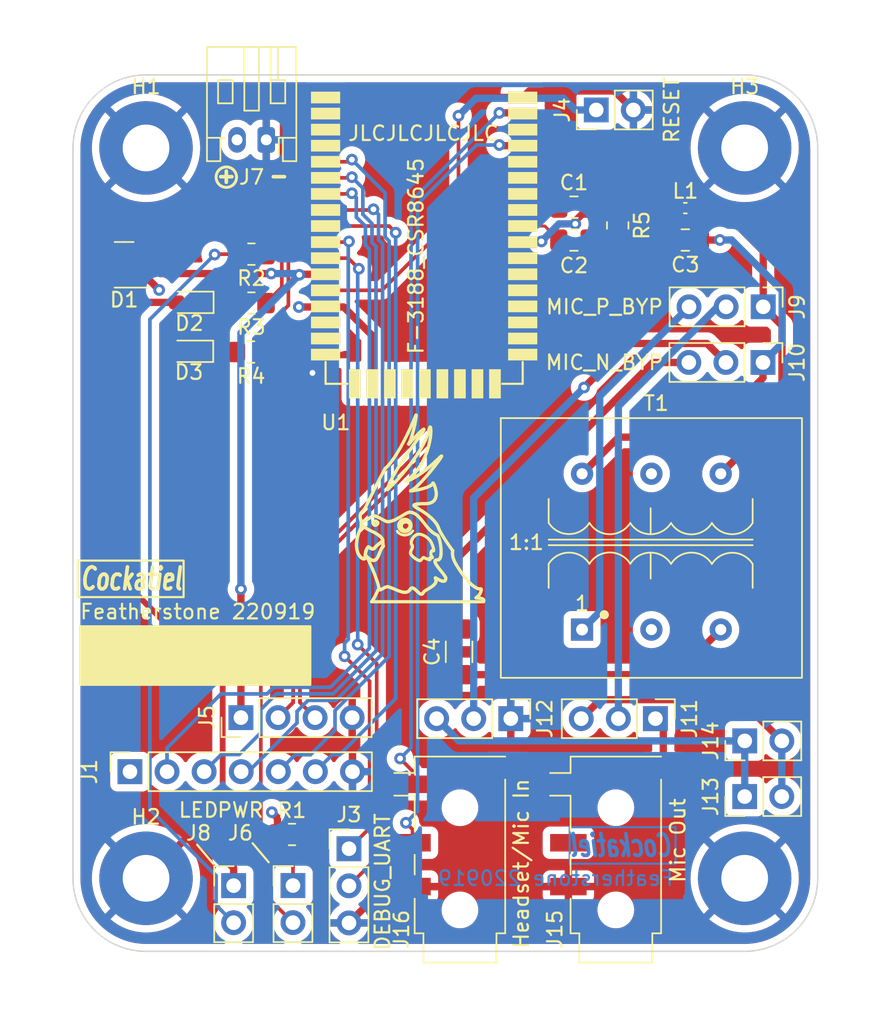
<source format=kicad_pcb>
(kicad_pcb (version 20211014) (generator pcbnew)
  (layers (0 "F.Cu" signal) (1 "In1.Cu" power) (2 "In2.Cu" power) (31 "B.Cu" signal) (34 "B.Paste" user) (35 "F.Paste" user) (36 "B.SilkS" user "B.Silkscreen") (37 "F.SilkS" user "F.Silkscreen") (38 "B.Mask" user) (39 "F.Mask" user) (44 "Edge.Cuts" user))
  (net 0 "")
  (net 1 "+1V8")
  (net 2 "Earth")
  (net 3 "/PIO11")
  (net 4 "/PIO10")
  (net 5 "/PIO12")
  (net 6 "+BATT")
  (net 7 "VBUS")
  (net 9 "/SPI_CLK")
  (net 10 "/~{CS}")
  (net 11 "/MOSI")
  (net 12 "/MISO")
  (net 13 "/SPI_EN")
  (net 14 "BT_UART_TX")
  (net 15 "BT_UART_RX")
  (net 16 "/~{RST}")
  (net 17 "Net-(J6-Pad1)")
  (net 18 "/POWER_EN")
  (net 19 "/PIO6")
  (net 20 "/PIO7")
  (net 21 "/PIO8")
  (net 22 "/PIO9")
  (net 23 "Net-(C3-Pad2)")
  (net 24 "Net-(C4-Pad2)")
  (net 25 "/SPK_L")
  (net 26 "Net-(C2-Pad2)")
  (net 27 "USB_N")
  (net 28 "USB_P")
  (net 29 "/LED2")
  (net 30 "/LED1")
  (net 31 "/LED0")
  (net 32 "/MIC_BIAS")
  (net 35 "/PIO13")
  (net 37 "/SPK_R")
  (net 41 "/MIC_AP")
  (net 42 "/MIC_AN")
  (net 43 "/PIO21")
  (net 44 "/PIO20")
  (net 45 "/PIO19")
  (net 46 "/PIO18")
  (net 47 "Net-(D3-Pad1)")
  (net 48 "Net-(J12-Pad3)")
  (net 51 "Net-(C4-Pad1)")
  (net 52 "Net-(J8-Pad2)")
  (net 53 "Net-(D1-Pad3)")
  (net 54 "Net-(D2-Pad1)")
  (net 55 "Net-(J11-Pad2)")
  (net 56 "Net-(J9-Pad1)")
  (net 57 "Net-(J9-Pad3)")
  (net 58 "Net-(J10-Pad2)")
  (net 59 "Net-(J11-Pad1)")
  (net 60 "Net-(J11-Pad3)")
  (footprint "Connector_Audio:Jack_3.5mm_PJ320D_Horizontal" (layer "F.Cu") (at 137.176 157.391 90)
    (fp_text reference "J15")
    (fp_text value "Mic Out")
  )
  (footprint "MountingHole:MountingHole_3.2mm_M3_Pad_TopBottom" (layer "F.Cu") (at 146 110)
    (fp_text reference "H3")
    (fp_text value "MountingHole_Pad")
  )
  (footprint "cockatiel:Transformer_Triad_T Y-141PN" (layer "F.Cu") (at 134.8621 142.974)
    (fp_text reference "T1")
    (fp_text value "Transformer_Audio")
  )
  (footprint "Connector_PinHeader_2.54mm:PinHeader_1x03_P2.54mm_Vertical" (layer "F.Cu") (at 147.255 124.686 -90)
    (fp_text reference "J10")
    (fp_text value "MIC_N_BYP")
  )
  (footprint "Capacitor_SMD:C_0805_2012Metric_Pad1.18x1.45mm_HandSolder" (layer "F.Cu") (at 134.306 116.304)
    (fp_text reference "C2")
    (fp_text value "100n")
  )
  (footprint "bluetooth:F-3188_CSR8645" (layer "F.Cu") (at 117.298 126.1475)
    (fp_text reference "U1")
    (fp_text value "F-3188_CSR8645")
  )
  (footprint "Resistor_SMD:R_0805_2012Metric_Pad1.20x1.40mm_HandSolder" (layer "F.Cu") (at 112.193 123.972 180)
    (fp_text reference "R4")
    (fp_text value "330")
  )
  (footprint "Package_TO_SOT_SMD:SOT-23" (layer "F.Cu") (at 103.5 118 180)
    (fp_text reference "D1")
    (fp_text value "BAT54C")
  )
  (footprint "Resistor_SMD:R_0805_2012Metric_Pad1.20x1.40mm_HandSolder" (layer "F.Cu") (at 115 157)
    (fp_text reference "R1")
    (fp_text value "330")
  )
  (footprint "Connector_PinHeader_2.54mm:PinHeader_1x03_P2.54mm_Vertical" (layer "F.Cu") (at 118.9 157.975)
    (fp_text reference "J3")
    (fp_text value "DEBUG_UART")
  )
  (footprint "MountingHole:MountingHole_3.2mm_M3_Pad_TopBottom" (layer "F.Cu") (at 146 160)
    (fp_text reference "H4" hide)
    (fp_text value "MountingHole_Pad")
  )
  (footprint "Connector_PinHeader_2.54mm:PinHeader_1x02_P2.54mm_Vertical" (layer "F.Cu") (at 115.064 160.495)
    (fp_text reference "J6")
    (fp_text value "PWR")
  )
  (footprint "Connector_PinHeader_2.54mm:PinHeader_1x03_P2.54mm_Vertical" (layer "F.Cu") (at 147.27 120.876 -90)
    (fp_text reference "J9")
    (fp_text value "MIC_P_BYP")
  )
  (footprint "Connector_PinHeader_2.54mm:PinHeader_1x02_P2.54mm_Vertical" (layer "F.Cu") (at 146 154.404 90)
    (fp_text reference "J13")
    (fp_text value "Cox Box Mic In")
  )
  (footprint "Resistor_SMD:R_0805_2012Metric_Pad1.20x1.40mm_HandSolder" (layer "F.Cu") (at 137.306 115.304 -90)
    (fp_text reference "R5")
    (fp_text value "2K2")
  )
  (footprint "Inductor_SMD:L_0402_1005Metric_Pad0.77x0.64mm_HandSolder" (layer "F.Cu") (at 141.936 114.12)
    (fp_text reference "L1")
    (fp_text value "15nH")
  )
  (footprint "Connector_PinSocket_2.54mm:PinSocket_1x07_P2.54mm_Vertical" (layer "F.Cu") (at 103.9 152.7 90)
    (fp_text reference "J1")
    (fp_text value "Programmer")
  )
  (footprint "Resistor_SMD:R_0805_2012Metric_Pad1.20x1.40mm_HandSolder" (layer "F.Cu") (at 112.218 120.622 180)
    (fp_text reference "R3")
    (fp_text value "330")
  )
  (footprint "Resistor_SMD:R_0805_2012Metric_Pad1.20x1.40mm_HandSolder" (layer "F.Cu") (at 112.218 117.272 180)
    (fp_text reference "R2")
    (fp_text value "220")
  )
  (footprint "Capacitor_SMD:C_0805_2012Metric_Pad1.18x1.45mm_HandSolder" (layer "F.Cu") (at 134.306 114.054)
    (fp_text reference "C1")
    (fp_text value "100n")
  )
  (footprint "Connector_PinHeader_2.54mm:PinHeader_1x03_P2.54mm_Vertical" (layer "F.Cu") (at 129.983 149.07 -90)
    (fp_text reference "J12")
    (fp_text value "MIC_N_SEL")
  )
  (footprint "Connector_JST:JST_PH_S2B-PH-K_1x02_P2.00mm_Horizontal" (layer "F.Cu") (at 113.234 109.446 180)
    (fp_text reference "J7")
    (fp_text value "Battery Connector")
  )
  (footprint "Connector_PinHeader_2.54mm:PinHeader_1x02_P2.54mm_Vertical" (layer "F.Cu") (at 111 160.5)
    (fp_text reference "J8")
    (fp_text value "LED")
  )
  (footprint "LED_SMD:LED_0603_1608Metric_Pad1.05x0.95mm_HandSolder" (layer "F.Cu") (at 107.943 123.922 180)
    (fp_text reference "D3")
    (fp_text value "GREEN")
  )
  (footprint "Connector_Audio:Jack_3.5mm_PJ320D_Horizontal" (layer "F.Cu") (at 126.5 157.391 90)
    (fp_text reference "J16")
    (fp_text value "Headset/Mic In")
  )
  (footprint "Connector_PinHeader_2.54mm:PinHeader_1x03_P2.54mm_Vertical" (layer "F.Cu") (at 139.889 149.07 -90)
    (fp_text reference "J11")
    (fp_text value "MIC_P_SEL")
  )
  (footprint "Capacitor_SMD:C_1206_3216Metric_Pad1.33x1.80mm_HandSolder" (layer "F.Cu") (at 126.442 144.498 90)
    (fp_text reference "C4")
    (fp_text value "22u")
  )
  (footprint "Connector_PinHeader_2.54mm:PinHeader_1x02_P2.54mm_Vertical" (layer "F.Cu") (at 146.005 150.594 90)
    (fp_text reference "J14")
    (fp_text value "Cox Box Mic Out")
  )
  (footprint "MountingHole:MountingHole_3.2mm_M3_Pad_TopBottom" (layer "F.Cu") (at 105 110)
    (fp_text reference "H1")
    (fp_text value "MountingHole_Pad")
  )
  (footprint "Connector_PinHeader_2.54mm:PinHeader_1x02_P2.54mm_Vertical" (layer "F.Cu") (at 135.835 107.4 90)
    (fp_text reference "J4")
    (fp_text value "RESET")
  )
  (footprint "Connector_PinHeader_2.54mm:PinHeader_1x04_P2.54mm_Vertical" (layer "F.Cu") (at 111.5 149 90)
    (fp_text reference "J5")
    (fp_text value "Magnetic connector")
  )
  (footprint "LED_SMD:LED_0603_1608Metric_Pad1.05x0.95mm_HandSolder" (layer "F.Cu") (at 107.968 120.572 180)
    (fp_text reference "D2")
    (fp_text value "RED")
  )
  (footprint "Capacitor_SMD:C_0805_2012Metric_Pad1.18x1.45mm_HandSolder" (layer "F.Cu") (at 141.936 116.304)
    (fp_text reference "C3")
    (fp_text value "15p")
  )
  (footprint "MountingHole:MountingHole_3.2mm_M3_Pad_TopBottom" (layer "F.Cu") (at 105 160)
    (fp_text reference "H2")
    (fp_text value "MountingHole_Pad")
  )
  (gr_rect (start 134.020238 159) (end 141.270238 156.5) (layer "B.Cu") (width 0.15) (fill none))
  (gr_line (start 125.523824 139.431744) (end 125.523824 139.431744) (layer "F.SilkS") (width 0.22))
  (gr_line (start 123.421274 136.544001) (end 123.443646 136.526757) (layer "F.SilkS") (width 0.202522))
  (gr_line (start 124.024837 129.255567) (end 124.024837 129.255567) (layer "F.SilkS") (width 0.22))
  (gr_line (start 120.504872 137.450741) (end 120.487683 137.448174) (layer "F.SilkS") (width 0.22))
  (gr_line (start 124.46178 136.883874) (end 124.489333 136.925073) (layer "F.SilkS") (width 0.202522))
  (gr_line (start 120.31796 138.393304) (end 120.169367 138.08637) (layer "F.SilkS") (width 0.22))
  (gr_line (start 120.802859 139.58335) (end 120.655397 139.186006) (layer "F.SilkS") (width 0.22))
  (gr_line (start 123.189278 136.882758) (end 123.198544 136.855473) (layer "F.SilkS") (width 0.202522))
  (gr_line (start 121.899123 133.054236) (end 121.618186 133.322426) (layer "F.SilkS") (width 0.22))
  (gr_line (start 119.851454 135.969823) (end 119.857608 135.968671) (layer "F.SilkS") (width 0.22))
  (gr_line (start 125.240493 131.092716) (end 125.240493 131.092716) (layer "F.SilkS") (width 0.22))
  (gr_line (start 124.867099 136.470926) (end 124.942942 136.506571) (layer "F.SilkS") (width 0.22))
  (gr_line (start 120.091937 137.512438) (end 120.079036 137.547446) (layer "F.SilkS") (width 0.22))
  (gr_line (start 120.256154 137.324803) (end 120.246537 137.320227) (layer "F.SilkS") (width 0.22))
  (gr_line (start 120.720139 135.824385) (end 120.710928 135.826401) (layer "F.SilkS") (width 0.22))
  (gr_line (start 122.365878 135.286533) (end 122.577341 135.15912) (layer "F.SilkS") (width 0.22))
  (gr_line (start 120.079036 137.547446) (end 120.06773 137.583001) (layer "F.SilkS") (width 0.22))
  (gr_line (start 122.769804 135.046289) (end 122.856422 135.001075) (layer "F.SilkS") (width 0.22))
  (gr_line (start 123.790483 136.451786) (end 123.825149 136.458871) (layer "F.SilkS") (width 0.202522))
  (gr_line (start 123.11765 137.769334) (end 123.113658 137.756033) (layer "F.SilkS") (width 0.202522))
  (gr_line (start 120.701862 135.827762) (end 120.692983 135.828432) (layer "F.SilkS") (width 0.22))
  (gr_line (start 123.245602 137.339431) (end 123.248758 137.321039) (layer "F.SilkS") (width 0.202522))
  (gr_line (start 120.556682 137.448315) (end 120.539413 137.450974) (layer "F.SilkS") (width 0.22))
  (gr_line (start 123.005447 134.944522) (end 123.036933 134.939113) (layer "F.SilkS") (width 0.22))
  (gr_line (start 122.78242 132.840485) (end 122.78242 132.840485) (layer "F.SilkS") (width 0.22))
  (gr_line (start 124.007331 138.043579) (end 123.998793 138.045576) (layer "F.SilkS") (width 0.202522))
  (gr_line (start 127.761577 140.814755) (end 127.666629 140.809711) (layer "F.SilkS") (width 0.22))
  (gr_line (start 122.971528 134.953709) (end 123.005447 134.944522) (layer "F.SilkS") (width 0.22))
  (gr_line (start 124.6231 137.560435) (end 124.612471 137.56107) (layer "F.SilkS") (width 0.202522))
  (gr_line (start 128.097647 140.905975) (end 128.080785 140.89116) (layer "F.SilkS") (width 0.22))
  (gr_line (start 124.666772 137.57715) (end 124.656947 137.571959) (layer "F.SilkS") (width 0.202522))
  (gr_line (start 120.559185 135.716728) (end 120.5551 135.706971) (layer "F.SilkS") (width 0.22))
  (gr_line (start 121.539702 135.580948) (end 121.591182 135.582371) (layer "F.SilkS") (width 0.22))
  (gr_line (start 123.84692 134.358268) (end 123.97845 134.355177) (layer "F.SilkS") (width 0.22))
  (gr_line (start 120.05901 137.627883) (end 120.047063 137.67725) (layer "F.SilkS") (width 0.22))
  (gr_line (start 124.456065 133.135346) (end 124.345601 133.190933) (layer "F.SilkS") (width 0.22))
  (gr_line (start 127.818239 140.185695) (end 127.763006 140.173462) (layer "F.SilkS") (width 0.22))
  (gr_line (start 123.148888 133.482171) (end 123.119953 133.481724) (layer "F.SilkS") (width 0.22))
  (gr_line (start 123.443693 135.059973) (end 123.500462 135.098793) (layer "F.SilkS") (width 0.22))
  (gr_line (start 120.573894 137.44359) (end 120.556682 137.448315) (layer "F.SilkS") (width 0.22))
  (gr_line (start 120.660274 135.544186) (end 120.672278 135.545548) (layer "F.SilkS") (width 0.22))
  (gr_line (start 124.219835 133.242133) (end 124.083308 133.288803) (layer "F.SilkS") (width 0.22))
  (gr_line (start 121.54462 133.377166) (end 121.52763 133.382308) (layer "F.SilkS") (width 0.22))
  (gr_line (start 125.227169 139.635798) (end 125.155827 139.606959) (layer "F.SilkS") (width 0.22))
  (gr_line (start 119.67085 135.274948) (end 119.675436 135.315657) (layer "F.SilkS") (width 0.22))
  (gr_line (start 125.524853 139.482529) (end 125.521178 139.526186) (layer "F.SilkS") (width 0.22))
  (gr_line (start 119.986043 135.89874) (end 119.991825 135.898835) (layer "F.SilkS") (width 0.22))
  (gr_line (start 120.951813 140.158963) (end 120.951813 140.158963) (layer "F.SilkS") (width 0.22))
  (gr_line (start 119.775629 135.919013) (end 119.779069 135.919187) (layer "F.SilkS") (width 0.22))
  (gr_line (start 119.963388 135.524679) (end 120.02737 135.495684) (layer "F.SilkS") (width 0.22))
  (gr_line (start 122.29987 136.354755) (end 122.324233 136.374237) (layer "F.SilkS") (width 0.175999))
  (gr_line (start 123.377405 134.435482) (end 123.390623 134.425659) (layer "F.SilkS") (width 0.22))
  (gr_line (start 124.295321 138.157034) (end 124.254494 138.142898) (layer "F.SilkS") (width 0.202522))
  (gr_line (start 119.743883 135.666332) (end 119.748711 135.698059) (layer "F.SilkS") (width 0.22))
  (gr_line (start 123.918817 138.110922) (end 123.900663 138.132244) (layer "F.SilkS") (width 0.202522))
  (gr_line (start 125.168608 138.014017) (end 125.151221 138.062568) (layer "F.SilkS") (width 0.22))
  (gr_line (start 120.866739 135.711261) (end 120.862764 135.71864) (layer "F.SilkS") (width 0.22))
  (gr_line (start 124.413677 138.098407) (end 124.414802 138.106495) (layer "F.SilkS") (width 0.202522))
  (gr_line (start 121.127185 137.427472) (end 121.154824 137.381051) (layer "F.SilkS") (width 0.22))
  (gr_line (start 124.605958 138.049297) (end 124.600005 138.053972) (layer "F.SilkS") (width 0.202522))
  (gr_line (start 121.250082 137.266021) (end 121.245101 137.239193) (layer "F.SilkS") (width 0.22))
  (gr_line (start 121.221749 137.088413) (end 121.221089 137.065652) (layer "F.SilkS") (width 0.22))
  (gr_line (start 119.413408 137.278679) (end 119.41048 137.175393) (layer "F.SilkS") (width 0.22))
  (gr_line (start 120.577237 135.560603) (end 120.585808 135.555552) (layer "F.SilkS") (width 0.22))
  (gr_line (start 119.874996 135.555913) (end 119.903176 135.54739) (layer "F.SilkS") (width 0.22))
  (gr_line (start 120.470604 137.44419) (end 120.453678 137.438952) (layer "F.SilkS") (width 0.22))
  (gr_line (start 122.257818 136.314096) (end 122.27769 136.334657) (layer "F.SilkS") (width 0.175999))
  (gr_line (start 124.877431 138.210607) (end 124.843874 138.222345) (layer "F.SilkS") (width 0.22))
  (gr_line (start 120.216707 137.31698) (end 120.211619 137.320744) (layer "F.SilkS") (width 0.22))
  (gr_line (start 122.71986 140.421247) (end 122.674345 140.418902) (layer "F.SilkS") (width 0.22))
  (gr_line (start 123.411051 129.816004) (end 123.098588 130.155868) (layer "F.SilkS") (width 0.22))
  (gr_line (start 122.951431 136.462758) (end 122.993745 136.444959) (layer "F.SilkS") (width 0.175999))
  (gr_line (start 121.162777 136.732657) (end 121.185732 136.772358) (layer "F.SilkS") (width 0.22))
  (gr_line (start 121.075208 137.003932) (end 120.998248 137.064456) (layer "F.SilkS") (width 0.22))
  (gr_line (start 127.644647 140.770899) (end 127.668749 140.75469) (layer "F.SilkS") (width 0.22))
  (gr_line (start 119.980027 135.899563) (end 119.986043 135.89874) (layer "F.SilkS") (width 0.22))
  (gr_line (start 120.237741 137.316995) (end 120.22981 137.315268) (layer "F.SilkS") (width 0.22))
  (gr_line (start 127.876228 140.825031) (end 127.81775 140.818772) (layer "F.SilkS") (width 0.22))
  (gr_line (start 120.211617 137.320739) (end 120.211617 137.320739) (layer "F.SilkS") (width 0.22))
  (gr_line (start 123.604296 134.675184) (end 123.604296 134.675184) (layer "F.SilkS") (width 0.22))
  (gr_line (start 127.776023 140.653624) (end 127.79473 140.63039) (layer "F.SilkS") (width 0.22))
  (gr_line (start 123.564201 138.184442) (end 123.51202 138.1548) (layer "F.SilkS") (width 0.202522))
  (gr_line (start 123.762922 129.703239) (end 123.987466 129.366931) (layer "F.SilkS") (width 0.22))
  (gr_line (start 128.112588 141.06785) (end 128.112588 141.06785) (layer "F.SilkS") (width 0.22))
  (gr_line (start 120.031842 135.970091) (end 120.031842 135.970091) (layer "F.SilkS") (width 0.22))
  (gr_line (start 121.209297 136.839479) (end 121.204951 136.849945) (layer "F.SilkS") (width 0.22))
  (gr_line (start 122.935301 134.966388) (end 122.971528 134.953709) (layer "F.SilkS") (width 0.22))
  (gr_line (start 121.581438 140.044009) (end 121.555431 140.041726) (layer "F.SilkS") (width 0.22))
  (gr_line (start 125.238528 131.120942) (end 125.244391 131.100972) (layer "F.SilkS") (width 0.22))
  (gr_line (start 123.559597 136.464133) (end 123.590676 136.454929) (layer "F.SilkS") (width 0.202522))
  (gr_line (start 124.506662 129.238776) (end 124.487715 129.141419) (layer "F.SilkS") (width 0.22))
  (gr_line (start 123.688983 140.462804) (end 123.626615 140.407488) (layer "F.SilkS") (width 0.22))
  (gr_line (start 122.953288 129.488895) (end 122.681541 130.034186) (layer "F.SilkS") (width 0.22))
  (gr_line (start 121.406027 135.545566) (end 121.4525 135.564724) (layer "F.SilkS") (width 0.22))
  (gr_line (start 120.840746 135.748306) (end 120.833922 135.755575) (layer "F.SilkS") (width 0.22))
  (gr_line (start 123.278877 140.130652) (end 123.249141 140.123977) (layer "F.SilkS") (width 0.22))
  (gr_line (start 119.838785 135.968678) (end 119.842118 135.969667) (layer "F.SilkS") (width 0.22))
  (gr_line (start 119.795338 135.92775) (end 119.80154 135.933686) (layer "F.SilkS") (width 0.22))
  (gr_line (start 120.106589 137.478099) (end 120.091937 137.512438) (layer "F.SilkS") (width 0.22))
  (gr_line (start 124.813916 139.435132) (end 124.813709 139.441415) (layer "F.SilkS") (width 0.22))
  (gr_line (start 121.502098 140.045016) (end 121.474947 140.050113) (layer "F.SilkS") (width 0.22))
  (gr_line (start 120.657635 137.383288) (end 120.657635 137.383288) (layer "F.SilkS") (width 0.22))
  (gr_line (start 124.520348 136.98) (end 124.549734 137.037459) (layer "F.SilkS") (width 0.202522))
  (gr_line (start 121.474947 140.050113) (end 121.44759 140.057195) (layer "F.SilkS") (width 0.22))
  (gr_line (start 124.010817 140.404319) (end 124.000856 140.422075) (layer "F.SilkS") (width 0.22))
  (gr_line (start 121.250081 137.266021) (end 121.250081 137.266021) (layer "F.SilkS") (width 0.22))
  (gr_line (start 120.185853 137.349892) (end 120.162626 137.380326) (layer "F.SilkS") (width 0.22))
  (gr_line (start 124.794092 136.430737) (end 124.867099 136.470926) (layer "F.SilkS") (width 0.22))
  (gr_line (start 122.40869 130.538319) (end 122.139262 130.990379) (layer "F.SilkS") (width 0.22))
  (gr_line (start 124.366323 140.1648) (end 124.200116 140.262057) (layer "F.SilkS") (width 0.22))
  (gr_line (start 122.780369 132.846805) (end 122.779524 132.844498) (layer "F.SilkS") (width 0.22))
  (gr_line (start 122.966817 132.780554) (end 122.856938 132.825967) (layer "F.SilkS") (width 0.22))
  (gr_line (start 120.017387 137.839646) (end 120.009087 137.898497) (layer "F.SilkS") (width 0.22))
  (gr_line (start 127.989619 140.84801) (end 127.934392 140.834466) (layer "F.SilkS") (width 0.22))
  (gr_line (start 125.443487 139.651179) (end 125.418337 139.660244) (layer "F.SilkS") (width 0.22))
  (gr_line (start 123.964341 136.504739) (end 124.032969 136.536582) (layer "F.SilkS") (width 0.202522))
  (gr_line (start 121.805457 140.115732) (end 121.704577 140.079078) (layer "F.SilkS") (width 0.22))
  (gr_line (start 120.32878 137.371366) (end 120.277688 137.337333) (layer "F.SilkS") (width 0.22))
  (gr_line (start 127.477606 140.032755) (end 127.419396 139.99076) (layer "F.SilkS") (width 0.22))
  (gr_line (start 122.78279 136.501755) (end 122.824609 136.49653) (layer "F.SilkS") (width 0.175999))
  (gr_line (start 124.40112 138.184962) (end 124.370091 138.178794) (layer "F.SilkS") (width 0.202522))
  (gr_line (start 123.239315 136.258744) (end 123.277693 136.213042) (layer "F.SilkS") (width 0.175999))
  (gr_line (start 127.941092 140.338746) (end 127.950461 140.297665) (layer "F.SilkS") (width 0.22))
  (gr_line (start 120.048345 136.002155) (end 120.065409 136.019482) (layer "F.SilkS") (width 0.22))
  (gr_line (start 123.496013 128.289249) (end 123.491024 128.28899) (layer "F.SilkS") (width 0.22))
  (gr_line (start 120.627746 135.805959) (end 120.620155 135.799996) (layer "F.SilkS") (width 0.22))
  (gr_line (start 127.593203 140.103772) (end 127.535576 140.070523) (layer "F.SilkS") (width 0.22))
  (gr_line (start 123.38627 134.524809) (end 123.374345 134.509752) (layer "F.SilkS") (width 0.22))
  (gr_line (start 124.611787 138.028556) (end 124.61206 138.036704) (layer "F.SilkS") (width 0.202522))
  (gr_line (start 123.364468 134.451547) (end 123.367867 134.446012) (layer "F.SilkS") (width 0.22))
  (gr_line (start 123.40755 134.416532) (end 123.428215 134.408087) (layer "F.SilkS") (width 0.22))
  (gr_line (start 123.498816 140.285263) (end 123.434683 140.227606) (layer "F.SilkS") (width 0.22))
  (gr_line (start 120.012169 135.910197) (end 120.016446 135.916233) (layer "F.SilkS") (width 0.22))
  (gr_line (start 124.51443 134.289086) (end 124.586062 134.254943) (layer "F.SilkS") (width 0.22))
  (gr_line (start 123.114336 132.71146) (end 122.966817 132.780554) (layer "F.SilkS") (width 0.22))
  (gr_line (start 120.956011 137.098895) (end 120.912233 137.135623) (layer "F.SilkS") (width 0.22))
  (gr_line (start 120.541077 135.648034) (end 120.540708 135.638541) (layer "F.SilkS") (width 0.22))
  (gr_line (start 125.182847 137.959889) (end 125.168608 138.014017) (layer "F.SilkS") (width 0.22))
  (gr_line (start 123.615972 138.209659) (end 123.564201 138.184442) (layer "F.SilkS") (width 0.202522))
  (gr_line (start 121.284047 140.128042) (end 121.182027 140.184846) (layer "F.SilkS") (width 0.22))
  (gr_line (start 124.920289 138.20439) (end 124.877431 138.210607) (layer "F.SilkS") (width 0.22))
  (gr_line (start 123.548846 134.380867) (end 123.588642 134.375636) (layer "F.SilkS") (width 0.22))
  (gr_line (start 126.003175 137.586471) (end 126.007671 137.569616) (layer "F.SilkS") (width 0.22))
  (gr_line (start 123.936922 140.520769) (end 123.913099 140.53747) (layer "F.SilkS") (width 0.22))
  (gr_line (start 123.768094 135.349886) (end 123.870808 135.470049) (layer "F.SilkS") (width 0.22))
  (gr_line (start 124.29144 135.989797) (end 124.405956 136.114782) (layer "F.SilkS") (width 0.22))
  (gr_line (start 120.82294 137.214465) (end 120.77887 137.255835) (layer "F.SilkS") (width 0.22))
  (gr_line (start 120.688857 140.684128) (end 120.650142 140.758139) (layer "F.SilkS") (width 0.22))
  (gr_line (start 124.040384 138.051187) (end 124.032304 138.046728) (layer "F.SilkS") (width 0.202522))
  (gr_line (start 122.627654 140.413502) (end 122.579891 140.405295) (layer "F.SilkS") (width 0.22))
  (gr_line (start 123.512699 136.484077) (end 123.536111 136.473189) (layer "F.SilkS") (width 0.202522))
  (gr_line (start 119.881911 138.132131) (end 119.851133 138.120912) (layer "F.SilkS") (width 0.22))
  (gr_line (start 124.434456 138.139525) (end 124.434456 138.139525) (layer "F.SilkS") (width 0.202522))
  (gr_line (start 120.757587 135.810525) (end 120.748218 135.814785) (layer "F.SilkS") (width 0.22))
  (gr_line (start 124.793685 138.287271) (end 124.792009 138.317681) (layer "F.SilkS") (width 0.22))
  (gr_line (start 123.588642 134.375636) (end 123.632352 134.371008) (layer "F.SilkS") (width 0.22))
  (gr_line (start 124.583604 137.980918) (end 124.595135 137.995315) (layer "F.SilkS") (width 0.202522))
  (gr_line (start 126.007671 137.569616) (end 126.007671 137.569616) (layer "F.SilkS") (width 0.22))
  (gr_line (start 124.689845 137.430189) (end 124.697639 137.47346) (layer "F.SilkS") (width 0.202522))
  (gr_line (start 127.361047 139.944831) (end 127.244344 139.84235) (layer "F.SilkS") (width 0.22))
  (gr_line (start 124.032304 138.046728) (end 124.024095 138.044047) (layer "F.SilkS") (width 0.202522))
  (gr_line (start 128.131552 140.984842) (end 128.128763 140.961951) (layer "F.SilkS") (width 0.22))
  (gr_line (start 127.535576 140.070523) (end 127.477606 140.032755) (layer "F.SilkS") (width 0.22))
  (gr_line (start 120.843318 138.059706) (end 120.869559 138.01438) (layer "F.SilkS") (width 0.22))
  (gr_line (start 122.98721 130.266959) (end 123.053678 130.137702) (layer "F.SilkS") (width 0.22))
  (gr_line (start 124.59236 137.568331) (end 124.582934 137.574714) (layer "F.SilkS") (width 0.202522))
  (gr_line (start 123.990161 138.048915) (end 123.981446 138.053488) (layer "F.SilkS") (width 0.202522))
  (gr_line (start 123.241178 133.414132) (end 123.378479 133.313447) (layer "F.SilkS") (width 0.22))
  (gr_line (start 120.436948 137.432626) (end 120.420452 137.425366) (layer "F.SilkS") (width 0.22))
  (gr_line (start 124.254494 138.142898) (end 124.213313 138.127564) (layer "F.SilkS") (width 0.202522))
  (gr_line (start 125.096399 136.812044) (end 125.129791 136.943638) (layer "F.SilkS") (width 0.22))
  (gr_line (start 123.24128 137.357965) (end 123.245602 137.339431) (layer "F.SilkS") (width 0.202522))
  (gr_line (start 120.522131 137.451733) (end 120.504873 137.450745) (layer "F.SilkS") (width 0.22))
  (gr_line (start 120.719212 138.196966) (end 120.75365 138.170422) (layer "F.SilkS") (width 0.22))
  (gr_line (start 121.751445 135.562288) (end 121.806392 135.548432) (layer "F.SilkS") (width 0.22))
  (gr_line (start 120.562232 135.573644) (end 120.562232 135.573644) (layer "F.SilkS") (width 0.22))
  (gr_line (start 125.988787 137.768227) (end 125.98848 137.716688) (layer "F.SilkS") (width 0.22))
  (gr_line (start 119.413915 137.06594) (end 119.424258 136.95027) (layer "F.SilkS") (width 0.22))
  (gr_line (start 123.920783 129.317826) (end 123.850408 129.376286) (layer "F.SilkS") (width 0.22))
  (gr_line (start 121.392611 140.07636) (end 121.337862 140.10061) (layer "F.SilkS") (width 0.22))
  (gr_line (start 124.449103 138.072462) (end 124.439233 138.074675) (layer "F.SilkS") (width 0.202522))
  (gr_line (start 123.761739 138.251095) (end 123.761739 138.251095) (layer "F.SilkS") (width 0.202522))
  (gr_line (start 123.981446 138.053488) (end 123.972655 138.059186) (layer "F.SilkS") (width 0.202522))
  (gr_line (start 124.16024 132.039039) (end 124.040317 132.133425) (layer "F.SilkS") (width 0.22))
  (gr_line (start 119.41048 137.175393) (end 119.413915 137.06594) (layer "F.SilkS") (width 0.22))
  (gr_line (start 121.160356 136.940718) (end 121.093861 136.990723) (layer "F.SilkS") (width 0.22))
  (gr_line (start 124.024095 138.044047) (end 124.015768 138.043033) (layer "F.SilkS") (width 0.202522))
  (gr_line (start 125.001776 136.56948) (end 125.021416 136.605779) (layer "F.SilkS") (width 0.22))
  (gr_line (start 124.531322 137.659531) (end 124.526339 137.675931) (layer "F.SilkS") (width 0.202522))
  (gr_line (start 119.545586 136.424449) (end 119.598627 136.276965) (layer "F.SilkS") (width 0.22))
  (gr_line (start 124.875984 133.609345) (end 124.869735 133.541029) (layer "F.SilkS") (width 0.22))
  (gr_line (start 120.036236 137.729008) (end 120.026391 137.783145) (layer "F.SilkS") (width 0.22))
  (gr_line (start 120.328778 137.371362) (end 120.277686 137.337329) (layer "F.SilkS") (width 0.22))
  (gr_line (start 120.847193 135.628719) (end 120.854072 135.635873) (layer "F.SilkS") (width 0.22))
  (gr_line (start 120.766891 135.805796) (end 120.757587 135.810525) (layer "F.SilkS") (width 0.22))
  (gr_line (start 122.582733 136.489538) (end 122.621124 136.496583) (layer "F.SilkS") (width 0.175999))
  (gr_line (start 124.489333 136.925073) (end 124.520348 136.98) (layer "F.SilkS") (width 0.202522))
  (gr_line (start 120.710096 135.202698) (end 120.778476 135.226326) (layer "F.SilkS") (width 0.22))
  (gr_line (start 120.6056 135.786442) (end 120.598683 135.778935) (layer "F.SilkS") (width 0.22))
  (gr_line (start 120.442859 135.244852) (end 120.501904 135.203547) (layer "F.SilkS") (width 0.22))
  (gr_line (start 123.960725 134.890276) (end 123.861865 134.826913) (layer "F.SilkS") (width 0.22))
  (gr_line (start 121.732595 132.838198) (end 121.891735 132.528883) (layer "F.SilkS") (width 0.22))
  (gr_line (start 123.264736 136.722301) (end 123.29908 136.672357) (layer "F.SilkS") (width 0.202522))
  (gr_line (start 123.175319 136.937202) (end 123.181511 136.910033) (layer "F.SilkS") (width 0.202522))
  (gr_line (start 120.641337 137.400784) (end 120.624772 137.415398) (layer "F.SilkS") (width 0.22))
  (gr_line (start 124.923601 135.784517) (end 124.884191 135.723825) (layer "F.SilkS") (width 0.22))
  (gr_line (start 119.751745 135.827028) (end 119.749327 135.865194) (layer "F.SilkS") (width 0.22))
  (gr_line (start 122.225493 136.2722) (end 122.240377 136.293226) (layer "F.SilkS") (width 0.175999))
  (gr_line (start 119.43618 137.466941) (end 119.422156 137.375845) (layer "F.SilkS") (width 0.22))
  (gr_line (start 124.796972 138.351906) (end 124.808042 138.389606) (layer "F.SilkS") (width 0.22))
  (gr_line (start 123.065863 134.937769) (end 123.134129 134.943115) (layer "F.SilkS") (width 0.22))
  (gr_line (start 120.211619 137.320744) (end 120.19837 137.335293) (layer "F.SilkS") (width 0.22))
  (gr_line (start 123.292594 133.465804) (end 123.148888 133.482171) (layer "F.SilkS") (width 0.22))
  (gr_line (start 120.826655 135.76271) (end 120.818986 135.769675) (layer "F.SilkS") (width 0.22))
  (gr_line (start 123.098588 130.155868) (end 123.008163 130.252598) (layer "F.SilkS") (width 0.22))
  (gr_line (start 123.32553 134.996677) (end 123.38544 135.025812) (layer "F.SilkS") (width 0.22))
  (gr_line (start 124.982058 136.540456) (end 125.001776 136.56948) (layer "F.SilkS") (width 0.22))
  (gr_line (start 120.057862 137.618981) (end 120.049276 137.655263) (layer "F.SilkS") (width 0.22))
  (gr_line (start 119.767125 134.939598) (end 119.751696 134.958469) (layer "F.SilkS") (width 0.22))
  (gr_line (start 120.598461 138.237459) (end 120.64189 138.231044) (layer "F.SilkS") (width 0.22))
  (gr_line (start 126.687286 139.193744) (end 126.586892 139.053219) (layer "F.SilkS") (width 0.22))
  (gr_line (start 124.573075 138.062899) (end 124.549674 138.065756) (layer "F.SilkS") (width 0.202522))
  (gr_line (start 124.53696 137.643959) (end 124.531322 137.659531) (layer "F.SilkS") (width 0.202522))
  (gr_line (start 120.093479 135.461929) (end 120.160074 135.424941) (layer "F.SilkS") (width 0.22))
  (gr_line (start 120.072216 137.580923) (end 120.05901 137.627883) (layer "F.SilkS") (width 0.22))
  (gr_line (start 125.194078 137.900768) (end 125.182847 137.959889) (layer "F.SilkS") (width 0.22))
  (gr_line (start 123.51202 138.1548) (end 123.460138 138.121501) (layer "F.SilkS") (width 0.202522))
  (gr_line (start 124.846375 138.474067) (end 124.872572 138.520146) (layer "F.SilkS") (width 0.22))
  (gr_line (start 125.182796 137.240384) (end 125.200177 137.396188) (layer "F.SilkS") (width 0.22))
  (gr_line (start 124.549674 138.065756) (end 124.523886 138.067217) (layer "F.SilkS") (width 0.202522))
  (gr_line (start 125.414779 139.231846) (end 125.470706 139.312759) (layer "F.SilkS") (width 0.22))
  (gr_line (start 123.512934 134.386714) (end 123.548846 134.380867) (layer "F.SilkS") (width 0.22))
  (gr_line (start 120.947191 140.16328) (end 120.941386 140.171025) (layer "F.SilkS") (width 0.22))
  (gr_line (start 123.291412 132.620001) (end 123.114336 132.71146) (layer "F.SilkS") (width 0.22))
  (gr_line (start 119.848374 135.562292) (end 119.874996 135.555913) (layer "F.SilkS") (width 0.22))
  (gr_line (start 124.489333 136.925073) (end 124.489333 136.925073) (layer "F.SilkS") (width 0.202522))
  (gr_line (start 120.180224 138.030034) (end 120.254107 138.09073) (layer "F.SilkS") (width 0.22))
  (gr_line (start 121.204951 136.849945) (end 121.199878 136.874877) (layer "F.SilkS") (width 0.22))
  (gr_line (start 120.568641 135.735801) (end 120.563707 135.726352) (layer "F.SilkS") (width 0.22))
  (gr_line (start 124.091852 131.170247) (end 124.232736 130.816862) (layer "F.SilkS") (width 0.22))
  (gr_line (start 123.035871 136.423633) (end 123.077684 136.398627) (layer "F.SilkS") (width 0.175999))
  (gr_line (start 123.622544 136.448396) (end 123.655107 136.44442) (layer "F.SilkS") (width 0.202522))
  (gr_line (start 124.817849 139.787898) (end 124.794142 139.824762) (layer "F.SilkS") (width 0.22))
  (gr_line (start 120.604792 135.548204) (end 120.615088 135.545834) (layer "F.SilkS") (width 0.22))
  (gr_line (start 120.598683 135.778935) (end 120.592037 135.770998) (layer "F.SilkS") (width 0.22))
  (gr_line (start 119.757111 135.929011) (end 119.761013 135.925369) (layer "F.SilkS") (width 0.22))
  (gr_line (start 125.160788 136.283206) (end 125.083733 136.136082) (layer "F.SilkS") (width 0.22))
  (gr_line (start 124.040384 138.051187) (end 124.040384 138.051187) (layer "F.SilkS") (width 0.202522))
  (gr_line (start 124.443186 138.184228) (end 124.435624 138.186273) (layer "F.SilkS") (width 0.202522))
  (gr_line (start 123.738955 138.248312) (end 123.71545 138.243752) (layer "F.SilkS") (width 0.202522))
  (gr_line (start 120.109154 137.9746) (end 120.061779 137.897997) (layer "F.SilkS") (width 0.22))
  (gr_line (start 124.72375 136.386371) (end 124.794092 136.430737) (layer "F.SilkS") (width 0.22))
  (gr_line (start 119.467844 136.700085) (end 119.502173 136.565472) (layer "F.SilkS") (width 0.22))
  (gr_line (start 119.958397 134.719364) (end 119.937546 134.747346) (layer "F.SilkS") (width 0.22))
  (gr_line (start 124.819085 138.239263) (end 124.802533 138.261018) (layer "F.SilkS") (width 0.22))
  (gr_line (start 120.020996 134.621616) (end 120.000209 134.656724) (layer "F.SilkS") (width 0.22))
  (gr_line (start 124.393053 131.845732) (end 124.278098 131.942717) (layer "F.SilkS") (width 0.22))
  (gr_line (start 123.428215 134.408087) (end 123.452648 134.400312) (layer "F.SilkS") (width 0.22))
  (gr_line (start 120.998248 137.064456) (end 120.956011 137.098895) (layer "F.SilkS") (width 0.22))
  (gr_line (start 121.250084 137.265988) (end 121.240515 137.225274) (layer "F.SilkS") (width 0.22))
  (gr_line (start 120.542048 135.657692) (end 120.541077 135.648034) (layer "F.SilkS") (width 0.22))
  (gr_line (start 122.66045 136.501481) (end 122.700587 136.504077) (layer "F.SilkS") (width 0.175999))
  (gr_line (start 120.925438 135.291438) (end 121.001337 135.32985) (layer "F.SilkS") (width 0.22))
  (gr_line (start 120.667887 135.825922) (end 120.659646 135.823384) (layer "F.SilkS") (width 0.22))
  (gr_line (start 119.753652 135.754032) (end 119.753351 135.788934) (layer "F.SilkS") (width 0.22))
  (gr_line (start 125.465862 139.637321) (end 125.443487 139.651179) (layer "F.SilkS") (width 0.22))
  (gr_line (start 123.221274 136.801264) (end 123.234587 136.774532) (layer "F.SilkS") (width 0.202522))
  (gr_line (start 120.810957 135.776432) (end 120.802611 135.782943) (layer "F.SilkS") (width 0.22))
  (gr_line (start 120.420451 137.425361) (end 120.388335 137.4087) (layer "F.SilkS") (width 0.22))
  (gr_line (start 123.888155 140.547036) (end 123.862171 140.550046) (layer "F.SilkS") (width 0.22))
  (gr_line (start 122.139262 130.990379) (end 122.007245 131.193472) (layer "F.SilkS") (width 0.22))
  (gr_line (start 123.176022 129.828766) (end 123.231314 129.657304) (layer "F.SilkS") (width 0.22))
  (gr_line (start 121.18434 137.33828) (end 121.216003 137.299733) (layer "F.SilkS") (width 0.22))
  (gr_line (start 119.691571 135.062253) (end 119.683558 135.086472) (layer "F.SilkS") (width 0.22))
  (gr_line (start 123.116713 129.990268) (end 123.176022 129.828766) (layer "F.SilkS") (width 0.22))
  (gr_line (start 123.756055 136.446684) (end 123.790483 136.451786) (layer "F.SilkS") (width 0.202522))
  (gr_line (start 124.423978 129.161296) (end 124.385753 129.294663) (layer "F.SilkS") (width 0.22))
  (gr_line (start 120.556942 135.580285) (end 120.562232 135.573644) (layer "F.SilkS") (width 0.22))
  (gr_line (start 124.58313 133.044047) (end 124.546683 133.075512) (layer "F.SilkS") (width 0.22))
  (gr_line (start 124.283886 136.701911) (end 124.337042 136.748139) (layer "F.SilkS") (width 0.202522))
  (gr_line (start 128.123793 141.037676) (end 128.130005 141.010045) (layer "F.SilkS") (width 0.22))
  (gr_line (start 123.191472 137.139101) (end 123.182365 137.11627) (layer "F.SilkS") (width 0.202522))
  (gr_line (start 120.623672 136.323214) (end 120.732351 136.38286) (layer "F.SilkS") (width 0.22))
  (gr_line (start 120.598458 138.237492) (end 120.641887 138.231077) (layer "F.SilkS") (width 0.22))
  (gr_line (start 127.940809 140.196027) (end 127.934065 140.192691) (layer "F.SilkS") (width 0.22))
  (gr_line (start 123.38544 135.025812) (end 123.443693 135.059973) (layer "F.SilkS") (width 0.22))
  (gr_line (start 120.75365 138.170422) (end 120.785633 138.138319) (layer "F.SilkS") (width 0.22))
  (gr_line (start 121.215379 136.854333) (end 121.221254 136.896607) (layer "F.SilkS") (width 0.22))
  (gr_line (start 123.134129 134.943115) (end 123.200048 134.954961) (layer "F.SilkS") (width 0.22))
  (gr_line (start 122.681541 130.034186) (end 122.40869 130.538319) (layer "F.SilkS") (width 0.22))
  (gr_line (start 119.916846 134.773403) (end 119.87625 134.820643) (layer "F.SilkS") (width 0.22))
  (gr_line (start 120.229808 137.315264) (end 120.222783 137.315205) (layer "F.SilkS") (width 0.22))
  (gr_line (start 119.422156 137.375845) (end 119.413408 137.278679) (layer "F.SilkS") (width 0.22))
  (gr_line (start 121.23657 137.207711) (end 121.233143 137.191318) (layer "F.SilkS") (width 0.22))
  (gr_line (start 124.518443 137.710739) (end 124.515587 137.728904) (layer "F.SilkS") (width 0.202522))
  (gr_line (start 123.361037 134.481986) (end 123.359927 134.475525) (layer "F.SilkS") (width 0.22))
  (gr_line (start 124.701684 137.54081) (end 124.700117 137.552952) (layer "F.SilkS") (width 0.202522))
  (gr_line (start 124.610046 138.043579) (end 124.605958 138.049297) (layer "F.SilkS") (width 0.202522))
  (gr_line (start 123.13765 140.158939) (end 123.112046 140.185987) (layer "F.SilkS") (width 0.22))
  (gr_line (start 120.780777 135.581987) (end 120.80243 135.594374) (layer "F.SilkS") (width 0.22))
  (gr_line (start 123.982509 130.309862) (end 123.778334 130.666228) (layer "F.SilkS") (width 0.22))
  (gr_line (start 120.254107 138.09073) (end 120.322827 138.140112) (layer "F.SilkS") (width 0.22))
  (gr_line (start 120.322824 138.140146) (end 120.386652 138.17879) (layer "F.SilkS") (width 0.22))
  (gr_line (start 123.954882 138.073524) (end 123.936913 138.091059) (layer "F.SilkS") (width 0.202522))
  (gr_line (start 121.528955 140.042141) (end 121.502098 140.045016) (layer "F.SilkS") (width 0.22))
  (gr_line (start 121.211232 136.839153) (end 121.209297 136.839479) (layer "F.SilkS") (width 0.22))
  (gr_line (start 124.526982 136.231898) (end 124.590368 136.286584) (layer "F.SilkS") (width 0.22))
  (gr_line (start 124.990934 135.908195) (end 124.95929 135.846) (layer "F.SilkS") (width 0.22))
  (gr_line (start 120.180221 138.030067) (end 120.254104 138.090763) (layer "F.SilkS") (width 0.22))
  (gr_line (start 124.053096 138.058413) (end 124.040384 138.051187) (layer "F.SilkS") (width 0.202522))
  (gr_line (start 120.015884 137.87243) (end 120.015884 137.87243) (layer "F.SilkS") (width 0.22))
  (gr_line (start 122.474417 136.457047) (end 122.509255 136.469616) (layer "F.SilkS") (width 0.175999))
  (gr_line (start 125.390733 139.664906) (end 125.360997 139.665554) (layer "F.SilkS") (width 0.22))
  (gr_line (start 120.541867 135.620221) (end 120.543444 135.611479) (layer "F.SilkS") (width 0.22))
  (gr_line (start 121.289734 135.486711) (end 121.351325 135.519049) (layer "F.SilkS") (width 0.22))
  (gr_line (start 119.67304 137.983008) (end 119.636389 137.938724) (layer "F.SilkS") (width 0.22))
  (gr_line (start 123.216511 137.181732) (end 123.216511 137.181732) (layer "F.SilkS") (width 0.202522))
  (gr_line (start 121.224006 136.946158) (end 121.219084 136.878312) (layer "F.SilkS") (width 0.22))
  (gr_line (start 124.448885 138.161211) (end 124.451507 138.169373) (layer "F.SilkS") (width 0.202522))
  (gr_line (start 124.840332 133.94408) (end 124.858006 133.879959) (layer "F.SilkS") (width 0.22))
  (gr_line (start 120.762559 140.535622) (end 120.688857 140.684128) (layer "F.SilkS") (width 0.22))
  (gr_line (start 124.602215 137.563742) (end 124.59236 137.568331) (layer "F.SilkS") (width 0.202522))
  (gr_line (start 123.198135 137.470893) (end 123.214932 137.433073) (layer "F.SilkS") (width 0.202522))
  (gr_line (start 123.555919 135.141903) (end 123.610238 135.188936) (layer "F.SilkS") (width 0.22))
  (gr_line (start 120.884384 140.279409) (end 120.762559 140.535622) (layer "F.SilkS") (width 0.22))
  (gr_line (start 127.013775 139.603103) (end 126.901546 139.471034) (layer "F.SilkS") (width 0.22))
  (gr_line (start 124.972981 138.204033) (end 124.920289 138.20439) (layer "F.SilkS") (width 0.22))
  (gr_line (start 123.47537 128.318495) (end 123.47537 128.318495) (layer "F.SilkS") (width 0.22))
  (gr_line (start 120.5457 135.677333) (end 120.543597 135.667473) (layer "F.SilkS") (width 0.22))
  (gr_line (start 127.691988 140.736959) (end 127.714349 140.717846) (layer "F.SilkS") (width 0.22))
  (gr_line (start 119.661838 136.122973) (end 119.735765 135.962423) (layer "F.SilkS") (width 0.22))
  (gr_line (start 125.200177 137.396188) (end 125.209988 137.550714) (layer "F.SilkS") (width 0.22))
  (gr_line (start 123.248758 137.321039) (end 123.25062 137.302812) (layer "F.SilkS") (width 0.202522))
  (gr_line (start 124.474395 129.118052) (end 124.459059 129.112904) (layer "F.SilkS") (width 0.22))
  (gr_line (start 123.053678 130.137702) (end 123.116713 129.990268) (layer "F.SilkS") (width 0.22))
  (gr_line (start 124.837256 139.749952) (end 124.817849 139.787898) (layer "F.SilkS") (width 0.22))
  (gr_line (start 120.14042 137.417421) (end 120.120784 137.454618) (layer "F.SilkS") (width 0.22))
  (gr_line (start 121.219084 136.878312) (end 121.216252 136.85532) (layer "F.SilkS") (width 0.22))
  (gr_line (start 120.552441 135.587432) (end 120.556942 135.580285) (layer "F.SilkS") (width 0.22))
  (gr_line (start 124.504139 133.105951) (end 124.456065 133.135346) (layer "F.SilkS") (width 0.22))
  (gr_line (start 120.386655 138.178757) (end 120.445861 138.207238) (layer "F.SilkS") (width 0.22))
  (gr_line (start 124.414802 138.106495) (end 124.4185 138.115968) (layer "F.SilkS") (width 0.202522))
  (gr_line (start 120.016446 135.916233) (end 120.020353 135.923728) (layer "F.SilkS") (width 0.22))
  (gr_line (start 123.749464 140.508086) (end 123.688983 140.462804) (layer "F.SilkS") (width 0.22))
  (gr_line (start 120.729452 135.821752) (end 120.720139 135.824385) (layer "F.SilkS") (width 0.22))
  (gr_line (start 127.735818 140.697493) (end 127.75638 140.676039) (layer "F.SilkS") (width 0.22))
  (gr_line (start 120.785633 138.138319) (end 120.815431 138.101233) (layer "F.SilkS") (width 0.22))
  (gr_line (start 123.862171 140.550046) (end 123.835229 140.547078) (layer "F.SilkS") (width 0.22))
  (gr_line (start 122.240377 136.293226) (end 122.257818 136.314096) (layer "F.SilkS") (width 0.175999))
  (gr_poly (pts (xy 122.750061 135.423808) (xy 122.771416 135.425432) (xy 122.792461 135.428106) (xy 122.813169 135.431804) (xy 122.833513 135.436499) (xy 122.853468 135.442166) (xy 122.873007 135.448777) (xy 122.892103 135.456306) (xy 122.91073 135.464728) (xy 122.928862 135.474014) (xy 122.946471 135.48414) (xy 122.963533 135.495077) (xy 122.98002 135.506801) (xy 122.995905 135.519285) (xy 123.011163 135.532502) (xy 123.025767 135.546426) (xy 123.039691 135.56103) (xy 123.052908 135.576288) (xy 123.065392 135.592174) (xy 123.077116 135.60866) (xy 123.088054 135.625722) (xy 123.098179 135.643332) (xy 123.107465 135.661463) (xy 123.115887 135.68009) (xy 123.123416 135.699186) (xy 123.130027 135.718725) (xy 123.135694 135.73868) (xy 123.140389 135.759024) (xy 123.144087 135.779732) (xy 123.146761 135.800777) (xy 123.148385 135.822133) (xy 123.148932 135.843772) (xy 123.148385 135.865411) (xy 123.146761 135.886767) (xy 123.144087 135.907812) (xy 123.140389 135.92852) (xy 123.135693 135.948864) (xy 123.130027 135.968819) (xy 123.123415 135.988358) (xy 123.115886 136.007454) (xy 123.107465 136.026081) (xy 123.098179 136.044212) (xy 123.088053 136.061822) (xy 123.077115 136.078883) (xy 123.065391 136.09537) (xy 123.052908 136.111256) (xy 123.039691 136.126514) (xy 123.025767 136.141118) (xy 123.011163 136.155041) (xy 122.995905 136.168258) (xy 122.980019 136.180742) (xy 122.963533 136.192466) (xy 122.946471 136.203403) (xy 122.928861 136.213529) (xy 122.91073 136.222815) (xy 122.892103 136.231236) (xy 122.873007 136.238766) (xy 122.853468 136.245377) (xy 122.833513 136.251043) (xy 122.813169 136.255739) (xy 122.792461 136.259437) (xy 122.771416 136.262111) (xy 122.750061 136.263735) (xy 122.728421 136.264282) (xy 122.706782 136.263735) (xy 122.685426 136.262111) (xy 122.664382 136.259437) (xy 122.643674 136.255739) (xy 122.623329 136.251044) (xy 122.603374 136.245378) (xy 122.583835 136.238766) (xy 122.564739 136.231237) (xy 122.546112 136.222816) (xy 122.527981 136.21353) (xy 122.510371 136.203404) (xy 122.493309 136.192467) (xy 122.476823 136.180743) (xy 122.460937 136.168259) (xy 122.445679 136.155042) (xy 122.431075 136.141118) (xy 122.417151 136.126514) (xy 122.403934 136.111256) (xy 122.391451 136.095371) (xy 122.379727 136.078884) (xy 122.368789 136.061822) (xy 122.358663 136.044213) (xy 122.349377 136.026081) (xy 122.340956 136.007454) (xy 122.333427 135.988358) (xy 122.326815 135.968819) (xy 122.321149 135.948864) (xy 122.316453 135.92852) (xy 122.312755 135.907812) (xy 122.310081 135.886767) (xy 122.309154 135.874575) (xy 122.482891 135.874575) (xy 122.482977 135.895783) (xy 122.484532 135.917079) (xy 122.487555 135.938348) (xy 122.492046 135.959475) (xy 122.498002 135.980344) (xy 122.505423 136.00084) (xy 122.514308 136.020849) (xy 122.524654 136.040256) (xy 122.536462 136.058944) (xy 122.549728 136.076799) (xy 122.564453 136.093707) (xy 122.580635 136.109551) (xy 122.598272 136.124217) (xy 122.617364 136.13759) (xy 122.637909 136.149554) (xy 122.659906 136.159995) (xy 122.683353 136.168798) (xy 122.708249 136.175846) (xy 122.734593 136.181026) (xy 122.762384 136.184222) (xy 122.79162 136.185319) (xy 122.802899 136.18468) (xy 122.814575 136.182794) (xy 122.826597 136.17972) (xy 122.838912 136.175518) (xy 122.851467 136.170245) (xy 122.864212 136.163961) (xy 122.877092 136.156725) (xy 122.890058 136.148596) (xy 122.916032 136.129891) (xy 122.941717 136.108317) (xy 122.966695 136.084345) (xy 122.990548 136.058444) (xy 123.012859 136.031087) (xy 123.03321 136.002742) (xy 123.051183 135.97388) (xy 123.06636 135.944972) (xy 123.07277 135.930648) (xy 123.078325 135.916489) (xy 123.082972 135.902553) (xy 123.086659 135.8889) (xy 123.089334 135.875588) (xy 123.090944 135.862676) (xy 123.091438 135.850223) (xy 123.090764 135.838287) (xy 123.090765 135.838289) (xy 123.085849 135.812495) (xy 123.076621 135.785137) (xy 123.063233 135.757004) (xy 123.045835 135.728885) (xy 123.02458 135.701571) (xy 123.012552 135.688462) (xy 122.999616 135.675851) (xy 122.985792 135.663835) (xy 122.971097 135.652513) (xy 122.955551 135.641985) (xy 122.939173 135.632349) (xy 122.921981 135.623703) (xy 122.903994 135.616147) (xy 122.885232 135.609778) (xy 122.865713 135.604697) (xy 122.845456 135.601) (xy 122.82448 135.598788) (xy 122.802803 135.598158) (xy 122.780445 135.59921) (xy 122.757425 135.602042) (xy 122.733761 135.606752) (xy 122.709473 135.613441) (xy 122.684578 135.622205) (xy 122.659097 135.633144) (xy 122.633048 135.646357) (xy 122.60645 135.661942) (xy 122.579321 135.679998) (xy 122.563155 135.692644) (xy 122.548472 135.706644) (xy 122.535272 135.721882) (xy 122.523554 135.738244) (xy 122.513315 135.755615) (xy 122.504555 135.773879) (xy 122.497273 135.792922) (xy 122.491466 135.812628) (xy 122.487135 135.832882) (xy 122.484277 135.85357) (xy 122.482891 135.874575) (xy 122.309154 135.874575) (xy 122.308458 135.865411) (xy 122.30791 135.843772) (xy 122.308458 135.822132) (xy 122.310081 135.800777) (xy 122.312755 135.779732) (xy 122.316453 135.759024) (xy 122.321149 135.738679) (xy 122.326815 135.718724) (xy 122.333427 135.699185) (xy 122.340956 135.680089) (xy 122.349377 135.661462) (xy 122.358663 135.64333) (xy 122.368789 135.62572) (xy 122.379727 135.608659) (xy 122.391451 135.592172) (xy 122.403934 135.576286) (xy 122.417151 135.561028) (xy 122.431075 135.546424) (xy 122.445679 135.5325) (xy 122.460937 135.519283) (xy 122.476823 135.5068) (xy 122.493309 135.495076) (xy 122.510371 135.484138) (xy 122.527981 135.474013) (xy 122.546112 135.464726) (xy 122.564739 135.456305) (xy 122.583835 135.448776) (xy 122.603374 135.442165) (xy 122.623329 135.436498) (xy 122.643674 135.431803) (xy 122.664382 135.428105) (xy 122.685426 135.425431) (xy 122.706782 135.423807) (xy 122.728421 135.423261)) (layer "F.SilkS") (width 0.22) (fill solid))
  (gr_line (start 121.005526 140.25257) (end 120.992497 140.249411) (layer "F.SilkS") (width 0.22))
  (gr_line (start 120.590251 135.180979) (end 120.617679 135.182737) (layer "F.SilkS") (width 0.22))
  (gr_line (start 124.5924 138.05772) (end 124.583352 138.060657) (layer "F.SilkS") (width 0.202522))
  (gr_line (start 124.682646 137.579148) (end 124.675329 137.579507) (layer "F.SilkS") (width 0.202522))
  (gr_line (start 120.573896 137.443595) (end 120.556684 137.44832) (layer "F.SilkS") (width 0.22))
  (gr_line (start 120.981108 140.243244) (end 120.971445 140.233831) (layer "F.SilkS") (width 0.22))
  (gr_line (start 121.154824 137.381051) (end 121.18434 137.33828) (layer "F.SilkS") (width 0.22))
  (gr_line (start 123.25062 137.302812) (end 123.251057 137.284772) (layer "F.SilkS") (width 0.202522))
  (gr_line (start 122.53116 140.394533) (end 122.43121 140.366343) (layer "F.SilkS") (width 0.22))
  (gr_line (start 120.595012 135.551431) (end 120.604792 135.548204) (layer "F.SilkS") (width 0.22))
  (gr_line (start 120.500715 138.226165) (end 120.551491 138.236047) (layer "F.SilkS") (width 0.22))
  (gr_line (start 124.542093 140.05425) (end 124.454645 140.11127) (layer "F.SilkS") (width 0.22))
  (gr_line (start 124.722467 133.034796) (end 124.68893 132.974103) (layer "F.SilkS") (width 0.22))
  (gr_line (start 120.757686 135.570817) (end 120.780777 135.581987) (layer "F.SilkS") (width 0.22))
  (gr_line (start 121.230205 137.175575) (end 121.227723 137.159963) (layer "F.SilkS") (width 0.22))
  (gr_line (start 123.864463 138.175792) (end 123.846556 138.196279) (layer "F.SilkS") (width 0.202522))
  (gr_line (start 124.513497 137.747415) (end 124.5122 137.766153) (layer "F.SilkS") (width 0.202522))
  (gr_line (start 123.91917 132.224606) (end 123.810381 132.302152) (layer "F.SilkS") (width 0.22))
  (gr_line (start 128.111483 140.922633) (end 128.097647 140.905975) (layer "F.SilkS") (width 0.22))
  (gr_line (start 119.675436 135.315657) (end 119.682169 135.359623) (layer "F.SilkS") (width 0.22))
  (gr_line (start 122.856422 135.001075) (end 122.935301 134.966388) (layer "F.SilkS") (width 0.22))
  (gr_line (start 123.251057 137.284772) (end 123.24994 137.266942) (layer "F.SilkS") (width 0.202522))
  (gr_line (start 123.812078 131.705884) (end 123.91501 131.527942) (layer "F.SilkS") (width 0.22))
  (gr_line (start 123.825149 136.458871) (end 123.859959 136.467824) (layer "F.SilkS") (width 0.202522))
  (gr_line (start 120.873965 137.169792) (end 120.827205 137.211449) (layer "F.SilkS") (width 0.22))
  (gr_line (start 126.092301 138.222103) (end 126.058514 138.130199) (layer "F.SilkS") (width 0.22))
  (gr_line (start 123.164858 137.850401) (end 123.140878 137.815446) (layer "F.SilkS") (width 0.202522))
  (gr_line (start 122.969457 130.831176) (end 123.762922 129.703239) (layer "F.SilkS") (width 0.22))
  (gr_line (start 122.255513 135.349972) (end 122.365878 135.286533) (layer "F.SilkS") (width 0.22))
  (gr_line (start 120.753653 138.170389) (end 120.785636 138.138286) (layer "F.SilkS") (width 0.22))
  (gr_line (start 120.504873 137.450745) (end 120.487684 137.448179) (layer "F.SilkS") (width 0.22))
  (gr_line (start 119.967386 135.903602) (end 119.973801 135.901214) (layer "F.SilkS") (width 0.22))
  (gr_line (start 123.113658 137.756033) (end 123.110832 137.740078) (layer "F.SilkS") (width 0.202522))
  (gr_line (start 120.162626 137.380326) (end 120.141777 137.411921) (layer "F.SilkS") (width 0.22))
  (gr_line (start 119.857608 135.968671) (end 119.863959 135.966726) (layer "F.SilkS") (width 0.22))
  (gr_line (start 124.385753 129.294663) (end 124.385753 129.294663) (layer "F.SilkS") (width 0.22))
  (gr_line (start 120.612765 135.793476) (end 120.6056 135.786442) (layer "F.SilkS") (width 0.22))
  (gr_line (start 119.845518 135.970091) (end 119.851454 135.969823) (layer "F.SilkS") (width 0.22))
  (gr_line (start 123.309196 140.142337) (end 123.278877 140.130652) (layer "F.SilkS") (width 0.22))
  (gr_line (start 119.835514 135.96718) (end 119.838785 135.968678) (layer "F.SilkS") (width 0.22))
  (gr_line (start 120.953692 140.183738) (end 120.951813 140.158963) (layer "F.SilkS") (width 0.22))
  (gr_line (start 123.111949 137.690179) (end 123.115087 137.672943) (layer "F.SilkS") (width 0.202522))
  (gr_line (start 120.015887 137.872397) (end 120.015887 137.872397) (layer "F.SilkS") (width 0.22))
  (gr_line (start 120.655397 139.186006) (end 120.486867 138.774587) (layer "F.SilkS") (width 0.22))
  (gr_line (start 124.418296 138.085918) (end 124.414911 138.091586) (layer "F.SilkS") (width 0.202522))
  (gr_line (start 124.840561 139.498361) (end 124.85552 139.543245) (layer "F.SilkS") (width 0.22))
  (gr_line (start 120.570882 140.898048) (end 120.531099 140.960893) (layer "F.SilkS") (width 0.22))
  (gr_line (start 121.127182 137.427505) (end 121.154822 137.381084) (layer "F.SilkS") (width 0.22))
  (gr_line (start 119.782438 135.919951) (end 119.785742 135.921248) (layer "F.SilkS") (width 0.22))
  (gr_line (start 119.960806 135.906638) (end 119.967386 135.903602) (layer "F.SilkS") (width 0.22))
  (gr_line (start 124.3849 136.794488) (end 124.426724 136.840039) (layer "F.SilkS") (width 0.202522))
  (gr_line (start 124.523886 138.067217) (end 124.471911 138.069646) (layer "F.SilkS") (width 0.202522))
  (gr_line (start 123.360394 134.463165) (end 123.361979 134.457265) (layer "F.SilkS") (width 0.22))
  (gr_line (start 119.954774 138.133939) (end 119.934275 138.138596) (layer "F.SilkS") (width 0.22))
  (gr_line (start 119.735765 135.962423) (end 119.735765 135.962423) (layer "F.SilkS") (width 0.22))
  (gr_line (start 121.908697 140.157185) (end 121.805457 140.115732) (layer "F.SilkS") (width 0.22))
  (gr_line (start 124.625402 139.993571) (end 124.542093 140.05425) (layer "F.SilkS") (width 0.22))
  (gr_line (start 120.617679 135.182737) (end 120.646907 135.187071) (layer "F.SilkS") (width 0.22))
  (gr_line (start 124.099973 136.573139) (end 124.164616 136.613492) (layer "F.SilkS") (width 0.202522))
  (gr_line (start 119.740302 135.953521) (end 119.744698 135.945786) (layer "F.SilkS") (width 0.22))
  (gr_line (start 120.501904 135.203547) (end 120.501904 135.203547) (layer "F.SilkS") (width 0.22))
  (gr_line (start 123.559597 136.464133) (end 123.559597 136.464133) (layer "F.SilkS") (width 0.202522))
  (gr_line (start 125.992458 137.826973) (end 125.988787 137.768227) (layer "F.SilkS") (width 0.22))
  (gr_line (start 123.2 136.3) (end 123.239315 136.258744) (layer "F.SilkS") (width 0.175999))
  (gr_line (start 125.240493 131.092716) (end 125.234847 131.093726) (layer "F.SilkS") (width 0.22))
  (gr_line (start 123.69131 138.237511) (end 123.666624 138.229685) (layer "F.SilkS") (width 0.202522))
  (gr_line (start 123.480878 134.393192) (end 123.512934 134.386714) (layer "F.SilkS") (width 0.22))
  (gr_line (start 123.170602 137.068061) (end 123.167796 137.042877) (layer "F.SilkS") (width 0.202522))
  (gr_line (start 122.441013 136.442942) (end 122.474417 136.457047) (layer "F.SilkS") (width 0.175999))
  (gr_line (start 124.86154 139.670728) (end 124.851956 139.710903) (layer "F.SilkS") (width 0.22))
  (gr_line (start 125.691602 137.129476) (end 125.537351 136.898907) (layer "F.SilkS") (width 0.22))
  (gr_line (start 122.98721 130.266959) (end 122.98721 130.266959) (layer "F.SilkS") (width 0.22))
  (gr_line (start 125.155827 139.606959) (end 125.084963 139.572964) (layer "F.SilkS") (width 0.22))
  (gr_line (start 123.11906 136.369789) (end 123.159873 136.336964) (layer "F.SilkS") (width 0.175999))
  (gr_line (start 121.346322 132.004096) (end 121.279303 132.120922) (layer "F.SilkS") (width 0.22))
  (gr_line (start 124.415853 135.226339) (end 124.29833 135.131205) (layer "F.SilkS") (width 0.22))
  (gr_line (start 120.941126 137.861197) (end 121.029973 137.638175) (layer "F.SilkS") (width 0.22))
  (gr_line (start 124.213313 138.127564) (end 124.13572 138.096213) (layer "F.SilkS") (width 0.202522))
  (gr_line (start 123.230013 137.926976) (end 123.194805 137.887834) (layer "F.SilkS") (width 0.202522))
  (gr_line (start 119.80154 135.933686) (end 119.807651 135.940363) (layer "F.SilkS") (width 0.22))
  (gr_line (start 127.607008 140.795619) (end 127.610935 140.791011) (layer "F.SilkS") (width 0.22))
  (gr_line (start 123.234587 136.774532) (end 123.264736 136.722301) (layer "F.SilkS") (width 0.202522))
  (gr_line (start 121.221089 137.065652) (end 121.220702 137.039901) (layer "F.SilkS") (width 0.22))
  (gr_line (start 124.025865 140.385963) (end 124.010817 140.404319) (layer "F.SilkS") (width 0.22))
  (gr_line (start 124.766544 139.860563) (end 124.735463 139.895324) (layer "F.SilkS") (width 0.22))
  (gr_line (start 119.783104 138.082258) (end 119.746942 138.054726) (layer "F.SilkS") (width 0.22))
  (gr_line (start 123.200048 134.954961) (end 123.26379 134.972938) (layer "F.SilkS") (width 0.22))
  (gr_line (start 119.677085 135.112371) (end 119.672238 135.140175) (layer "F.SilkS") (width 0.22))
  (gr_line (start 127.244344 139.84235) (end 127.128314 139.727657) (layer "F.SilkS") (width 0.22))
  (gr_line (start 121.555431 140.041726) (end 121.528955 140.042141) (layer "F.SilkS") (width 0.22))
  (gr_line (start 120.62477 137.415394) (end 120.60798 137.427292) (layer "F.SilkS") (width 0.22))
  (gr_line (start 120.675954 135.827549) (end 120.667887 135.825922) (layer "F.SilkS") (width 0.22))
  (gr_line (start 121.643716 135.579544) (end 121.697178 135.572754) (layer "F.SilkS") (width 0.22))
  (gr_line (start 121.093861 136.990723) (end 121.011892 137.054795) (layer "F.SilkS") (width 0.22))
  (gr_line (start 124.586062 134.254943) (end 124.648523 134.214796) (layer "F.SilkS") (width 0.22))
  (gr_line (start 126.403662 138.780148) (end 126.249298 138.533371) (layer "F.SilkS") (width 0.22))
  (gr_line (start 119.845518 135.970091) (end 119.845518 135.970091) (layer "F.SilkS") (width 0.22))
  (gr_line (start 121.222711 137.108705) (end 121.221749 137.088413) (layer "F.SilkS") (width 0.22))
  (gr_line (start 120.815431 138.101233) (end 120.843315 138.059739) (layer "F.SilkS") (width 0.22))
  (gr_line (start 120.971445 140.233831) (end 120.963596 140.220934) (layer "F.SilkS") (width 0.22))
  (gr_line (start 123.550967 131.022477) (end 123.307421 131.373147) (layer "F.SilkS") (width 0.22))
  (gr_line (start 124.42498 138.126939) (end 124.434456 138.139525) (layer "F.SilkS") (width 0.202522))
  (gr_line (start 120.822175 135.60768) (end 120.839544 135.621611) (layer "F.SilkS") (width 0.22))
  (gr_line (start 125.018206 135.971022) (end 124.990934 135.908195) (layer "F.SilkS") (width 0.22))
  (gr_line (start 120.020353 135.923728) (end 120.02387 135.932771) (layer "F.SilkS") (width 0.22))
  (gr_line (start 119.87625 134.820643) (end 119.800695 134.901938) (layer "F.SilkS") (width 0.22))
  (gr_line (start 124.634075 137.561958) (end 124.6231 137.560435) (layer "F.SilkS") (width 0.202522))
  (gr_line (start 121.137334 136.957024) (end 121.075208 137.003932) (layer "F.SilkS") (width 0.22))
  (gr_line (start 128.03929 140.866597) (end 128.015313 140.856615) (layer "F.SilkS") (width 0.22))
  (gr_line (start 128.128763 140.961951) (end 128.121964 140.941253) (layer "F.SilkS") (width 0.22))
  (gr_line (start 123.123576 137.783734) (end 123.11765 137.769334) (layer "F.SilkS") (width 0.202522))
  (gr_line (start 127.79473 140.63039) (end 127.829283 140.582024) (layer "F.SilkS") (width 0.22))
  (gr_line (start 124.29833 135.131205) (end 124.181564 135.043059) (layer "F.SilkS") (width 0.22))
  (gr_line (start 119.723981 134.997422) (end 119.711869 135.017953) (layer "F.SilkS") (width 0.22))
  (gr_line (start 124.18205 135.859886) (end 124.29144 135.989797) (layer "F.SilkS") (width 0.22))
  (gr_line (start 125.158962 137.087976) (end 125.182796 137.240384) (layer "F.SilkS") (width 0.22))
  (gr_line (start 123.40167 134.540667) (end 123.38627 134.524809) (layer "F.SilkS") (width 0.22))
  (gr_line (start 119.800626 135.567861) (end 119.823516 135.566339) (layer "F.SilkS") (width 0.22))
  (gr_line (start 120.785134 135.795083) (end 120.776087 135.800636) (layer "F.SilkS") (width 0.22))
  (gr_line (start 119.909806 138.138009) (end 119.881911 138.132131) (layer "F.SilkS") (width 0.22))
  (gr_line (start 123.175434 137.092558) (end 123.170602 137.068061) (layer "F.SilkS") (width 0.202522))
  (gr_line (start 123.374345 134.509752) (end 123.365925 134.495482) (layer "F.SilkS") (width 0.22))
  (gr_line (start 120.815434 138.1012) (end 120.843318 138.059706) (layer "F.SilkS") (width 0.22))
  (gr_line (start 120.592037 135.770998) (end 120.585687 135.762673) (layer "F.SilkS") (width 0.22))
  (gr_line (start 122.013465 140.201435) (end 121.908697 140.157185) (layer "F.SilkS") (width 0.22))
  (gr_line (start 121.185732 136.772358) (end 121.203402 136.812917) (layer "F.SilkS") (width 0.22))
  (gr_line (start 123.359927 134.475525) (end 123.359712 134.469252) (layer "F.SilkS") (width 0.22))
  (gr_line (start 124.702301 134.169218) (end 124.747884 134.118784) (layer "F.SilkS") (width 0.22))
  (gr_line (start 122.741408 136.50422) (end 122.78279 136.501755) (layer "F.SilkS") (width 0.175999))
  (gr_line (start 120.865289 135.65017) (end 120.86951 135.657239) (layer "F.SilkS") (width 0.22))
  (gr_line (start 120.591009 137.436641) (end 120.573896 137.443595) (layer "F.SilkS") (width 0.22))
  (gr_line (start 120.277686 137.337329) (end 120.256153 137.324798) (layer "F.SilkS") (width 0.22))
  (gr_line (start 124.818447 139.452248) (end 124.840561 139.498361) (layer "F.SilkS") (width 0.22))
  (gr_line (start 125.418337 139.660244) (end 125.390733 139.664906) (layer "F.SilkS") (width 0.22))
  (gr_line (start 120.015884 137.87243) (end 120.100904 137.957481) (layer "F.SilkS") (width 0.22))
  (gr_line (start 121.44759 140.057195) (end 121.420116 140.066023) (layer "F.SilkS") (width 0.22))
  (gr_line (start 123.164242 140.139792) (end 123.13765 140.158939) (layer "F.SilkS") (width 0.22))
  (gr_line (start 120.939287 140.05626) (end 120.908561 139.922406) (layer "F.SilkS") (width 0.22))
  (gr_line (start 120.61069 140.829955) (end 120.570882 140.898048) (layer "F.SilkS") (width 0.22))
  (gr_line (start 127.128314 139.727657) (end 127.013775 139.603103) (layer "F.SilkS") (width 0.22))
  (gr_line (start 124.936368 138.618298) (end 125.011815 138.722168) (layer "F.SilkS") (width 0.22))
  (gr_line (start 119.737285 134.977669) (end 119.723981 134.997422) (layer "F.SilkS") (width 0.22))
  (gr_line (start 123.987466 129.366931) (end 124.032941 129.279701) (layer "F.SilkS") (width 0.22))
  (gr_line (start 121.221254 136.896607) (end 121.221254 136.896607) (layer "F.SilkS") (width 0.22))
  (gr_line (start 121.029973 137.638175) (end 121.076449 137.528994) (layer "F.SilkS") (width 0.22))
  (gr_line (start 119.897864 135.948254) (end 119.926213 135.928384) (layer "F.SilkS") (width 0.22))
  (gr_line (start 120.854072 135.635873) (end 120.860123 135.643035) (layer "F.SilkS") (width 0.22))
  (gr_line (start 120.047063 137.67725) (end 120.036236 137.729008) (layer "F.SilkS") (width 0.22))
  (gr_line (start 123.810381 132.302152) (end 123.701911 132.375258) (layer "F.SilkS") (width 0.22))
  (gr_line (start 122.078724 132.200347) (end 122.286776 131.859448) (layer "F.SilkS") (width 0.22))
  (gr_line (start 125.296417 139.656368) (end 125.262216 139.647311) (layer "F.SilkS") (width 0.22))
  (gr_line (start 128.130005 141.010045) (end 128.131552 140.984842) (layer "F.SilkS") (width 0.22))
  (gr_line (start 123.655107 136.44442) (end 123.688275 136.442886) (layer "F.SilkS") (width 0.202522))
  (gr_line (start 119.785742 135.921248) (end 119.788989 135.923018) (layer "F.SilkS") (width 0.22))
  (gr_line (start 119.851133 138.120912) (end 119.818016 138.104304) (layer "F.SilkS") (width 0.22))
  (gr_line (start 123.466391 136.510957) (end 123.489433 136.496698) (layer "F.SilkS") (width 0.202522))
  (gr_line (start 119.970758 138.124089) (end 119.954774 138.133939) (layer "F.SilkS") (width 0.22))
  (gr_line (start 124.603536 138.007977) (end 124.609016 138.019018) (layer "F.SilkS") (width 0.202522))
  (gr_line (start 121.4894 135.574989) (end 121.539702 135.580948) (layer "F.SilkS") (width 0.22))
  (gr_line (start 125.344952 139.14029) (end 125.414779 139.231846) (layer "F.SilkS") (width 0.22))
  (gr_line (start 120.357666 137.390267) (end 120.328778 137.371362) (layer "F.SilkS") (width 0.22))
  (gr_line (start 128.121964 140.941253) (end 128.111483 140.922633) (layer "F.SilkS") (width 0.22))
  (gr_line (start 123.145695 137.583256) (end 123.16248 137.546165) (layer "F.SilkS") (width 0.202522))
  (gr_line (start 119.807651 135.940363) (end 119.819822 135.95409) (layer "F.SilkS") (width 0.22))
  (gr_line (start 123.198544 136.855473) (end 123.209234 136.828276) (layer "F.SilkS") (width 0.202522))
  (gr_line (start 124.625738 137.215456) (end 124.646229 137.273473) (layer "F.SilkS") (width 0.202522))
  (gr_line (start 122.962451 140.35711) (end 122.92617 140.378361) (layer "F.SilkS") (width 0.22))
  (gr_line (start 122.030492 135.46485) (end 122.143385 135.410176) (layer "F.SilkS") (width 0.22))
  (gr_line (start 119.748711 135.698059) (end 119.752154 135.725443) (layer "F.SilkS") (width 0.22))
  (gr_line (start 121.250081 137.266021) (end 121.250082 137.266021) (layer "F.SilkS") (width 0.22))
  (gr_line (start 120.031842 135.970091) (end 120.03702 135.985691) (layer "F.SilkS") (width 0.22))
  (gr_line (start 123.059465 140.263503) (end 123.029203 140.299931) (layer "F.SilkS") (width 0.22))
  (gr_line (start 126.249298 138.533371) (end 126.249298 138.533371) (layer "F.SilkS") (width 0.22))
  (gr_line (start 127.650385 140.132207) (end 127.593203 140.103772) (layer "F.SilkS") (width 0.22))
  (gr_line (start 119.764809 135.922606) (end 119.768506 135.920665) (layer "F.SilkS") (width 0.22))
  (gr_line (start 125.850349 137.356323) (end 125.691602 137.129476) (layer "F.SilkS") (width 0.22))
  (gr_line (start 123.216511 137.181732) (end 123.216511 137.181732) (layer "F.SilkS") (width 0.202522))
  (gr_line (start 124.827875 139.434661) (end 124.818745 139.433011) (layer "F.SilkS") (width 0.22))
  (gr_line (start 121.233995 137.122902) (end 121.224006 136.946158) (layer "F.SilkS") (width 0.22))
  (gr_line (start 120.388337 137.408704) (end 120.357667 137.390272) (layer "F.SilkS") (width 0.22))
  (gr_line (start 123.167796 137.042877) (end 123.166939 137.017102) (layer "F.SilkS") (width 0.202522))
  (gr_line (start 120.86951 135.657239) (end 120.872728 135.664207) (layer "F.SilkS") (width 0.22))
  (gr_line (start 121.917829 135.5117) (end 122.030492 135.46485) (layer "F.SilkS") (width 0.22))
  (gr_line (start 119.829125 135.962891) (end 119.832296 135.965232) (layer "F.SilkS") (width 0.22))
  (gr_line (start 123.610238 135.188936) (end 123.663592 135.239522) (layer "F.SilkS") (width 0.22))
  (gr_line (start 122.80695 140.415765) (end 122.764097 140.420284) (layer "F.SilkS") (width 0.22))
  (gr_line (start 125.209988 137.550714) (end 125.211115 137.699288) (layer "F.SilkS") (width 0.22))
  (gr_line (start 124.126457 134.354131) (end 124.239642 134.349746) (layer "F.SilkS") (width 0.22))
  (gr_line (start 120.951813 140.158963) (end 120.939287 140.05626) (layer "F.SilkS") (width 0.22))
  (gr_line (start 124.549038 137.939387) (end 124.558319 137.95264) (layer "F.SilkS") (width 0.202522))
  (gr_line (start 124.061851 132.634982) (end 124.245251 132.426205) (layer "F.SilkS") (width 0.22))
  (gr_line (start 122.987803 130.271648) (end 122.984886 130.272468) (layer "F.SilkS") (width 0.22))
  (gr_line (start 120.585687 135.762673) (end 120.579655 135.754004) (layer "F.SilkS") (width 0.22))
  (gr_line (start 120.684448 135.547546) (end 120.709053 135.553301) (layer "F.SilkS") (width 0.22))
  (gr_line (start 120.551476 135.697125) (end 120.548334 135.687232) (layer "F.SilkS") (width 0.22))
  (gr_line (start 120.92642 140.196122) (end 120.884384 140.279409) (layer "F.SilkS") (width 0.22))
  (gr_line (start 120.100907 137.957448) (end 120.180224 138.030034) (layer "F.SilkS") (width 0.22))
  (gr_line (start 121.250084 137.265988) (end 121.250084 137.265988) (layer "F.SilkS") (width 0.22))
  (gr_line (start 123.536111 136.473189) (end 123.559597 136.464133) (layer "F.SilkS") (width 0.202522))
  (gr_line (start 124.045591 140.366986) (end 124.025865 140.385963) (layer "F.SilkS") (width 0.22))
  (gr_line (start 120.386652 138.17879) (end 120.445858 138.207271) (layer "F.SilkS") (width 0.22))
  (gr_line (start 121.221254 136.896607) (end 121.160356 136.940718) (layer "F.SilkS") (width 0.22))
  (gr_line (start 120.659646 135.823384) (end 120.651487 135.820076) (layer "F.SilkS") (width 0.22))
  (gr_line (start 120.60798 137.427292) (end 120.591008 137.436637) (layer "F.SilkS") (width 0.22))
  (gr_line (start 123.533394 133.179235) (end 123.701726 133.017451) (layer "F.SilkS") (width 0.22))
  (gr_line (start 123.979726 129.276538) (end 123.920783 129.317826) (layer "F.SilkS") (width 0.22))
  (gr_line (start 124.487715 129.141419) (end 124.474395 129.118052) (layer "F.SilkS") (width 0.22))
  (gr_line (start 124.34546 129.454267) (end 124.293232 129.618619) (layer "F.SilkS") (width 0.22))
  (gr_line (start 121.351325 135.519049) (end 121.406027 135.545566) (layer "F.SilkS") (width 0.22))
  (gr_line (start 124.426724 136.840039) (end 124.46178 136.883874) (layer "F.SilkS") (width 0.202522))
  (gr_line (start 124.841388 135.664003) (end 124.795515 135.605133) (layer "F.SilkS") (width 0.22))
  (gr_line (start 124.550082 137.615789) (end 124.543222 137.629339) (layer "F.SilkS") (width 0.202522))
  (gr_line (start 120.45313 141.064734) (end 128.112588 141.06785) (layer "F.SilkS") (width 0.22))
  (gr_line (start 123.202829 137.160954) (end 123.191472 137.139101) (layer "F.SilkS") (width 0.202522))
  (gr_line (start 124.876564 133.74633) (end 124.878422 133.67797) (layer "F.SilkS") (width 0.22))
  (gr_line (start 121.036147 140.250812) (end 121.020105 140.252957) (layer "F.SilkS") (width 0.22))
  (gr_line (start 122.213291 136.25117) (end 122.225493 136.2722) (layer "F.SilkS") (width 0.175999))
  (gr_line (start 123.361979 134.457265) (end 123.364468 134.451547) (layer "F.SilkS") (width 0.22))
  (gr_line (start 124.558319 137.95264) (end 124.568729 137.964671) (layer "F.SilkS") (width 0.202522))
  (gr_line (start 120.146948 136.076642) (end 120.222515 136.119062) (layer "F.SilkS") (width 0.22))
  (gr_line (start 119.598627 136.276965) (end 119.661838 136.122973) (layer "F.SilkS") (width 0.22))
  (gr_line (start 125.180632 138.936155) (end 125.344952 139.14029) (layer "F.SilkS") (width 0.22))
  (gr_line (start 119.819822 135.95409) (end 119.825993 135.960215) (layer "F.SilkS") (width 0.22))
  (gr_line (start 123.680006 134.366971) (end 123.731632 134.36351) (layer "F.SilkS") (width 0.22))
  (gr_line (start 121.704577 140.079078) (end 121.606887 140.049227) (layer "F.SilkS") (width 0.22))
  (gr_line (start 120.246537 137.320227) (end 120.237741 137.316995) (layer "F.SilkS") (width 0.22))
  (gr_line (start 120.491721 141.016964) (end 120.45313 141.064734) (layer "F.SilkS") (width 0.22))
  (gr_line (start 120.672278 135.545548) (end 120.684448 135.547546) (layer "F.SilkS") (width 0.22))
  (gr_line (start 120.860123 135.643035) (end 120.865289 135.65017) (layer "F.SilkS") (width 0.22))
  (gr_line (start 121.066281 136.618701) (end 121.102642 136.655828) (layer "F.SilkS") (width 0.22))
  (gr_line (start 120.548334 135.687232) (end 120.5457 135.677333) (layer "F.SilkS") (width 0.22))
  (gr_line (start 119.926213 135.928384) (end 119.940298 135.918733) (layer "F.SilkS") (width 0.22))
  (gr_line (start 120.45313 141.064734) (end 120.45313 141.064734) (layer "F.SilkS") (width 0.22))
  (gr_line (start 124.024837 129.255567) (end 124.004161 129.263316) (layer "F.SilkS") (width 0.22))
  (gr_line (start 124.851956 139.710903) (end 124.837256 139.749952) (layer "F.SilkS") (width 0.22))
  (gr_line (start 120.160074 135.424941) (end 120.225512 135.386242) (layer "F.SilkS") (width 0.22))
  (gr_line (start 125.98848 137.716688) (end 125.990651 137.672551) (layer "F.SilkS") (width 0.22))
  (gr_line (start 120.657635 137.383288) (end 120.641336 137.40078) (layer "F.SilkS") (width 0.22))
  (gr_line (start 123.399351 136.562592) (end 123.421274 136.544001) (layer "F.SilkS") (width 0.202522))
  (gr_line (start 120.591008 137.436637) (end 120.573894 137.44359) (layer "F.SilkS") (width 0.22))
  (gr_line (start 124.878422 133.67797) (end 124.875984 133.609345) (layer "F.SilkS") (width 0.22))
  (gr_line (start 124.533753 137.909695) (end 124.540859 137.925032) (layer "F.SilkS") (width 0.202522))
  (gr_line (start 121.203402 136.812917) (end 121.215379 136.854333) (layer "F.SilkS") (width 0.22))
  (gr_line (start 122.379006 136.41074) (end 122.409168 136.427456) (layer "F.SilkS") (width 0.175999))
  (gr_line (start 119.987009 138.088999) (end 119.981685 138.109092) (layer "F.SilkS") (width 0.22))
  (gr_line (start 121.076452 137.528961) (end 121.127185 137.427472) (layer "F.SilkS") (width 0.22))
  (gr_line (start 119.669105 135.17011) (end 119.667771 135.2024) (layer "F.SilkS") (width 0.22))
  (gr_line (start 124.612912 133.011572) (end 124.58313 133.044047) (layer "F.SilkS") (width 0.22))
  (gr_line (start 122.311711 132.610836) (end 121.899123 133.054236) (layer "F.SilkS") (width 0.22))
  (gr_line (start 125.48514 139.618283) (end 125.465862 139.637321) (layer "F.SilkS") (width 0.22))
  (gr_line (start 120.015887 137.872397) (end 120.100907 137.957448) (layer "F.SilkS") (width 0.22))
  (gr_line (start 124.385753 129.294663) (end 124.34546 129.454267) (layer "F.SilkS") (width 0.22))
  (gr_line (start 124.522036 137.693041) (end 124.518443 137.710739) (layer "F.SilkS") (width 0.202522))
  (gr_line (start 127.607588 140.799387) (end 127.607008 140.795619) (layer "F.SilkS") (width 0.22))
  (gr_line (start 127.668749 140.75469) (end 127.691988 140.736959) (layer "F.SilkS") (width 0.22))
  (gr_line (start 120.45368 137.438957) (end 120.436948 137.432626) (layer "F.SilkS") (width 0.22))
  (gr_line (start 121.525005 133.371722) (end 121.525005 133.371722) (layer "F.SilkS") (width 0.22))
  (gr_line (start 119.636389 137.938724) (end 119.600662 137.88876) (layer "F.SilkS") (width 0.22))
  (gr_line (start 123.110832 137.740078) (end 123.109692 137.723769) (layer "F.SilkS") (width 0.202522))
  (gr_line (start 119.751696 134.958469) (end 119.737285 134.977669) (layer "F.SilkS") (width 0.22))
  (gr_line (start 124.337042 136.748139) (end 124.3849 136.794488) (layer "F.SilkS") (width 0.202522))
  (gr_line (start 123.440322 132.223993) (end 123.575144 132.054918) (layer "F.SilkS") (width 0.22))
  (gr_line (start 120.162012 137.382701) (end 120.14042 137.417421) (layer "F.SilkS") (width 0.22))
  (gr_line (start 124.818745 139.433011) (end 124.813916 139.435132) (layer "F.SilkS") (width 0.22))
  (gr_line (start 119.745819 135.555377) (end 119.761572 135.562571) (layer "F.SilkS") (width 0.22))
  (gr_line (start 123.936913 138.091059) (end 123.918817 138.110922) (layer "F.SilkS") (width 0.202522))
  (gr_line (start 124.648523 134.214796) (end 124.702301 134.169218) (layer "F.SilkS") (width 0.22))
  (gr_line (start 124.549734 137.037459) (end 124.577252 137.096492) (layer "F.SilkS") (width 0.202522))
  (gr_line (start 123.159873 136.336964) (end 123.2 136.3) (layer "F.SilkS") (width 0.175999))
  (gr_line (start 121.092173 140.231557) (end 121.053564 140.246372) (layer "F.SilkS") (width 0.22))
  (gr_line (start 119.746942 138.054726) (end 119.710073 138.021659) (layer "F.SilkS") (width 0.22))
  (gr_line (start 124.245251 132.426205) (end 124.425279 132.213673) (layer "F.SilkS") (width 0.22))
  (gr_line (start 123.520461 133.427368) (end 123.292594 133.465804) (layer "F.SilkS") (width 0.22))
  (gr_line (start 123.846556 138.196279) (end 123.828871 138.21475) (layer "F.SilkS") (width 0.202522))
  (gr_line (start 124.833005 133.343675) (end 124.798403 133.224173) (layer "F.SilkS") (width 0.22))
  (gr_line (start 123.077684 136.398627) (end 123.11906 136.369789) (layer "F.SilkS") (width 0.175999))
  (gr_line (start 127.934392 140.834466) (end 127.876228 140.825031) (layer "F.SilkS") (width 0.22))
  (gr_line (start 120.941129 137.861164) (end 121.029976 137.638142) (layer "F.SilkS") (width 0.22))
  (gr_line (start 125.057624 136.078947) (end 125.040781 136.034402) (layer "F.SilkS") (width 0.22))
  (gr_line (start 123.688275 136.442886) (end 123.721955 136.443679) (layer "F.SilkS") (width 0.202522))
  (gr_line (start 122.848315 140.407438) (end 122.80695 140.415765) (layer "F.SilkS") (width 0.22))
  (gr_line (start 122.224265 140.290313) (end 122.013465 140.201435) (layer "F.SilkS") (width 0.22))
  (gr_line (start 127.75638 140.676039) (end 127.776023 140.653624) (layer "F.SilkS") (width 0.22))
  (gr_line (start 121.135228 140.210414) (end 121.092173 140.231557) (layer "F.SilkS") (width 0.22))
  (gr_line (start 124.872572 138.520146) (end 124.936368 138.618298) (layer "F.SilkS") (width 0.22))
  (gr_line (start 123.249141 140.123977) (end 123.220069 140.12289) (layer "F.SilkS") (width 0.22))
  (gr_line (start 119.566404 137.833065) (end 119.534159 137.771592) (layer "F.SilkS") (width 0.22))
  (gr_line (start 123.820133 138.222958) (end 123.811476 138.230336) (layer "F.SilkS") (width 0.202522))
  (gr_line (start 123.894823 136.478529) (end 123.964341 136.504739) (layer "F.SilkS") (width 0.202522))
  (gr_line (start 124.577252 137.096492) (end 124.602666 137.156143) (layer "F.SilkS") (width 0.202522))
  (gr_line (start 124.813709 139.441415) (end 124.818447 139.452248) (layer "F.SilkS") (width 0.22))
  (gr_line (start 119.732855 135.544897) (end 119.745819 135.555377) (layer "F.SilkS") (width 0.22))
  (gr_line (start 121.154822 137.381084) (end 121.184338 137.338313) (layer "F.SilkS") (width 0.22))
  (gr_line (start 123.328681 129.300936) (end 123.406482 128.954035) (layer "F.SilkS") (width 0.22))
  (gr_line (start 123.282297 129.479991) (end 123.328681 129.300936) (layer "F.SilkS") (width 0.22))
  (gr_line (start 120.983009 136.547022) (end 121.026267 136.582432) (layer "F.SilkS") (width 0.22))
  (gr_line (start 125.329452 139.662579) (end 125.296417 139.656368) (layer "F.SilkS") (width 0.22))
  (gr_line (start 125.360997 139.665554) (end 125.329452 139.662579) (layer "F.SilkS") (width 0.22))
  (gr_line (start 122.545402 136.480498) (end 122.582733 136.489538) (layer "F.SilkS") (width 0.175999))
  (gr_line (start 123.499161 128.298831) (end 123.496013 128.289249) (layer "F.SilkS") (width 0.22))
  (gr_line (start 125.234847 131.093726) (end 125.225853 131.098541) (layer "F.SilkS") (width 0.22))
  (gr_line (start 124.419752 130.155287) (end 124.472448 129.86323) (layer "F.SilkS") (width 0.22))
  (gr_line (start 119.710073 138.021659) (end 119.67304 137.983008) (layer "F.SilkS") (width 0.22))
  (gr_line (start 124.582934 137.574714) (end 124.573965 137.582773) (layer "F.SilkS") (width 0.202522))
  (gr_line (start 125.040781 136.034402) (end 125.018206 135.971022) (layer "F.SilkS") (width 0.22))
  (gr_line (start 127.94629 140.201772) (end 127.940809 140.196027) (layer "F.SilkS") (width 0.22))
  (gr_line (start 123.170776 136.964167) (end 123.175319 136.937202) (layer "F.SilkS") (width 0.202522))
  (gr_line (start 120.029828 137.862087) (end 120.020444 137.861119) (layer "F.SilkS") (width 0.22))
  (gr_line (start 127.934065 140.192691) (end 127.926043 140.191906) (layer "F.SilkS") (width 0.22))
  (gr_line (start 120.80243 135.594374) (end 120.822175 135.60768) (layer "F.SilkS") (width 0.22))
  (gr_line (start 123.214932 137.433073) (end 123.229659 137.39537) (layer "F.SilkS") (width 0.202522))
  (gr_line (start 124.808042 138.389606) (end 124.824687 138.43044) (layer "F.SilkS") (width 0.22))
  (gr_line (start 119.937546 134.747346) (end 119.916846 134.773403) (layer "F.SilkS") (width 0.22))
  (gr_line (start 122.779524 132.844498) (end 122.78242 132.840485) (layer "F.SilkS") (width 0.22))
  (gr_line (start 122.984886 130.272468) (end 122.98721 130.266959) (layer "F.SilkS") (width 0.22))
  (gr_line (start 120.850704 135.256418) (end 120.925438 135.291438) (layer "F.SilkS") (width 0.22))
  (gr_line (start 123.365925 134.495482) (end 123.361037 134.481986) (layer "F.SilkS") (width 0.22))
  (gr_line (start 120.545716 135.603071) (end 120.548707 135.595042) (layer "F.SilkS") (width 0.22))
  (gr_line (start 121.224007 137.127048) (end 121.222711 137.108705) (layer "F.SilkS") (width 0.22))
  (gr_line (start 124.646229 137.273473) (end 124.663902 137.329239) (layer "F.SilkS") (width 0.202522))
  (gr_line (start 123.26379 134.972938) (end 123.32553 134.996677) (layer "F.SilkS") (width 0.22))
  (gr_line (start 121.806392 135.548432) (end 121.917829 135.5117) (layer "F.SilkS") (width 0.22))
  (gr_line (start 124.036011 129.259318) (end 124.024837 129.255567) (layer "F.SilkS") (width 0.22))
  (gr_line (start 123.182365 137.11627) (end 123.175434 137.092558) (layer "F.SilkS") (width 0.202522))
  (gr_line (start 120.872559 135.696811) (end 120.870018 135.703973) (layer "F.SilkS") (width 0.22))
  (gr_line (start 119.716117 135.513315) (end 119.722886 135.53094) (layer "F.SilkS") (width 0.22))
  (gr_line (start 122.88809 140.395054) (end 122.848315 140.407438) (layer "F.SilkS") (width 0.22))
  (gr_line (start 120.912233 137.135623) (end 120.867635 137.174271) (layer "F.SilkS") (width 0.22))
  (gr_line (start 125.158485 131.15268) (end 125.107435 131.198451) (layer "F.SilkS") (width 0.22))
  (gr_line (start 120.277688 137.337333) (end 120.256154 137.324803) (layer "F.SilkS") (width 0.22))
  (gr_line (start 120.695495 137.340618) (end 120.657635 137.383288) (layer "F.SilkS") (width 0.22))
  (gr_line (start 119.940298 135.918733) (end 119.954083 135.910233) (layer "F.SilkS") (width 0.22))
  (gr_line (start 123.786084 138.246405) (end 123.777841 138.249377) (layer "F.SilkS") (width 0.202522))
  (gr_line (start 124.435624 138.186273) (end 124.425971 138.187016) (layer "F.SilkS") (width 0.202522))
  (gr_line (start 122.007245 131.193472) (end 121.877781 131.379453) (layer "F.SilkS") (width 0.22))
  (gr_line (start 119.504469 137.704292) (end 119.477881 137.631116) (layer "F.SilkS") (width 0.22))
  (gr_line (start 120.34635 135.309817) (end 120.442859 135.244852) (layer "F.SilkS") (width 0.22))
  (gr_line (start 127.926043 140.191906) (end 127.872619 140.191941) (layer "F.SilkS") (width 0.22))
  (gr_line (start 123.235922 137.376619) (end 123.24128 137.357965) (layer "F.SilkS") (width 0.202522))
  (gr_line (start 123.340018 140.158453) (end 123.309196 140.142337) (layer "F.SilkS") (width 0.22))
  (gr_line (start 123.452648 134.400312) (end 123.480878 134.393192) (layer "F.SilkS") (width 0.22))
  (gr_line (start 125.20244 137.837238) (end 125.194078 137.900768) (layer "F.SilkS") (width 0.22))
  (gr_line (start 119.682169 135.359623) (end 119.691136 135.407071) (layer "F.SilkS") (width 0.22))
  (gr_line (start 124.527694 137.893497) (end 124.533753 137.909695) (layer "F.SilkS") (width 0.202522))
  (gr_line (start 127.70702 140.155535) (end 127.650385 140.132207) (layer "F.SilkS") (width 0.22))
  (gr_line (start 120.009087 137.898497) (end 120.001349 137.959684) (layer "F.SilkS") (width 0.22))
  (gr_line (start 124.798403 133.224173) (end 124.760258 133.119683) (layer "F.SilkS") (width 0.22))
  (gr_line (start 124.600005 138.053972) (end 124.5924 138.05772) (layer "F.SilkS") (width 0.202522))
  (gr_line (start 124.425279 132.213673) (end 124.758433 131.801159) (layer "F.SilkS") (width 0.22))
  (gr_line (start 119.717655 135.522758) (end 119.732344 135.599709) (layer "F.SilkS") (width 0.22))
  (gr_line (start 119.424258 136.95027) (end 119.442053 136.828334) (layer "F.SilkS") (width 0.22))
  (gr_line (start 119.749327 135.865194) (end 119.744021 135.929257) (layer "F.SilkS") (width 0.22))
  (gr_line (start 124.448476 138.18079) (end 124.443186 138.184228) (layer "F.SilkS") (width 0.202522))
  (gr_line (start 120.445858 138.207271) (end 120.500715 138.226165) (layer "F.SilkS") (width 0.22))
  (gr_line (start 120.776087 135.800636) (end 120.766891 135.805796) (layer "F.SilkS") (width 0.22))
  (gr_line (start 119.752154 135.725443) (end 119.753159 135.738753) (layer "F.SilkS") (width 0.22))
  (gr_line (start 122.409168 136.427456) (end 122.441013 136.442942) (layer "F.SilkS") (width 0.175999))
  (gr_line (start 124.650209 132.943668) (end 124.635461 132.978107) (layer "F.SilkS") (width 0.22))
  (gr_line (start 123.460138 138.121501) (end 123.409263 138.08531) (layer "F.SilkS") (width 0.202522))
  (gr_line (start 120.322827 138.140112) (end 120.386655 138.178757) (layer "F.SilkS") (width 0.22))
  (gr_line (start 122.909053 136.477184) (end 122.951431 136.462758) (layer "F.SilkS") (width 0.175999))
  (gr_line (start 120.563707 135.726352) (end 120.559185 135.716728) (layer "F.SilkS") (width 0.22))
  (gr_line (start 124.785759 134.064067) (end 124.816412 134.005641) (layer "F.SilkS") (width 0.22))
  (gr_line (start 123.125687 133.475337) (end 123.125687 133.475337) (layer "F.SilkS") (width 0.22))
  (gr_line (start 120.827205 137.211449) (end 120.78139 137.254055) (layer "F.SilkS") (width 0.22))
  (gr_line (start 119.711869 135.017953) (end 119.701037 135.039488) (layer "F.SilkS") (width 0.22))
  (gr_line (start 124.5122 137.766153) (end 124.511725 137.784995) (layer "F.SilkS") (width 0.202522))
  (gr_line (start 120.684333 135.828374) (end 120.675954 135.827549) (layer "F.SilkS") (width 0.22))
  (gr_line (start 120.041588 134.583682) (end 120.020996 134.621616) (layer "F.SilkS") (width 0.22))
  (gr_line (start 119.683558 135.086472) (end 119.677085 135.112371) (layer "F.SilkS") (width 0.22))
  (gr_line (start 119.477881 137.631116) (end 119.454936 137.552015) (layer "F.SilkS") (width 0.22))
  (gr_line (start 119.768506 135.920665) (end 119.77211 135.919486) (layer "F.SilkS") (width 0.22))
  (gr_line (start 123.491024 128.28899) (end 123.47537 128.318495) (layer "F.SilkS") (width 0.22))
  (gr_line (start 123.420515 134.557338) (end 123.40167 134.540667) (layer "F.SilkS") (width 0.22))
  (gr_line (start 119.502173 136.565472) (end 119.545586 136.424449) (layer "F.SilkS") (width 0.22))
  (gr_line (start 124.370091 138.178794) (end 124.334339 138.169242) (layer "F.SilkS") (width 0.202522))
  (gr_line (start 120.225512 135.386242) (end 120.34635 135.309817) (layer "F.SilkS") (width 0.22))
  (gr_line (start 120.222515 136.119062) (end 120.623672 136.323214) (layer "F.SilkS") (width 0.22))
  (gr_line (start 126.00038 137.892736) (end 125.992458 137.826973) (layer "F.SilkS") (width 0.22))
  (gr_line (start 126.586892 139.053219) (end 126.492078 138.914571) (layer "F.SilkS") (width 0.22))
  (gr_line (start 121.213027 136.841823) (end 121.211232 136.839153) (layer "F.SilkS") (width 0.22))
  (gr_line (start 124.693682 137.570763) (end 124.688754 137.576194) (layer "F.SilkS") (width 0.202522))
  (gr_line (start 124.512099 137.803822) (end 124.513351 137.822513) (layer "F.SilkS") (width 0.202522))
  (gr_line (start 123.80291 138.236776) (end 123.794443 138.242168) (layer "F.SilkS") (width 0.202522))
  (gr_line (start 119.600662 137.88876) (end 119.566404 137.833065) (layer "F.SilkS") (width 0.22))
  (gr_line (start 125.266023 136.46594) (end 125.160788 136.283206) (layer "F.SilkS") (width 0.22))
  (gr_line (start 120.169367 138.08637) (end 120.109154 137.9746) (layer "F.SilkS") (width 0.22))
  (gr_line (start 125.01715 139.536929) (end 124.900971 139.471192) (layer "F.SilkS") (width 0.22))
  (gr_line (start 123.811476 138.230336) (end 123.80291 138.236776) (layer "F.SilkS") (width 0.202522))
  (gr_line (start 120.646907 135.187071) (end 120.677769 135.193789) (layer "F.SilkS") (width 0.22))
  (gr_line (start 123.37126 140.178422) (end 123.340018 140.158453) (layer "F.SilkS") (width 0.22))
  (gr_line (start 121.337862 140.10061) (end 121.284047 140.128042) (layer "F.SilkS") (width 0.22))
  (gr_line (start 124.546683 133.075512) (end 124.504139 133.105951) (layer "F.SilkS") (width 0.22))
  (gr_line (start 120.650142 140.758139) (end 120.61069 140.829955) (layer "F.SilkS") (width 0.22))
  (gr_line (start 120.867635 137.174271) (end 120.82294 137.214465) (layer "F.SilkS") (width 0.22))
  (gr_line (start 124.414409 138.186548) (end 124.40112 138.184962) (layer "F.SilkS") (width 0.202522))
  (gr_line (start 120.710928 135.826401) (end 120.701862 135.827762) (layer "F.SilkS") (width 0.22))
  (gr_line (start 120.539415 137.450978) (end 120.522131 137.451733) (layer "F.SilkS") (width 0.22))
  (gr_line (start 123.125687 133.475337) (end 123.180444 133.450042) (layer "F.SilkS") (width 0.22))
  (gr_line (start 123.209234 136.828276) (end 123.221274 136.801264) (layer "F.SilkS") (width 0.202522))
  (gr_line (start 122.43121 140.366343) (end 122.328635 140.330936) (layer "F.SilkS") (width 0.22))
  (gr_line (start 122.350653 136.39295) (end 122.379006 136.41074) (layer "F.SilkS") (width 0.175999))
  (gr_line (start 121.877781 131.379453) (end 121.751436 131.546959) (layer "F.SilkS") (width 0.22))
  (gr_line (start 124.858006 133.879959) (end 124.869921 133.813851) (layer "F.SilkS") (width 0.22))
  (gr_line (start 123.632352 134.371008) (end 123.680006 134.366971) (layer "F.SilkS") (width 0.22))
  (gr_line (start 121.606887 140.049227) (end 121.581438 140.044009) (layer "F.SilkS") (width 0.22))
  (gr_line (start 127.610935 140.791011) (end 127.619697 140.785446) (layer "F.SilkS") (width 0.22))
  (gr_line (start 120.551491 138.236047) (end 120.598458 138.237492) (layer "F.SilkS") (width 0.22))
  (gr_line (start 120.620155 135.799996) (end 120.612765 135.793476) (layer "F.SilkS") (width 0.22))
  (gr_line (start 123.443646 136.526757) (end 123.466391 136.510957) (layer "F.SilkS") (width 0.202522))
  (gr_line (start 124.635461 132.978107) (end 124.612912 133.011572) (layer "F.SilkS") (width 0.22))
  (gr_line (start 123.24994 137.266942) (end 123.24714 137.249345) (layer "F.SilkS") (width 0.202522))
  (gr_line (start 122.286776 131.859448) (end 122.509106 131.513046) (layer "F.SilkS") (width 0.22))
  (gr_line (start 125.519217 139.408205) (end 125.523824 139.431744) (layer "F.SilkS") (width 0.22))
  (gr_line (start 121.420116 140.066023) (end 121.392611 140.07636) (layer "F.SilkS") (width 0.22))
  (gr_line (start 123.110107 137.707129) (end 123.111949 137.690179) (layer "F.SilkS") (width 0.202522))
  (gr_line (start 119.761572 135.562571) (end 119.779909 135.566668) (layer "F.SilkS") (width 0.22))
  (gr_line (start 122.509106 131.513046) (end 122.969457 130.831176) (layer "F.SilkS") (width 0.22))
  (gr_line (start 123.216511 137.181732) (end 123.202829 137.160954) (layer "F.SilkS") (width 0.202522))
  (gr_line (start 119.752154 135.725443) (end 119.752154 135.725443) (layer "F.SilkS") (width 0.22))
  (gr_line (start 124.95929 135.846) (end 124.923601 135.784517) (layer "F.SilkS") (width 0.22))
  (gr_line (start 124.583352 138.060657) (end 124.573075 138.062899) (layer "F.SilkS") (width 0.202522))
  (gr_line (start 126.249298 138.533371) (end 126.186807 138.423881) (layer "F.SilkS") (width 0.22))
  (gr_line (start 123.71545 138.243752) (end 123.69131 138.237511) (layer "F.SilkS") (width 0.202522))
  (gr_line (start 127.619697 140.785446) (end 127.644647 140.770899) (layer "F.SilkS") (width 0.22))
  (gr_line (start 124.645366 137.565759) (end 124.634075 137.561958) (layer "F.SilkS") (width 0.202522))
  (gr_line (start 120.941386 140.171025) (end 120.92642 140.196122) (layer "F.SilkS") (width 0.22))
  (gr_line (start 108.5 157.7) (end 109.6 159) (layer "F.SilkS") (width 0.15))
  (gr_line (start 120.839544 135.621611) (end 120.847193 135.628719) (layer "F.SilkS") (width 0.22))
  (gr_line (start 120.936915 136.512471) (end 120.983009 136.547022) (layer "F.SilkS") (width 0.22))
  (gr_line (start 121.220619 136.977351) (end 121.221255 136.896605) (layer "F.SilkS") (width 0.22))
  (gr_line (start 119.753096 135.933589) (end 119.757111 135.929011) (layer "F.SilkS") (width 0.22))
  (gr_line (start 121.233143 137.191318) (end 121.230205 137.175575) (layer "F.SilkS") (width 0.22))
  (gr_line (start 125.151221 138.062568) (end 125.130547 138.104957) (layer "F.SilkS") (width 0.22))
  (gr_line (start 124.85552 139.543245) (end 124.86373 139.58692) (layer "F.SilkS") (width 0.22))
  (gr_line (start 120.049276 137.655263) (end 120.041814 137.691724) (layer "F.SilkS") (width 0.22))
  (gr_line (start 123.130987 137.619742) (end 123.145695 137.583256) (layer "F.SilkS") (width 0.202522))
  (gr_line (start 123.008163 130.252598) (end 122.987803 130.271648) (layer "F.SilkS") (width 0.22))
  (gr_line (start 120.222785 137.315209) (end 120.216707 137.31698) (layer "F.SilkS") (width 0.22))
  (gr_line (start 125.078778 138.168914) (end 125.047404 138.189313) (layer "F.SilkS") (width 0.22))
  (gr_line (start 123.087513 140.221514) (end 123.087513 140.221514) (layer "F.SilkS") (width 0.22))
  (gr_line (start 120.657637 137.383292) (end 120.641337 137.400784) (layer "F.SilkS") (width 0.22))
  (gr_line (start 120.843315 138.059739) (end 120.869556 138.014413) (layer "F.SilkS") (width 0.22))
  (gr_line (start 124.565481 137.592385) (end 124.557511 137.603431) (layer "F.SilkS") (width 0.202522))
  (gr_line (start 125.537351 136.898907) (end 125.393518 136.674451) (layer "F.SilkS") (width 0.22))
  (gr_line (start 120.548707 135.595042) (end 120.552441 135.587432) (layer "F.SilkS") (width 0.22))
  (gr_line (start 120.673208 133.300559) (end 120.041588 134.583682) (layer "F.SilkS") (width 0.22))
  (gr_line (start 124.239642 134.349746) (end 124.341708 134.337061) (layer "F.SilkS") (width 0.22))
  (gr_line (start 124.181564 135.043059) (end 124.06816 134.962537) (layer "F.SilkS") (width 0.22))
  (gr_line (start 123.731632 134.36351) (end 123.84692 134.358268) (layer "F.SilkS") (width 0.22))
  (gr_line (start 122.579891 140.405295) (end 122.53116 140.394533) (layer "F.SilkS") (width 0.22))
  (gr_line (start 124.518599 137.859002) (end 124.522652 137.876559) (layer "F.SilkS") (width 0.202522))
  (gr_line (start 121.053564 140.246372) (end 121.036147 140.250812) (layer "F.SilkS") (width 0.22))
  (gr_line (start 123.666624 138.229685) (end 123.615972 138.209659) (layer "F.SilkS") (width 0.202522))
  (gr_line (start 120.869559 138.01438) (end 120.894427 137.965797) (layer "F.SilkS") (width 0.22))
  (gr_line (start 120.543444 135.611479) (end 120.545716 135.603071) (layer "F.SilkS") (width 0.22))
  (gr_line (start 124.451507 138.169373) (end 124.45131 138.175869) (layer "F.SilkS") (width 0.202522))
  (gr_line (start 127.829283 140.582024) (end 127.859925 140.532064) (layer "F.SilkS") (width 0.22))
  (gr_line (start 120.78139 137.254055) (end 120.737322 137.297183) (layer "F.SilkS") (width 0.22))
  (gr_line (start 120.420452 137.425366) (end 120.388337 137.408704) (layer "F.SilkS") (width 0.22))
  (gr_line (start 119.732344 135.599709) (end 119.738238 135.632728) (layer "F.SilkS") (width 0.22))
  (gr_line (start 127.926043 140.191906) (end 127.926043 140.191906) (layer "F.SilkS") (width 0.22))
  (gr_line (start 120.026391 137.783145) (end 120.017387 137.839646) (layer "F.SilkS") (width 0.22))
  (gr_line (start 120.061779 137.897997) (end 120.029828 137.862087) (layer "F.SilkS") (width 0.22))
  (gr_line (start 123.47537 128.318495) (end 123.219407 128.913359) (layer "F.SilkS") (width 0.22))
  (gr_line (start 123.462384 128.649471) (end 123.494055 128.420113) (layer "F.SilkS") (width 0.22))
  (gr_line (start 125.106445 138.1406) (end 125.078778 138.168914) (layer "F.SilkS") (width 0.22))
  (gr_line (start 125.211115 137.699288) (end 125.20244 137.837238) (layer "F.SilkS") (width 0.22))
  (gr_line (start 121.216003 137.299733) (end 121.250084 137.265988) (layer "F.SilkS") (width 0.22))
  (gr_line (start 127.953515 140.219929) (end 127.95052 140.209786) (layer "F.SilkS") (width 0.22))
  (gr_line (start 120.778476 135.226326) (end 120.850704 135.256418) (layer "F.SilkS") (width 0.22))
  (gr_line (start 123.468423 134.593173) (end 123.442776 134.574836) (layer "F.SilkS") (width 0.22))
  (gr_line (start 119.735765 135.962423) (end 119.740302 135.953521) (layer "F.SilkS") (width 0.22))
  (gr_line (start 124.12876 140.306122) (end 124.069588 140.347368) (layer "F.SilkS") (width 0.22))
  (gr_line (start 124.439233 138.074675) (end 124.430668 138.077578) (layer "F.SilkS") (width 0.202522))
  (gr_line (start 124.442117 129.126982) (end 124.423978 129.161296) (layer "F.SilkS") (width 0.22))
  (gr_line (start 124.340942 130.475854) (end 124.419752 130.155287) (layer "F.SilkS") (width 0.22))
  (gr_line (start 120.793989 135.789173) (end 120.785134 135.795083) (layer "F.SilkS") (width 0.22))
  (gr_line (start 123.220069 140.12289) (end 123.191742 140.127969) (layer "F.SilkS") (width 0.22))
  (gr_line (start 124.232736 130.816862) (end 124.340942 130.475854) (layer "F.SilkS") (width 0.22))
  (gr_line (start 122.792778 132.846383) (end 122.780369 132.846805) (layer "F.SilkS") (width 0.22))
  (gr_line (start 120.963596 140.220934) (end 120.957649 140.204316) (layer "F.SilkS") (width 0.22))
  (gr_line (start 120.06773 137.583001) (end 120.057862 137.618981) (layer "F.SilkS") (width 0.22))
  (gr_line (start 120.453678 137.438952) (end 120.436947 137.432622) (layer "F.SilkS") (width 0.22))
  (gr_line (start 123.529762 134.63242) (end 123.497429 134.612364) (layer "F.SilkS") (width 0.22))
  (gr_line (start 124.459059 129.112904) (end 124.442117 129.126982) (layer "F.SilkS") (width 0.22))
  (gr_line (start 124.61206 138.036704) (end 124.610046 138.043579) (layer "F.SilkS") (width 0.202522))
  (gr_line (start 124.869735 133.541029) (end 124.860165 133.473596) (layer "F.SilkS") (width 0.22))
  (gr_line (start 123.963798 138.065901) (end 123.954882 138.073524) (layer "F.SilkS") (width 0.202522))
  (gr_line (start 123.850408 129.376286) (end 123.771 129.448769) (layer "F.SilkS") (width 0.22))
  (gr_line (start 119.672238 135.140175) (end 119.669105 135.17011) (layer "F.SilkS") (width 0.22))
  (gr_line (start 123.594768 132.443761) (end 123.489964 132.507495) (layer "F.SilkS") (width 0.22))
  (gr_line (start 119.870484 135.964078) (end 119.877159 135.960817) (layer "F.SilkS") (width 0.22))
  (gr_line (start 124.032941 129.279701) (end 124.036011 129.259318) (layer "F.SilkS") (width 0.22))
  (gr_line (start 123.24714 137.249345) (end 123.242526 137.232003) (layer "F.SilkS") (width 0.202522))
  (gr_line (start 124.156479 129.958838) (end 123.982509 130.309862) (layer "F.SilkS") (width 0.22))
  (gr_line (start 126.032522 138.044542) (end 126.01344 137.965323) (layer "F.SilkS") (width 0.22))
  (gr_line (start 121.216252 136.85532) (end 121.213027 136.841823) (layer "F.SilkS") (width 0.22))
  (gr_line (start 120.254104 138.090763) (end 120.322824 138.140146) (layer "F.SilkS") (width 0.22))
  (gr_line (start 123.227342 137.198174) (end 123.216511 137.181732) (layer "F.SilkS") (width 0.202522))
  (gr_line (start 121.026267 136.582432) (end 121.066281 136.618701) (layer "F.SilkS") (width 0.22))
  (gr_line (start 124.4185 138.115968) (end 124.42498 138.126939) (layer "F.SilkS") (width 0.202522))
  (gr_line (start 124.860165 133.473596) (end 124.833005 133.343675) (layer "F.SilkS") (width 0.22))
  (gr_line (start 119.825993 135.960215) (end 119.829125 135.962891) (layer "F.SilkS") (width 0.22))
  (gr_line (start 125.244391 131.100972) (end 125.240493 131.092716) (layer "F.SilkS") (width 0.22))
  (gr_line (start 123.054709 131.712779) (end 122.799845 132.035912) (layer "F.SilkS") (width 0.22))
  (gr_line (start 123.119393 137.655443) (end 123.130987 137.619742) (layer "F.SilkS") (width 0.202522))
  (gr_line (start 123.109692 137.723769) (end 123.110107 137.707129) (layer "F.SilkS") (width 0.202522))
  (gr_line (start 120.818986 135.769675) (end 120.810957 135.776432) (layer "F.SilkS") (width 0.22))
  (gr_line (start 124.67852 137.381797) (end 124.689845 137.430189) (layer "F.SilkS") (width 0.202522))
  (gr_line (start 120.436947 137.432622) (end 120.420451 137.425361) (layer "F.SilkS") (width 0.22))
  (gr_line (start 127.95052 140.209786) (end 127.94629 140.201772) (layer "F.SilkS") (width 0.22))
  (gr_line (start 120.908561 139.922406) (end 120.862223 139.762927) (layer "F.SilkS") (width 0.22))
  (gr_line (start 123.036933 134.939113) (end 123.065863 134.937769) (layer "F.SilkS") (width 0.22))
  (gr_line (start 127.859925 140.532064) (end 127.886542 140.481632) (layer "F.SilkS") (width 0.22))
  (gr_line (start 123.390623 134.425659) (end 123.40755 134.416532) (layer "F.SilkS") (width 0.22))
  (gr_line (start 120.065409 136.019482) (end 120.087802 136.037672) (layer "F.SilkS") (width 0.22))
  (gr_line (start 120.682048 138.217377) (end 120.719212 138.196966) (layer "F.SilkS") (width 0.22))
  (gr_line (start 120.858135 135.726071) (end 120.852894 135.733517) (layer "F.SilkS") (width 0.22))
  (gr_line (start 123.135913 132.546217) (end 123.294048 132.388096) (layer "F.SilkS") (width 0.22))
  (gr_line (start 119.442053 136.828334) (end 119.467844 136.700085) (layer "F.SilkS") (width 0.22))
  (gr_line (start 124.454645 140.11127) (end 124.366323 140.1648) (layer "F.SilkS") (width 0.22))
  (gr_line (start 124.792009 138.317681) (end 124.796972 138.351906) (layer "F.SilkS") (width 0.22))
  (gr_line (start 123.870808 135.470049) (end 123.973116 135.597067) (layer "F.SilkS") (width 0.22))
  (gr_line (start 125.990651 137.672551) (end 125.994415 137.636008) (layer "F.SilkS") (width 0.22))
  (gr_line (start 124.700117 137.552952) (end 124.69746 137.562976) (layer "F.SilkS") (width 0.202522))
  (gr_line (start 124.443262 138.151292) (end 124.448885 138.161211) (layer "F.SilkS") (width 0.202522))
  (gr_line (start 123.500462 135.098793) (end 123.555919 135.141903) (layer "F.SilkS") (width 0.22))
  (gr_line (start 119.973801 135.901214) (end 119.980027 135.899563) (layer "F.SilkS") (width 0.22))
  (gr_line (start 123.684961 129.53213) (end 123.59469 129.62322) (layer "F.SilkS") (width 0.22))
  (gr_line (start 123.119953 133.481724) (end 123.118203 133.479282) (layer "F.SilkS") (width 0.22))
  (gr_line (start 120.041588 134.583682) (end 120.041588 134.583682) (layer "F.SilkS") (width 0.22))
  (gr_line (start 123.360105 138.046996) (end 123.313371 138.007324) (layer "F.SilkS") (width 0.202522))
  (gr_line (start 123.701911 132.375258) (end 123.594768 132.443761) (layer "F.SilkS") (width 0.22))
  (gr_rect (start 100.5 142.75) (end 116.25 146.75) (layer "F.SilkS") (width 0.15) (fill solid))
  (gr_line (start 120.648494 135.543497) (end 120.660274 135.544186) (layer "F.SilkS") (width 0.22))
  (gr_line (start 121.591182 135.582371) (end 121.643716 135.579544) (layer "F.SilkS") (width 0.22))
  (gr_line (start 123.913099 140.53747) (end 123.888155 140.547036) (layer "F.SilkS") (width 0.22))
  (gr_line (start 125.492126 139.348371) (end 125.508474 139.3803) (layer "F.SilkS") (width 0.22))
  (gr_line (start 112.3 157.6) (end 113.4 158.9) (layer "F.SilkS") (width 0.15))
  (gr_line (start 125.470706 139.312759) (end 125.492126 139.348371) (layer "F.SilkS") (width 0.22))
  (gr_line (start 119.744021 135.929257) (end 119.741377 135.95616) (layer "F.SilkS") (width 0.22))
  (gr_line (start 120.894424 137.96583) (end 120.941126 137.861197) (layer "F.SilkS") (width 0.22))
  (gr_line (start 128.015313 140.856615) (end 127.989619 140.84801) (layer "F.SilkS") (width 0.22))
  (gr_line (start 120.22981 137.315268) (end 120.222785 137.315209) (layer "F.SilkS") (width 0.22))
  (gr_line (start 119.979314 134.689232) (end 119.958397 134.719364) (layer "F.SilkS") (width 0.22))
  (gr_line (start 123.835229 140.547078) (end 123.80741 140.538709) (layer "F.SilkS") (width 0.22))
  (gr_line (start 125.059902 136.697866) (end 125.096399 136.812044) (layer "F.SilkS") (width 0.22))
  (gr_line (start 120.001349 137.959684) (end 119.987008 138.08901) (layer "F.SilkS") (width 0.22))
  (gr_line (start 120.869556 138.014413) (end 120.894424 137.96583) (layer "F.SilkS") (width 0.22))
  (gr_line (start 120.682051 138.217344) (end 120.719215 138.196934) (layer "F.SilkS") (width 0.22))
  (gr_line (start 121.240833 137.205292) (end 121.233995 137.122902) (layer "F.SilkS") (width 0.22))
  (gr_line (start 123.406482 128.954035) (end 123.462384 128.649471) (layer "F.SilkS") (width 0.22))
  (gr_line (start 121.628774 131.694625) (end 121.510363 131.821087) (layer "F.SilkS") (width 0.22))
  (gr_line (start 125.107435 131.198451) (end 124.807048 131.476569) (layer "F.SilkS") (width 0.22))
  (gr_line (start 124.735463 139.895324) (end 124.701307 139.929064) (layer "F.SilkS") (width 0.22))
  (gr_line (start 124.900971 139.471192) (end 124.857752 139.447719) (layer "F.SilkS") (width 0.22))
  (gr_line (start 124.083308 133.288803) (end 123.940565 133.330803) (layer "F.SilkS") (width 0.22))
  (gr_line (start 120.636998 135.543517) (end 120.648494 135.543497) (layer "F.SilkS") (width 0.22))
  (gr_line (start 120.732351 136.38286) (end 120.837855 136.445946) (layer "F.SilkS") (width 0.22))
  (gr_line (start 124.515508 137.840946) (end 124.518599 137.859002) (layer "F.SilkS") (width 0.202522))
  (gr_line (start 126.186807 138.423881) (end 126.13477 138.320061) (layer "F.SilkS") (width 0.22))
  (gr_line (start 120.543597 135.667473) (end 120.542048 135.657692) (layer "F.SilkS") (width 0.22))
  (gr_line (start 125.262216 139.647311) (end 125.227169 139.635798) (layer "F.SilkS") (width 0.22))
  (gr_line (start 124.13572 138.096213) (end 124.074193 138.068811) (layer "F.SilkS") (width 0.202522))
  (gr_line (start 119.792185 135.925205) (end 119.795338 135.92775) (layer "F.SilkS") (width 0.22))
  (gr_line (start 120.692983 135.828432) (end 120.684333 135.828374) (layer "F.SilkS") (width 0.22))
  (gr_line (start 125.523824 139.431744) (end 125.524853 139.482529) (layer "F.SilkS") (width 0.22))
  (gr_line (start 120.256153 137.324798) (end 120.246535 137.320223) (layer "F.SilkS") (width 0.22))
  (gr_line (start 124.7469 135.547292) (end 124.642744 135.435019) (layer "F.SilkS") (width 0.22))
  (gr_line (start 123.700294 134.72943) (end 123.604296 134.675184) (layer "F.SilkS") (width 0.22))
  (gr_line (start 124.504264 131.749353) (end 124.393053 131.845732) (layer "F.SilkS") (width 0.22))
  (gr_line (start 120.024607 137.800958) (end 120.015884 137.87243) (layer "F.SilkS") (width 0.22))
  (gr_line (start 128.061224 140.878073) (end 128.03929 140.866597) (layer "F.SilkS") (width 0.22))
  (gr_line (start 119.883963 135.957032) (end 119.897864 135.948254) (layer "F.SilkS") (width 0.22))
  (gr_line (start 124.226166 136.656722) (end 124.283886 136.701911) (layer "F.SilkS") (width 0.202522))
  (gr_line (start 119.987008 138.08901) (end 119.987009 138.088999) (layer "F.SilkS") (width 0.22))
  (gr_line (start 123.494055 128.420113) (end 123.500074 128.343908) (layer "F.SilkS") (width 0.22))
  (gr_line (start 120.222783 137.315205) (end 120.216705 137.316976) (layer "F.SilkS") (width 0.22))
  (gr_line (start 119.722886 135.53094) (end 119.732855 135.544897) (layer "F.SilkS") (width 0.22))
  (gr_line (start 119.832296 135.965232) (end 119.835514 135.96718) (layer "F.SilkS") (width 0.22))
  (gr_line (start 125.199616 131.193047) (end 125.238528 131.120942) (layer "F.SilkS") (width 0.22))
  (gr_line (start 120.651487 135.820076) (end 120.643435 135.816041) (layer "F.SilkS") (width 0.22))
  (gr_line (start 120.677769 135.193789) (end 120.710096 135.202698) (layer "F.SilkS") (width 0.22))
  (gr_line (start 126.792444 139.333798) (end 126.687286 139.193744) (layer "F.SilkS") (width 0.22))
  (gr_line (start 120.951812 140.158993) (end 120.947191 140.16328) (layer "F.SilkS") (width 0.22))
  (gr_line (start 123.313371 138.007324) (end 123.269771 137.967062) (layer "F.SilkS") (width 0.202522))
  (gr_line (start 120.000209 134.656724) (end 119.979314 134.689232) (layer "F.SilkS") (width 0.22))
  (gr_line (start 124.434456 138.139525) (end 124.443262 138.151292) (layer "F.SilkS") (width 0.202522))
  (gr_line (start 127.927239 140.38385) (end 127.941092 140.338746) (layer "F.SilkS") (width 0.22))
  (gr_line (start 124.857752 139.447719) (end 124.827875 139.434661) (layer "F.SilkS") (width 0.22))
  (gr_line (start 120.52045 135.193081) (end 120.541469 135.185959) (layer "F.SilkS") (width 0.22))
  (gr_line (start 121.891735 132.528883) (end 122.078724 132.200347) (layer "F.SilkS") (width 0.22))
  (gr_line (start 122.674345 140.418902) (end 122.627654 140.413502) (layer "F.SilkS") (width 0.22))
  (gr_line (start 123.378479 133.313447) (end 123.533394 133.179235) (layer "F.SilkS") (width 0.22))
  (gr_line (start 119.903176 135.54739) (end 119.963388 135.524679) (layer "F.SilkS") (width 0.22))
  (gr_line (start 125.047404 138.189313) (end 125.012185 138.201214) (layer "F.SilkS") (width 0.22))
  (gr_line (start 127.666629 140.809711) (end 127.633095 140.806817) (layer "F.SilkS") (width 0.22))
  (gr_line (start 124.278098 131.942717) (end 124.16024 132.039039) (layer "F.SilkS") (width 0.22))
  (gr_line (start 124.807048 131.476569) (end 124.610894 131.654853) (layer "F.SilkS") (width 0.22))
  (gr_line (start 120.03702 135.985691) (end 120.048345 136.002155) (layer "F.SilkS") (width 0.22))
  (gr_line (start 121.52763 133.382308) (end 121.525005 133.371722) (layer "F.SilkS") (width 0.22))
  (gr_line (start 123.80741 140.538709) (end 123.778795 140.525519) (layer "F.SilkS") (width 0.22))
  (gr_line (start 120.957649 140.204316) (end 120.953692 140.183738) (layer "F.SilkS") (width 0.22))
  (gr_line (start 124.568729 137.964671) (end 124.583604 137.980918) (layer "F.SilkS") (width 0.202522))
  (gr_line (start 119.748961 135.939162) (end 119.753096 135.933589) (layer "F.SilkS") (width 0.22))
  (gr_line (start 120.216705 137.316976) (end 120.211617 137.320739) (layer "F.SilkS") (width 0.22))
  (gr_line (start 121.216001 137.299767) (end 121.250081 137.266021) (layer "F.SilkS") (width 0.22))
  (gr_line (start 120.736148 137.29801) (end 120.695495 137.340618) (layer "F.SilkS") (width 0.22))
  (gr_line (start 120.120784 137.454618) (end 120.102964 137.494276) (layer "F.SilkS") (width 0.22))
  (gr_line (start 124.760258 133.119683) (end 124.722467 133.034796) (layer "F.SilkS") (width 0.22))
  (gr_line (start 123.23597 137.214938) (end 123.227342 137.198174) (layer "F.SilkS") (width 0.202522))
  (gr_line (start 120.486867 138.774587) (end 120.31796 138.393304) (layer "F.SilkS") (width 0.22))
  (gr_line (start 124.824687 138.43044) (end 124.846375 138.474067) (layer "F.SilkS") (width 0.22))
  (gr_line (start 124.522652 137.876559) (end 124.527694 137.893497) (layer "F.SilkS") (width 0.202522))
  (gr_line (start 124.015768 138.043033) (end 124.007331 138.043579) (layer "F.SilkS") (width 0.202522))
  (gr_line (start 127.886542 140.481632) (end 127.909018 140.431854) (layer "F.SilkS") (width 0.22))
  (gr_line (start 123.796147 133.367991) (end 123.654598 133.400227) (layer "F.SilkS") (width 0.22))
  (gr_line (start 123.575144 132.054918) (end 123.698926 131.881879) (layer "F.SilkS") (width 0.22))
  (gr_line (start 124.000856 140.422075) (end 124.000856 140.422075) (layer "F.SilkS") (width 0.22))
  (gr_line (start 126.007671 137.569616) (end 125.850349 137.356323) (layer "F.SilkS") (width 0.22))
  (gr_line (start 120.643435 135.816041) (end 120.635514 135.811321) (layer "F.SilkS") (width 0.22))
  (gr_line (start 124.040317 132.133425) (end 123.91917 132.224606) (layer "F.SilkS") (width 0.22))
  (gr_line (start 120.624772 137.415398) (end 120.607982 137.427296) (layer "F.SilkS") (width 0.22))
  (gr_line (start 121.4894 135.574989) (end 121.4894 135.574989) (layer "F.SilkS") (width 0.22))
  (gr_line (start 127.909018 140.431854) (end 127.927239 140.38385) (layer "F.SilkS") (width 0.22))
  (gr_line (start 120.579655 135.754004) (end 120.573965 135.745032) (layer "F.SilkS") (width 0.22))
  (gr_line (start 120.719215 138.196934) (end 120.753653 138.170389) (layer "F.SilkS") (width 0.22))
  (gr_circle (center 110.5 112) (end 111.2 112) (layer "F.SilkS") (width 0.2) (fill none))
  (gr_line (start 119.954083 135.910233) (end 119.960806 135.906638) (layer "F.SilkS") (width 0.22))
  (gr_line (start 121.47223 135.571065) (end 121.4894 135.574989) (layer "F.SilkS") (width 0.22))
  (gr_line (start 124.526339 137.675931) (end 124.522036 137.693041) (layer "F.SilkS") (width 0.202522))
  (gr_line (start 120.531099 140.960893) (end 120.491721 141.016964) (layer "F.SilkS") (width 0.22))
  (gr_line (start 120.026971 135.943452) (end 120.029636 135.955862) (layer "F.SilkS") (width 0.22))
  (gr_line (start 124.502311 129.607748) (end 124.512622 129.396908) (layer "F.SilkS") (width 0.22))
  (gr_line (start 120.086821 137.536383) (end 120.072216 137.580923) (layer "F.SilkS") (width 0.22))
  (gr_line (start 123.16248 137.546165) (end 123.198135 137.470893) (layer "F.SilkS") (width 0.202522))
  (gr_line (start 124.688754 137.576194) (end 124.682646 137.579148) (layer "F.SilkS") (width 0.202522))
  (gr_line (start 121.220702 137.039901) (end 121.220619 136.977351) (layer "F.SilkS") (width 0.22))
  (gr_line (start 123.91917 132.224606) (end 123.91917 132.224606) (layer "F.SilkS") (width 0.22))
  (gr_line (start 123.794443 138.242168) (end 123.786084 138.246405) (layer "F.SilkS") (width 0.202522))
  (gr_line (start 119.716117 135.513315) (end 119.716117 135.513315) (layer "F.SilkS") (width 0.22))
  (gr_line (start 124.701665 137.510653) (end 124.701684 137.54081) (layer "F.SilkS") (width 0.202522))
  (gr_line (start 120.785636 138.138286) (end 120.815434 138.1012) (layer "F.SilkS") (width 0.22))
  (gr_line (start 123.29908 136.672357) (end 123.337018 136.625476) (layer "F.SilkS") (width 0.202522))
  (gr_line (start 123.861865 134.826913) (end 123.700294 134.72943) (layer "F.SilkS") (width 0.22))
  (gr_line (start 123.191742 140.127969) (end 123.164242 140.139792) (layer "F.SilkS") (width 0.22))
  (gr_line (start 123.828871 138.21475) (end 123.820133 138.222958) (layer "F.SilkS") (width 0.202522))
  (gr_line (start 124.595135 137.995315) (end 124.603536 138.007977) (layer "F.SilkS") (width 0.202522))
  (gr_line (start 122.965507 132.69735) (end 123.135913 132.546217) (layer "F.SilkS") (width 0.22))
  (gr_line (start 124.609016 138.019018) (end 124.611787 138.028556) (layer "F.SilkS") (width 0.202522))
  (gr_line (start 124.655127 132.938473) (end 124.650209 132.943668) (layer "F.SilkS") (width 0.22))
  (gr_line (start 122.866738 136.48839) (end 122.909053 136.477184) (layer "F.SilkS") (width 0.175999))
  (gr_line (start 124.869921 133.813851) (end 124.876564 133.74633) (layer "F.SilkS") (width 0.22))
  (gr_line (start 120.03532 137.728242) (end 120.024607 137.800958) (layer "F.SilkS") (width 0.22))
  (gr_line (start 120.862223 139.762927) (end 120.802859 139.58335) (layer "F.SilkS") (width 0.22))
  (gr_line (start 122.324233 136.374237) (end 122.350653 136.39295) (layer "F.SilkS") (width 0.175999))
  (gr_line (start 124.758433 131.801159) (end 125.027737 131.445072) (layer "F.SilkS") (width 0.22))
  (gr_line (start 122.993745 136.444959) (end 123.035871 136.423633) (layer "F.SilkS") (width 0.175999))
  (gr_line (start 123.500074 128.343908) (end 123.499161 128.298831) (layer "F.SilkS") (width 0.22))
  (gr_line (start 125.51312 139.563104) (end 125.501 139.593673) (layer "F.SilkS") (width 0.22))
  (gr_line (start 123.998793 138.045576) (end 123.990161 138.048915) (layer "F.SilkS") (width 0.202522))
  (gr_line (start 120.733622 135.561156) (end 120.757686 135.570817) (layer "F.SilkS") (width 0.22))
  (gr_line (start 124.612471 137.56107) (end 124.602215 137.563742) (layer "F.SilkS") (width 0.202522))
  (gr_line (start 122.27769 136.334657) (end 122.29987 136.354755) (layer "F.SilkS") (width 0.175999))
  (gr_line (start 126.13477 138.320061) (end 126.092301 138.222103) (layer "F.SilkS") (width 0.22))
  (gr_line (start 123.194805 137.887834) (end 123.164858 137.850401) (layer "F.SilkS") (width 0.202522))
  (gr_line (start 127.872619 140.191941) (end 127.818239 140.185695) (layer "F.SilkS") (width 0.22))
  (gr_line (start 123.900663 138.132244) (end 123.864463 138.175792) (layer "F.SilkS") (width 0.202522))
  (gr_line (start 124.004161 129.263316) (end 123.979726 129.276538) (layer "F.SilkS") (width 0.22))
  (gr_line (start 121.396767 131.924981) (end 121.396767 131.924981) (layer "F.SilkS") (width 0.22))
  (gr_line (start 123.859959 136.467824) (end 123.894823 136.478529) (layer "F.SilkS") (width 0.202522))
  (gr_line (start 120.748218 135.814785) (end 120.738826 135.81854) (layer "F.SilkS") (width 0.22))
  (gr_line (start 120.847084 135.740941) (end 120.840746 135.748306) (layer "F.SilkS") (width 0.22))
  (gr_line (start 127.955231 140.261728) (end 127.955289 140.232061) (layer "F.SilkS") (width 0.22))
  (gr_line (start 120.585808 135.555552) (end 120.595012 135.551431) (layer "F.SilkS") (width 0.22))
  (gr_line (start 120.02387 135.932771) (end 120.026971 135.943452) (layer "F.SilkS") (width 0.22))
  (gr_line (start 120.562232 135.573646) (end 120.569359 135.566623) (layer "F.SilkS") (width 0.22))
  (gr_line (start 119.997352 135.899938) (end 120.0026 135.90214) (layer "F.SilkS") (width 0.22))
  (gr_line (start 121.618186 133.322426) (end 121.54462 133.377166) (layer "F.SilkS") (width 0.22))
  (gr_line (start 123.087513 140.221514) (end 123.059465 140.263503) (layer "F.SilkS") (width 0.22))
  (gr_line (start 121.606887 140.049227) (end 121.606887 140.049227) (layer "F.SilkS") (width 0.22))
  (gr_line (start 125.027737 131.445072) (end 125.127953 131.303075) (layer "F.SilkS") (width 0.22))
  (gr_line (start 123.980882 140.46365) (end 123.959543 140.496355) (layer "F.SilkS") (width 0.22))
  (gr_line (start 120.992497 140.249411) (end 120.981108 140.243244) (layer "F.SilkS") (width 0.22))
  (gr_line (start 123.115087 137.672943) (end 123.119393 137.655443) (layer "F.SilkS") (width 0.202522))
  (gr_line (start 124.795515 135.605133) (end 124.7469 135.547292) (layer "F.SilkS") (width 0.22))
  (gr_line (start 124.972981 138.204033) (end 124.972981 138.204033) (layer "F.SilkS") (width 0.22))
  (gr_line (start 119.753159 135.738753) (end 119.753652 135.754032) (layer "F.SilkS") (width 0.22))
  (gr_line (start 124.568729 137.964671) (end 124.568729 137.964671) (layer "F.SilkS") (width 0.202522))
  (gr_line (start 124.515587 137.728904) (end 124.513497 137.747415) (layer "F.SilkS") (width 0.202522))
  (gr_line (start 120.029636 135.955862) (end 120.031842 135.970091) (layer "F.SilkS") (width 0.22))
  (gr_line (start 120.837855 136.445946) (end 120.936915 136.512471) (layer "F.SilkS") (width 0.22))
  (gr_line (start 120.709053 135.553301) (end 120.733622 135.561156) (layer "F.SilkS") (width 0.22))
  (gr_line (start 121.510363 131.821087) (end 121.396767 131.924981) (layer "F.SilkS") (width 0.22))
  (gr_line (start 122.549841 132.337084) (end 122.311711 132.610836) (layer "F.SilkS") (width 0.22))
  (gr_line (start 122.799845 132.035912) (end 122.549841 132.337084) (layer "F.SilkS") (width 0.22))
  (gr_line (start 123.663592 135.239522) (end 123.768094 135.349886) (layer "F.SilkS") (width 0.22))
  (gr_line (start 123.118203 133.479282) (end 123.125687 133.475337) (layer "F.SilkS") (width 0.22))
  (gr_line (start 128.080785 140.89116) (end 128.061224 140.878073) (layer "F.SilkS") (width 0.22))
  (gr_line (start 123.973116 135.597067) (end 124.18205 135.859886) (layer "F.SilkS") (width 0.22))
  (gr_line (start 120.625843 135.544284) (end 120.636998 135.543517) (layer "F.SilkS") (width 0.22))
  (gr_line (start 120.872728 135.664207) (end 120.874506 135.670176) (layer "F.SilkS") (width 0.22))
  (gr_line (start 124.000856 140.422075) (end 123.980882 140.46365) (layer "F.SilkS") (width 0.22))
  (gr_line (start 126.01344 137.965323) (end 126.00038 137.892736) (layer "F.SilkS") (width 0.22))
  (gr_line (start 120.852894 135.733517) (end 120.847084 135.740941) (layer "F.SilkS") (width 0.22))
  (gr_line (start 124.465569 136.174508) (end 124.526982 136.231898) (layer "F.SilkS") (width 0.22))
  (gr_line (start 120.501904 135.203547) (end 120.52045 135.193081) (layer "F.SilkS") (width 0.22))
  (gr_line (start 125.127953 131.303075) (end 125.199616 131.193047) (layer "F.SilkS") (width 0.22))
  (gr_line (start 124.602666 137.156143) (end 124.625738 137.215456) (layer "F.SilkS") (width 0.202522))
  (gr_line (start 123.769723 138.250977) (end 123.761739 138.251095) (layer "F.SilkS") (width 0.202522))
  (gr_line (start 121.4525 135.564724) (end 121.47223 135.571065) (layer "F.SilkS") (width 0.22))
  (gr_line (start 123.91501 131.527942) (end 124.091852 131.170247) (layer "F.SilkS") (width 0.22))
  (gr_line (start 121.134944 136.693814) (end 121.162777 136.732657) (layer "F.SilkS") (width 0.22))
  (gr_line (start 123.778334 130.666228) (end 123.550967 131.022477) (layer "F.SilkS") (width 0.22))
  (gr_line (start 124.663902 137.329239) (end 124.67852 137.381797) (layer "F.SilkS") (width 0.202522))
  (gr_line (start 120.737322 137.297183) (end 120.695804 137.340405) (layer "F.SilkS") (width 0.22))
  (gr_line (start 120.967111 137.091037) (end 120.920868 137.129512) (layer "F.SilkS") (width 0.22))
  (gr_line (start 124.543222 137.629339) (end 124.53696 137.643959) (layer "F.SilkS") (width 0.202522))
  (gr_line (start 121.751436 131.546959) (end 121.628774 131.694625) (layer "F.SilkS") (width 0.22))
  (gr_line (start 124.200116 140.262057) (end 124.12876 140.306122) (layer "F.SilkS") (width 0.22))
  (gr_line (start 121.029976 137.638142) (end 121.076452 137.528961) (layer "F.SilkS") (width 0.22))
  (gr_line (start 120.0026 135.90214) (end 120.007546 135.905529) (layer "F.SilkS") (width 0.22))
  (gr_line (start 120.862764 135.71864) (end 120.858135 135.726071) (layer "F.SilkS") (width 0.22))
  (gr_line (start 120.020444 137.861119) (end 120.015887 137.872397) (layer "F.SilkS") (width 0.22))
  (gr_line (start 120.573965 135.745032) (end 120.568641 135.735801) (layer "F.SilkS") (width 0.22))
  (gr_line (start 124.334339 138.169242) (end 124.295321 138.157034) (layer "F.SilkS") (width 0.202522))
  (gr_line (start 120.539413 137.450974) (end 120.522129 137.451728) (layer "F.SilkS") (width 0.22))
  (gr_line (start 121.193968 136.915932) (end 121.137334 136.957024) (layer "F.SilkS") (width 0.22))
  (gr_line (start 122.328635 140.330936) (end 122.224265 140.290313) (layer "F.SilkS") (width 0.22))
  (gr_line (start 123.97845 134.355177) (end 124.126457 134.354131) (layer "F.SilkS") (width 0.22))
  (gr_line (start 120.23774 137.316991) (end 120.229808 137.315264) (layer "F.SilkS") (width 0.22))
  (gr_line (start 121.279303 132.120922) (end 121.105832 132.445331) (layer "F.SilkS") (width 0.22))
  (gr_line (start 123.294048 132.388096) (end 123.440322 132.223993) (layer "F.SilkS") (width 0.22))
  (gr_line (start 120.641887 138.231077) (end 120.682048 138.217377) (layer "F.SilkS") (width 0.22))
  (gr_line (start 119.534159 137.771592) (end 119.504469 137.704292) (layer "F.SilkS") (width 0.22))
  (gr_line (start 121.193968 136.915932) (end 121.193968 136.915932) (layer "F.SilkS") (width 0.22))
  (gr_line (start 125.130547 138.104957) (end 125.106445 138.1406) (layer "F.SilkS") (width 0.22))
  (gr_line (start 123.778795 140.525519) (end 123.749464 140.508086) (layer "F.SilkS") (width 0.22))
  (gr_line (start 119.753351 135.788934) (end 119.751745 135.827028) (layer "F.SilkS") (width 0.22))
  (gr_line (start 121.102642 136.655828) (end 121.134944 136.693814) (layer "F.SilkS") (width 0.22))
  (gr_line (start 125.012185 138.201214) (end 124.972981 138.204033) (layer "F.SilkS") (width 0.22))
  (gr_line (start 120.870018 135.703973) (end 120.866739 135.711261) (layer "F.SilkS") (width 0.22))
  (gr_line (start 119.788989 135.923018) (end 119.792185 135.925205) (layer "F.SilkS") (width 0.22))
  (gr_line (start 123.065863 134.937769) (end 123.065863 134.937769) (layer "F.SilkS") (width 0.22))
  (gr_line (start 123.698926 131.881879) (end 123.812078 131.705884) (layer "F.SilkS") (width 0.22))
  (gr_line (start 125.198237 131.118953) (end 125.158485 131.15268) (layer "F.SilkS") (width 0.22))
  (gr_line (start 123.590676 136.454929) (end 123.622544 136.448396) (layer "F.SilkS") (width 0.202522))
  (gr_line (start 124.433142 134.31665) (end 124.51443 134.289086) (layer "F.SilkS") (width 0.22))
  (gr_line (start 120.388335 137.4087) (end 120.357666 137.390267) (layer "F.SilkS") (width 0.22))
  (gr_line (start 124.512622 129.396908) (end 124.506662 129.238776) (layer "F.SilkS") (width 0.22))
  (gr_line (start 120.500718 138.226132) (end 120.551494 138.236014) (layer "F.SilkS") (width 0.22))
  (gr_line (start 123.359712 134.469252) (end 123.360394 134.463165) (layer "F.SilkS") (width 0.22))
  (gr_line (start 120.02737 135.495684) (end 120.093479 135.461929) (layer "F.SilkS") (width 0.22))
  (gr_line (start 121.525005 133.371722) (end 121.60809 133.121431) (layer "F.SilkS") (width 0.22))
  (gr_line (start 124.423618 138.081288) (end 124.418296 138.085918) (layer "F.SilkS") (width 0.202522))
  (gr_line (start 124.069588 140.347368) (end 124.045591 140.366986) (layer "F.SilkS") (width 0.22))
  (gr_line (start 123.879277 132.834048) (end 124.061851 132.634982) (layer "F.SilkS") (width 0.22))
  (gr_line (start 120.641336 137.40078) (end 120.62477 137.415394) (layer "F.SilkS") (width 0.22))
  (gr_line (start 123.777841 138.249377) (end 123.769723 138.250977) (layer "F.SilkS") (width 0.202522))
  (gr_line (start 123.626615 140.407488) (end 123.563009 140.346766) (layer "F.SilkS") (width 0.22))
  (gr_line (start 128.112588 141.06785) (end 128.123793 141.037676) (layer "F.SilkS") (width 0.22))
  (gr_line (start 125.129791 136.943638) (end 125.158962 137.087976) (layer "F.SilkS") (width 0.22))
  (gr_line (start 124.341708 134.337061) (end 124.433142 134.31665) (layer "F.SilkS") (width 0.22))
  (gr_line (start 127.619697 140.785446) (end 127.619697 140.785446) (layer "F.SilkS") (width 0.22))
  (gr_line (start 120.77887 137.255835) (end 120.736148 137.29801) (layer "F.SilkS") (width 0.22))
  (gr_line (start 124.942942 136.506571) (end 124.9624 136.519291) (layer "F.SilkS") (width 0.22))
  (gr_line (start 124.884191 135.723825) (end 124.841388 135.664003) (layer "F.SilkS") (width 0.22))
  (gr_line (start 124.642744 135.435019) (end 124.531527 135.327823) (layer "F.SilkS") (width 0.22))
  (gr_line (start 124.816412 134.005641) (end 124.840332 133.94408) (layer "F.SilkS") (width 0.22))
  (gr_line (start 119.761013 135.925369) (end 119.764809 135.922606) (layer "F.SilkS") (width 0.22))
  (gr_line (start 124.540859 137.925032) (end 124.549038 137.939387) (layer "F.SilkS") (width 0.202522))
  (gr_line (start 123.489433 136.496698) (end 123.512699 136.484077) (layer "F.SilkS") (width 0.202522))
  (gr_line (start 125.508474 139.3803) (end 125.519217 139.408205) (layer "F.SilkS") (width 0.22))
  (gr_line (start 121.011892 137.054795) (end 120.967111 137.091037) (layer "F.SilkS") (width 0.22))
  (gr_line (start 127.612348 140.802431) (end 127.607588 140.799387) (layer "F.SilkS") (width 0.22))
  (gr_line (start 124.414911 138.091586) (end 124.413677 138.098407) (layer "F.SilkS") (width 0.202522))
  (gr_line (start 125.225853 131.098541) (end 125.198237 131.118953) (layer "F.SilkS") (width 0.22))
  (gr_line (start 123.604296 134.675184) (end 123.529762 134.63242) (layer "F.SilkS") (width 0.22))
  (gr_line (start 120.540708 135.638541) (end 120.540963 135.629256) (layer "F.SilkS") (width 0.22))
  (gr_line (start 119.991825 135.898835) (end 119.997352 135.899938) (layer "F.SilkS") (width 0.22))
  (gr_line (start 124.293232 129.618619) (end 124.156479 129.958838) (layer "F.SilkS") (width 0.22))
  (gr_line (start 123.497429 134.612364) (end 123.468423 134.593173) (layer "F.SilkS") (width 0.22))
  (gr_line (start 123.112046 140.185987) (end 123.087513 140.221514) (layer "F.SilkS") (width 0.22))
  (gr_line (start 120.102964 137.494276) (end 120.086821 137.536383) (layer "F.SilkS") (width 0.22))
  (gr_line (start 120.470606 137.444195) (end 120.45368 137.438957) (layer "F.SilkS") (width 0.22))
  (gr_line (start 119.738238 135.632728) (end 119.743883 135.666332) (layer "F.SilkS") (width 0.22))
  (gr_rect (start 100.325 138.25) (end 107.575 140.75) (layer "F.SilkS") (width 0.15) (fill none))
  (gr_line (start 120.211617 137.320739) (end 120.185853 137.349892) (layer "F.SilkS") (width 0.22))
  (gr_line (start 120.562232 135.573644) (end 120.562232 135.573646) (layer "F.SilkS") (width 0.22))
  (gr_line (start 124.656947 137.571959) (end 124.656947 137.571959) (layer "F.SilkS") (width 0.202522))
  (gr_line (start 124.86373 139.58692) (end 124.865601 139.629408) (layer "F.SilkS") (width 0.22))
  (gr_line (start 123.654598 133.400227) (end 123.520461 133.427368) (layer "F.SilkS") (width 0.22))
  (gr_line (start 124.675329 137.579507) (end 124.666772 137.57715) (layer "F.SilkS") (width 0.202522))
  (gr_line (start 120.894427 137.965797) (end 120.941129 137.861164) (layer "F.SilkS") (width 0.22))
  (gr_line (start 124.802533 138.261018) (end 124.793685 138.287271) (layer "F.SilkS") (width 0.22))
  (gr_line (start 124.650209 132.943668) (end 124.650209 132.943668) (layer "F.SilkS") (width 0.22))
  (gr_line (start 123.367867 134.446012) (end 123.377405 134.435482) (layer "F.SilkS") (width 0.22))
  (gr_line (start 119.823516 135.566339) (end 119.848374 135.562292) (layer "F.SilkS") (width 0.22))
  (gr_line (start 124.656947 137.571959) (end 124.645366 137.565759) (layer "F.SilkS") (width 0.202522))
  (gr_line (start 127.955289 140.232061) (end 127.953515 140.219929) (layer "F.SilkS") (width 0.22))
  (gr_line (start 123.409263 138.08531) (end 123.360105 138.046996) (layer "F.SilkS") (width 0.202522))
  (gr_line (start 124.942942 136.506571) (end 124.942942 136.506571) (layer "F.SilkS") (width 0.22))
  (gr_line (start 126.901546 139.471034) (end 126.792444 139.333798) (layer "F.SilkS") (width 0.22))
  (gr_line (start 122.700587 136.504077) (end 122.741408 136.50422) (layer "F.SilkS") (width 0.175999))
  (gr_line (start 127.419396 139.99076) (end 127.361047 139.944831) (layer "F.SilkS") (width 0.22))
  (gr_line (start 123.113658 137.756033) (end 123.113658 137.756033) (layer "F.SilkS") (width 0.202522))
  (gr_line (start 121.227723 137.159963) (end 121.225667 137.14396) (layer "F.SilkS") (width 0.22))
  (gr_line (start 124.6559 136.338197) (end 124.72375 136.386371) (layer "F.SilkS") (width 0.22))
  (gr_line (start 122.203896 136.23029) (end 122.213291 136.25117) (layer "F.SilkS") (width 0.175999))
  (gr_line (start 121.240515 137.225274) (end 121.23657 137.207711) (layer "F.SilkS") (width 0.22))
  (gr_line (start 120.695804 137.340405) (end 120.657637 137.383292) (layer "F.SilkS") (width 0.22))
  (gr_line (start 120.569359 135.566623) (end 120.577237 135.560603) (layer "F.SilkS") (width 0.22))
  (gr_line (start 124.697639 137.47346) (end 124.701665 137.510653) (layer "F.SilkS") (width 0.202522))
  (gr_line (start 120.635514 135.811321) (end 120.627746 135.805959) (layer "F.SilkS") (width 0.22))
  (gr_line (start 125.011815 138.722168) (end 125.180632 138.936155) (layer "F.SilkS") (width 0.22))
  (gr_line (start 124.663545 132.942197) (end 124.655127 132.938473) (layer "F.SilkS") (width 0.22))
  (gr_line (start 120.5551 135.706971) (end 120.551476 135.697125) (layer "F.SilkS") (width 0.22))
  (gr_line (start 125.021416 136.605779) (end 125.059902 136.697866) (layer "F.SilkS") (width 0.22))
  (gr_line (start 123.701726 133.017451) (end 123.879277 132.834048) (layer "F.SilkS") (width 0.22))
  (gr_line (start 123.721955 136.443679) (end 123.756055 136.446684) (layer "F.SilkS") (width 0.202522))
  (gr_line (start 123.181511 136.910033) (end 123.189278 136.882758) (layer "F.SilkS") (width 0.202522))
  (gr_line (start 120.607982 137.427296) (end 120.591009 137.436641) (layer "F.SilkS") (width 0.22))
  (gr_line (start 120.64189 138.231044) (end 120.682051 138.217344) (layer "F.SilkS") (width 0.22))
  (gr_line (start 123.434683 140.227606) (end 123.37126 140.178422) (layer "F.SilkS") (width 0.22))
  (gr_line (start 124.513351 137.822513) (end 124.515508 137.840946) (layer "F.SilkS") (width 0.202522))
  (gr_line (start 121.697178 135.572754) (end 121.751445 135.562288) (layer "F.SilkS") (width 0.22))
  (gr_line (start 120.141777 137.411921) (end 120.12315 137.444552) (layer "F.SilkS") (width 0.22))
  (gr_line (start 126.058514 138.130199) (end 126.032522 138.044542) (layer "F.SilkS") (width 0.22))
  (gr_line (start 121.182027 140.184846) (end 121.135228 140.210414) (layer "F.SilkS") (width 0.22))
  (gr_line (start 119.668324 135.237271) (end 119.67085 135.274948) (layer "F.SilkS") (width 0.22))
  (gr_line (start 122.856938 132.825967) (end 122.792778 132.846383) (layer "F.SilkS") (width 0.22))
  (gr_line (start 119.702423 135.458227) (end 119.716117 135.513315) (layer "F.SilkS") (width 0.22))
  (gr_line (start 119.701037 135.039488) (end 119.691571 135.062253) (layer "F.SilkS") (width 0.22))
  (gr_line (start 120.12315 137.444552) (end 120.106589 137.478099) (layer "F.SilkS") (width 0.22))
  (gr_line (start 124.701307 139.929064) (end 124.664484 139.961807) (layer "F.SilkS") (width 0.22))
  (gr_line (start 124.818447 139.452248) (end 124.818447 139.452248) (layer "F.SilkS") (width 0.22))
  (gr_line (start 120.357667 137.390272) (end 120.32878 137.371366) (layer "F.SilkS") (width 0.22))
  (gr_line (start 123.489964 132.507495) (end 123.291412 132.620001) (layer "F.SilkS") (width 0.22))
  (gr_line (start 121.020105 140.252957) (end 121.005526 140.25257) (layer "F.SilkS") (width 0.22))
  (gr_line (start 123.180444 133.450042) (end 123.241178 133.414132) (layer "F.SilkS") (width 0.22))
  (gr_line (start 120.445861 138.207238) (end 120.500718 138.226132) (layer "F.SilkS") (width 0.22))
  (gr_line (start 123.771 129.448769) (end 123.684961 129.53213) (layer "F.SilkS") (width 0.22))
  (gr_line (start 120.615088 135.545834) (end 120.625843 135.544284) (layer "F.SilkS") (width 0.22))
  (gr_line (start 122.92617 140.378361) (end 122.88809 140.395054) (layer "F.SilkS") (width 0.22))
  (gr_line (start 124.843874 138.222345) (end 124.819085 138.239263) (layer "F.SilkS") (width 0.22))
  (gr_line (start 120.738826 135.81854) (end 120.729452 135.821752) (layer "F.SilkS") (width 0.22))
  (gr_line (start 120.087802 136.037672) (end 120.146948 136.076642) (layer "F.SilkS") (width 0.22))
  (gr_line (start 119.863959 135.966726) (end 119.870484 135.964078) (layer "F.SilkS") (width 0.22))
  (gr_line (start 121.105832 132.445331) (end 120.673208 133.300559) (layer "F.SilkS") (width 0.22))
  (gr_line (start 120.657637 137.383292) (end 120.657637 137.383292) (layer "F.SilkS") (width 0.22))
  (gr_line (start 119.691136 135.407071) (end 119.702423 135.458227) (layer "F.SilkS") (width 0.22))
  (gr_line (start 127.633095 140.806817) (end 127.612348 140.802431) (layer "F.SilkS") (width 0.22))
  (gr_line (start 124.126457 134.354131) (end 124.126457 134.354131) (layer "F.SilkS") (width 0.22))
  (gr_line (start 119.77211 135.919486) (end 119.775629 135.919013) (layer "F.SilkS") (width 0.22))
  (gr_line (start 120.19837 137.335293) (end 120.185698 137.35047) (layer "F.SilkS") (width 0.22))
  (gr_line (start 123.219407 128.913359) (end 122.953288 129.488895) (layer "F.SilkS") (width 0.22))
  (gr_line (start 124.471911 138.069646) (end 124.449103 138.072462) (layer "F.SilkS") (width 0.202522))
  (gr_line (start 120.540963 135.629256) (end 120.541867 135.620221) (layer "F.SilkS") (width 0.22))
  (gr_line (start 125.040781 136.034402) (end 125.040781 136.034402) (layer "F.SilkS") (width 0.22))
  (gr_line (start 120.246535 137.320223) (end 120.23774 137.316991) (layer "F.SilkS") (width 0.22))
  (gr_line (start 124.9624 136.519291) (end 124.982058 136.540456) (layer "F.SilkS") (width 0.22))
  (gr_line (start 120.667887 135.825922) (end 120.667887 135.825922) (layer "F.SilkS") (width 0.22))
  (gr_line (start 124.345601 133.190933) (end 124.219835 133.242133) (layer "F.SilkS") (width 0.22))
  (gr_line (start 119.667771 135.2024) (end 119.668324 135.237271) (layer "F.SilkS") (width 0.22))
  (gr_line (start 125.083733 136.136082) (end 125.057624 136.078947) (layer "F.SilkS") (width 0.22))
  (gr_line (start 123.940565 133.330803) (end 123.796147 133.367991) (layer "F.SilkS") (width 0.22))
  (gr_line (start 123.242526 137.232003) (end 123.23597 137.214938) (layer "F.SilkS") (width 0.202522))
  (gr_line (start 122.143385 135.410176) (end 122.255513 135.349972) (layer "F.SilkS") (width 0.22))
  (gr_line (start 123.442776 134.574836) (end 123.420515 134.557338) (layer "F.SilkS") (width 0.22))
  (gr_line (start 124.425971 138.187016) (end 124.414409 138.186548) (layer "F.SilkS") (width 0.202522))
  (gr_line (start 120.211619 137.320744) (end 120.211619 137.320744) (layer "F.SilkS") (width 0.22))
  (gr_line (start 124.794142 139.824762) (end 124.766544 139.860563) (layer "F.SilkS") (width 0.22))
  (gr_line (start 119.454936 137.552015) (end 119.43618 137.466941) (layer "F.SilkS") (width 0.22))
  (gr_line (start 123.167958 136.990833) (end 123.170776 136.964167) (layer "F.SilkS") (width 0.202522))
  (gr_line (start 120.487683 137.448174) (end 120.470604 137.44419) (layer "F.SilkS") (width 0.22))
  (gr_line (start 124.164616 136.613492) (end 124.226166 136.656722) (layer "F.SilkS") (width 0.202522))
  (gr_line (start 121.184338 137.338313) (end 121.216001 137.299767) (layer "F.SilkS") (width 0.22))
  (gr_line (start 119.987008 138.08901) (end 119.987008 138.08901) (layer "F.SilkS") (width 0.22))
  (gr_line (start 124.664484 139.961807) (end 124.625402 139.993571) (layer "F.SilkS") (width 0.22))
  (gr_line (start 123.337018 136.625476) (end 123.37795 136.582432) (layer "F.SilkS") (width 0.202522))
  (gr_line (start 120.920868 137.129512) (end 120.873965 137.169792) (layer "F.SilkS") (width 0.22))
  (gr_line (start 120.551494 138.236014) (end 120.598461 138.237459) (layer "F.SilkS") (width 0.22))
  (gr_line (start 124.865601 139.629408) (end 124.86154 139.670728) (layer "F.SilkS") (width 0.22))
  (gr_line (start 122.99683 140.33105) (end 122.962451 140.35711) (layer "F.SilkS") (width 0.22))
  (gr_line (start 124.430668 138.077578) (end 124.423618 138.081288) (layer "F.SilkS") (width 0.202522))
  (gr_line (start 125.501 139.593673) (end 125.48514 139.618283) (layer "F.SilkS") (width 0.22))
  (gr_line (start 123.307421 131.373147) (end 123.054709 131.712779) (layer "F.SilkS") (width 0.22))
  (gr_line (start 125.393518 136.674451) (end 125.266023 136.46594) (layer "F.SilkS") (width 0.22))
  (gr_line (start 125.084963 139.572964) (end 125.01715 139.536929) (layer "F.SilkS") (width 0.22))
  (gr_line (start 123.231314 129.657304) (end 123.282297 129.479991) (layer "F.SilkS") (width 0.22))
  (gr_line (start 119.934275 138.138596) (end 119.909806 138.138009) (layer "F.SilkS") (width 0.22))
  (gr_line (start 119.744698 135.945786) (end 119.748961 135.939162) (layer "F.SilkS") (width 0.22))
  (gr_line (start 121.60809 133.121431) (end 121.732595 132.838198) (layer "F.SilkS") (width 0.22))
  (gr_line (start 119.877159 135.960817) (end 119.883963 135.957032) (layer "F.SilkS") (width 0.22))
  (gr_line (start 120.556684 137.44832) (end 120.539415 137.450978) (layer "F.SilkS") (width 0.22))
  (gr_line (start 120.487684 137.448179) (end 120.470606 137.444195) (layer "F.SilkS") (width 0.22))
  (gr_line (start 121.076449 137.528994) (end 121.127182 137.427505) (layer "F.SilkS") (width 0.22))
  (gr_line (start 119.800695 134.901938) (end 119.767125 134.939598) (layer "F.SilkS") (width 0.22))
  (gr_line (start 120.833922 135.755575) (end 120.826655 135.76271) (layer "F.SilkS") (width 0.22))
  (gr_line (start 123.140878 137.815446) (end 123.123576 137.783734) (layer "F.SilkS") (width 0.202522))
  (gr_line (start 120.185698 137.35047) (end 120.162012 137.382701) (layer "F.SilkS") (width 0.22))
  (gr_line (start 119.779909 135.566668) (end 119.800626 135.567861) (layer "F.SilkS") (width 0.22))
  (gr_line (start 120.541469 135.185959) (end 120.564792 135.181989) (layer "F.SilkS") (width 0.22))
  (gr_line (start 122.764097 140.420284) (end 122.71986 140.421247) (layer "F.SilkS") (width 0.22))
  (gr_line (start 120.874506 135.670176) (end 120.875336 135.676459) (layer "F.SilkS") (width 0.22))
  (gr_line (start 124.45131 138.175869) (end 124.448476 138.18079) (layer "F.SilkS") (width 0.202522))
  (gr_line (start 124.747884 134.118784) (end 124.785759 134.064067) (layer "F.SilkS") (width 0.22))
  (gr_line (start 122.824609 136.49653) (end 122.866738 136.48839) (layer "F.SilkS") (width 0.175999))
  (gr_line (start 122.577341 135.15912) (end 122.769804 135.046289) (layer "F.SilkS") (width 0.22))
  (gr_line (start 120.872728 135.664207) (end 120.872728 135.664207) (layer "F.SilkS") (width 0.22))
  (gr_line (start 120.041814 137.691724) (end 120.03532 137.728242) (layer "F.SilkS") (width 0.22))
  (gr_line (start 119.818016 138.104304) (end 119.783104 138.082258) (layer "F.SilkS") (width 0.22))
  (gr_line (start 124.69746 137.562976) (end 124.693682 137.570763) (layer "F.SilkS") (width 0.202522))
  (gr_line (start 120.100904 137.957481) (end 120.180221 138.030067) (layer "F.SilkS") (width 0.22))
  (gr_line (start 122.509255 136.469616) (end 122.545402 136.480498) (layer "F.SilkS") (width 0.175999))
  (gr_line (start 123.59469 129.62322) (end 123.411051 129.816004) (layer "F.SilkS") (width 0.22))
  (gr_line (start 120.564792 135.181989) (end 120.590251 135.180979) (layer "F.SilkS") (width 0.22))
  (gr_line (start 123.269771 137.967062) (end 123.230013 137.926976) (layer "F.SilkS") (width 0.202522))
  (gr_line (start 119.779069 135.919187) (end 119.782438 135.919951) (layer "F.SilkS") (width 0.22))
  (gr_line (start 120.875336 135.676459) (end 120.875261 135.683017) (layer "F.SilkS") (width 0.22))
  (gr_line (start 123.229659 137.39537) (end 123.235922 137.376619) (layer "F.SilkS") (width 0.202522))
  (gr_line (start 123.029203 140.299931) (end 122.99683 140.33105) (layer "F.SilkS") (width 0.22))
  (gr_line (start 124.472448 129.86323) (end 124.502311 129.607748) (layer "F.SilkS") (width 0.22))
  (gr_line (start 121.396767 131.924981) (end 121.346322 132.004096) (layer "F.SilkS") (width 0.22))
  (gr_line (start 124.557511 137.603431) (end 124.550082 137.615789) (layer "F.SilkS") (width 0.202522))
  (gr_line (start 123.37795 136.582432) (end 123.399351 136.562592) (layer "F.SilkS") (width 0.202522))
  (gr_line (start 127.950461 140.297665) (end 127.955231 140.261728) (layer "F.SilkS") (width 0.22))
  (gr_line (start 120.875261 135.683017) (end 120.874321 135.689813) (layer "F.SilkS") (width 0.22))
  (gr_line (start 124.590368 136.286584) (end 124.6559 136.338197) (layer "F.SilkS") (width 0.22))
  (gr_line (start 123.563009 140.346766) (end 123.498816 140.285263) (layer "F.SilkS") (width 0.22))
  (gr_line (start 120.522129 137.451728) (end 120.504872 137.450741) (layer "F.SilkS") (width 0.22))
  (gr_line (start 127.81775 140.818772) (end 127.761577 140.814755) (layer "F.SilkS") (width 0.22))
  (gr_line (start 127.714349 140.717846) (end 127.735818 140.697493) (layer "F.SilkS") (width 0.22))
  (gr_line (start 119.981685 138.109092) (end 119.970758 138.124089) (layer "F.SilkS") (width 0.22))
  (gr_line (start 124.68893 132.974103) (end 124.663545 132.942197) (layer "F.SilkS") (width 0.22))
  (gr_line (start 122.621124 136.496583) (end 122.66045 136.501481) (layer "F.SilkS") (width 0.175999))
  (gr_line (start 123.761739 138.251095) (end 123.738955 138.248312) (layer "F.SilkS") (width 0.202522))
  (gr_line (start 127.763006 140.173462) (end 127.70702 140.155535) (layer "F.SilkS") (width 0.22))
  (gr_line (start 124.06816 134.962537) (end 123.960725 134.890276) (layer "F.SilkS") (width 0.22))
  (gr_line (start 123.959543 140.496355) (end 123.936922 140.520769) (layer "F.SilkS") (width 0.22))
  (gr_line (start 120.874321 135.689813) (end 120.872559 135.696811) (layer "F.SilkS") (width 0.22))
  (gr_line (start 122.78242 132.840485) (end 122.965507 132.69735) (layer "F.SilkS") (width 0.22))
  (gr_line (start 125.521178 139.526186) (end 125.51312 139.563104) (layer "F.SilkS") (width 0.22))
  (gr_line (start 120.802611 135.782943) (end 120.793989 135.789173) (layer "F.SilkS") (width 0.22))
  (gr_line (start 124.573965 137.582773) (end 124.565481 137.592385) (layer "F.SilkS") (width 0.202522))
  (gr_line (start 120.007546 135.905529) (end 120.012169 135.910197) (layer "F.SilkS") (width 0.22))
  (gr_line (start 121.245101 137.239193) (end 121.240833 137.205292) (layer "F.SilkS") (width 0.22))
  (gr_line (start 121.001337 135.32985) (end 121.289734 135.486711) (layer "F.SilkS") (width 0.22))
  (gr_line (start 124.511725 137.784995) (end 124.512099 137.803822) (layer "F.SilkS") (width 0.202522))
  (gr_line (start 124.610894 131.654853) (end 124.504264 131.749353) (layer "F.SilkS") (width 0.22))
  (gr_line (start 121.199878 136.874877) (end 121.193968 136.915932) (layer "F.SilkS") (width 0.22))
  (gr_line (start 124.405956 136.114782) (end 124.465569 136.174508) (layer "F.SilkS") (width 0.22))
  (gr_line (start 124.032969 136.536582) (end 124.099973 136.573139) (layer "F.SilkS") (width 0.202522))
  (gr_line (start 119.842118 135.969667) (end 119.845518 135.970091) (layer "F.SilkS") (width 0.22))
  (gr_line (start 123.166939 137.017102) (end 123.167958 136.990833) (layer "F.SilkS") (width 0.202522))
  (gr_line (start 126.492078 138.914571) (end 126.403662 138.780148) (layer "F.SilkS") (width 0.22))
  (gr_line (start 121.225667 137.14396) (end 121.224007 137.127048) (layer "F.SilkS") (width 0.22))
  (gr_line (start 123.972655 138.059186) (end 123.963798 138.065901) (layer "F.SilkS") (width 0.202522))
  (gr_line (start 125.994415 137.636008) (end 126.003175 137.586471) (layer "F.SilkS") (width 0.22))
  (gr_line (start 124.531527 135.327823) (end 124.415853 135.226339) (layer "F.SilkS") (width 0.22))
  (gr_line (start 124.074193 138.068811) (end 124.053096 138.058413) (layer "F.SilkS") (width 0.202522))
  (gr_arc locked (start 146 105) (mid 149.535534 106.464466) (end 151 110) (layer "Edge.Cuts") (width 0.1))
  (gr_arc locked (start 151 160) (mid 149.535534 163.535534) (end 146 165) (layer "Edge.Cuts") (width 0.1))
  (gr_arc locked (start 105 165) (mid 101.464466 163.535534) (end 100 160) (layer "Edge.Cuts") (width 0.1))
  (gr_line locked (start 105 105) (end 146 105) (layer "Edge.Cuts") (width 0.1))
  (gr_arc locked (start 100 110) (mid 101.464466 106.464466) (end 105 105) (layer "Edge.Cuts") (width 0.1))
  (gr_line locked (start 151 110) (end 151 160) (layer "Edge.Cuts") (width 0.1))
  (gr_line locked (start 100 110) (end 100 160) (layer "Edge.Cuts") (width 0.1))
  (gr_line locked (start 105 165) (end 146 165) (layer "Edge.Cuts") (width 0.1))
  (gr_text "Featherstone 220919" (at 133.047619 160) (layer "B.Cu") (effects (font (size 1 1)) (justify mirror)))
  (gr_text "Cockatiel" (at 137.592857 157.75) (layer "B.Cu") (effects (font (size 1.5 1) (thickness 0.25) italic) (justify mirror)))
  (gr_text "Featherstone 220919" (at 108.547619 141.75) (layer "F.SilkS") (effects (font (size 1 1))))
  (gr_text "Cockatiel" (at 104.002381 139.5) (layer "F.SilkS") (effects (font (size 1.5 1) (thickness 0.25) italic)))
  (gr_text "+" (at 110.5 111.9) (layer "F.SilkS") (effects (font (size 1 1) (thickness 0.25))))
  (gr_text "-" (at 114.1 111.9) (layer "F.SilkS") (effects (font (size 1 1) (thickness 0.25))))
  (gr_text "JLCJLCJLCJLC" (at 124 109) (layer "F.SilkS") (effects (font (size 1 1))))
  (segment (start 131.245011 106.100489) (end 137.075489 106.100489) (width 0.5) (layer "F.Cu") (net 2))
  (segment (start 133.926 160.566) (end 123.25 160.566) (width 0.5) (layer "F.Cu") (net 2))
  (segment (start 130.798 106.5475) (end 131.245011 106.100489) (width 0.5) (layer "F.Cu") (net 2))
  (segment (start 117.298 124.1475) (end 117.298 124.502) (width 0.5) (layer "F.Cu") (net 2))
  (segment (start 117.298 124.502) (end 116.4 125.4) (width 0.5) (layer "F.Cu") (net 2))
  (segment (start 137.075489 106.100489) (end 138.375 107.4) (width 0.5) (layer "F.Cu") (net 2))
  (segment (start 121.389 160.566) (end 118.9 163.055) (width 0.5) (layer "F.Cu") (net 2))
  (segment (start 123.25 160.566) (end 121.389 160.566) (width 0.5) (layer "F.Cu") (net 2))
  (via (at 116.4 125.4) (size 0.8) (drill 0.4) (layers "F.Cu" "B.Cu") (net 2))
  (segment (start 120.5 122.850478) (end 120.5 124.3) (width 0.5) (layer "F.Cu") (net 6))
  (segment (start 113.618 155.476) (end 114 155.858) (width 0.5) (layer "F.Cu") (net 6))
  (segment (start 114 155.858) (end 114 157) (width 0.5) (layer "F.Cu") (net 6))
  (segment (start 120.498 124.302) (end 120.498 126.1475) (width 0.5) (layer "F.Cu") (net 6))
  (segment (start 115.466325 120.888294) (end 118.537816 120.888294) (width 0.5) (layer "F.Cu") (net 6))
  (segment (start 105.1275 118.95) (end 104.4375 118.95) (width 0.5) (layer "F.Cu") (net 6))
  (segment (start 118.537816 120.888294) (end 120.5 122.850478) (width 0.5) (layer "F.Cu") (net 6))
  (segment (start 120.5 124.3) (end 120.498 124.302) (width 0.5) (layer "F.Cu") (net 6))
  (segment (start 105.9 119.7225) (end 105.1275 118.95) (width 0.5) (layer "F.Cu") (net 6))
  (via (at 105.9 119.7225) (size 0.8) (drill 0.4) (layers "F.Cu" "B.Cu") (net 6))
  (via (at 113.618 155.476) (size 0.8) (drill 0.4) (layers "F.Cu" "B.Cu") (net 6))
  (via (at 115.466325 120.888294) (size 0.8) (drill 0.4) (layers "F.Cu" "B.Cu") (net 6))
  (segment (start 115.5 118.682812) (end 115.535312 118.6475) (width 0.5) (layer "F.Cu") (net 7))
  (segment (start 111.5 149) (end 111.5 140.2) (width 0.5) (layer "F.Cu") (net 7))
  (segment (start 113.5755 118.6) (end 105.9875 118.6) (width 0.5) (layer "F.Cu") (net 7))
  (segment (start 115.535312 118.6475) (end 117.298 118.6475) (width 0.5) (layer "F.Cu") (net 7))
  (segment (start 105.9875 118.6) (end 104.4375 117.05) (width 0.5) (layer "F.Cu") (net 7))
  (via (at 115.5 118.682812) (size 0.8) (drill 0.4) (layers "F.Cu" "B.Cu") (net 7))
  (via (at 111.5 140.2) (size 0.8) (drill 0.4) (layers "F.Cu" "B.Cu") (net 7))
  (via (at 113.5755 118.6) (size 0.8) (drill 0.4) (layers "F.Cu" "B.Cu") (net 7))
  (segment (start 113.5755 118.6) (end 115.417188 118.6) (width 0.5) (layer "B.Cu") (net 7))
  (segment (start 111.5 122.682812) (end 111.5 140.2) (width 0.5) (layer "B.Cu") (net 7))
  (segment (start 115.5 118.682812) (end 111.5 122.682812) (width 0.5) (layer "B.Cu") (net 7))
  (segment (start 115.417188 118.6) (end 115.5 118.682812) (width 0.5) (layer "B.Cu") (net 7))
  (segment (start 117.298 113.1475) (end 119.1525 113.1475) (width 0.25) (layer "F.Cu") (net 9))
  (via (at 119.1 113.1) (size 0.8) (drill 0.4) (layers "F.Cu" "B.Cu") (net 9))
  (segment (start 113.288313 147.375969) (end 113.741034 146.923249) (width 0.25) (layer "B.Cu") (net 9))
  (segment (start 120.3 116.931767) (end 120.026929 116.658696) (width 0.25) (layer "B.Cu") (net 9))
  (segment (start 119.401469 113.401469) (end 119.1 113.1) (width 0.25) (layer "B.Cu") (net 9))
  (segment (start 120.026929 116.658696) (end 120.026929 115.362646) (width 0.25) (layer "B.Cu") (net 9))
  (segment (start 110.139292 147.375969) (end 113.288313 147.375969) (width 0.25) (layer "B.Cu") (net 9))
  (segment (start 120.026929 115.362646) (end 119.401469 114.737186) (width 0.25) (layer "B.Cu") (net 9))
  (segment (start 113.741034 146.923249) (end 117.628587 146.923249) (width 0.25) (layer "B.Cu") (net 9))
  (segment (start 120.3 144.251836) (end 120.3 116.931767) (width 0.25) (layer "B.Cu") (net 9))
  (segment (start 117.628587 146.923249) (end 120.3 144.251836) (width 0.25) (layer "B.Cu") (net 9))
  (segment (start 106.44 152.7) (end 106.44 151.075261) (width 0.25) (layer "B.Cu") (net 9))
  (segment (start 119.401469 114.737186) (end 119.401469 113.401469) (width 0.25) (layer "B.Cu") (net 9))
  (segment (start 106.44 151.075261) (end 110.139292 147.375969) (width 0.25) (layer "B.Cu") (net 9))
  (segment (start 117.298 112.0475) (end 119.1525 112.0475) (width 0.25) (layer "F.Cu") (net 10))
  (via (at 119.1 112) (size 0.8) (drill 0.4) (layers "F.Cu" "B.Cu") (net 10))
  (segment (start 108.98 152.7) (end 110.154511 151.525489) (width 0.25) (layer "B.Cu") (net 10))
  (segment (start 117.814785 147.372769) (end 120.75144 144.436114) (width 0.25) (layer "B.Cu") (net 10))
  (segment (start 113.927231 147.372769) (end 117.814785 147.372769) (width 0.25) (layer "B.Cu") (net 10))
  (segment (start 120.75144 116.74749) (end 120.476449 116.472498) (width 0.25) (layer "B.Cu") (net 10))
  (segment (start 111.374511 151.525489) (end 112.862289 150.037711) (width 0.25) (layer "B.Cu") (net 10))
  (segment (start 119.850989 112.750989) (end 119.1 112) (width 0.25) (layer "B.Cu") (net 10))
  (segment (start 120.75144 144.436114) (end 120.75144 116.74749) (width 0.25) (layer "B.Cu") (net 10))
  (segment (start 119.850989 114.550989) (end 119.850989 112.750989) (width 0.25) (layer "B.Cu") (net 10))
  (segment (start 110.154511 151.525489) (end 111.374511 151.525489) (width 0.25) (layer "B.Cu") (net 10))
  (segment (start 120.476449 116.472498) (end 120.476449 115.176449) (width 0.25) (layer "B.Cu") (net 10))
  (segment (start 112.862289 150.037711) (end 112.862289 148.437711) (width 0.25) (layer "B.Cu") (net 10))
  (segment (start 112.862289 148.437711) (end 113.927231 147.372769) (width 0.25) (layer "B.Cu") (net 10))
  (segment (start 120.476449 115.176449) (end 119.850989 114.550989) (width 0.25) (layer "B.Cu") (net 10))
  (segment (start 120.5755 114.2) (end 120.528 114.2475) (width 0.25) (layer "F.Cu") (net 11))
  (segment (start 120.528 114.2475) (end 117.298 114.2475) (width 0.25) (layer "F.Cu") (net 11))
  (via (at 120.5755 114.2) (size 0.8) (drill 0.4) (layers "F.Cu" "B.Cu") (net 11))
  (segment (start 115.341993 148.572471) (end 115.341993 149.363543) (width 0.25) (layer "B.Cu") (net 11))
  (segment (start 120.925969 114.550469) (end 120.925969 116.286301) (width 0.25) (layer "B.Cu") (net 11))
  (segment (start 115.341993 149.363543) (end 112.005536 152.7) (width 0.25) (layer "B.Cu") (net 11))
  (segment (start 116.092175 147.822289) (end 115.341993 148.572471) (width 0.25) (layer "B.Cu") (net 11))
  (segment (start 120.925969 116.286301) (end 121.20096 116.561292) (width 0.25) (layer "B.Cu") (net 11))
  (segment (start 120.5755 114.2) (end 120.925969 114.550469) (width 0.25) (layer "B.Cu") (net 11))
  (segment (start 121.20096 144.622312) (end 118.000983 147.822289) (width 0.25) (layer "B.Cu") (net 11))
  (segment (start 118.000983 147.822289) (end 116.092175 147.822289) (width 0.25) (layer "B.Cu") (net 11))
  (segment (start 121.20096 116.561292) (end 121.20096 144.622312) (width 0.25) (layer "B.Cu") (net 11))
  (segment (start 118.9525 110.9475) (end 119.1 110.8) (width 0.25) (layer "F.Cu") (net 12))
  (segment (start 117.298 110.9475) (end 118.9525 110.9475) (width 0.25) (layer "F.Cu") (net 12))
  (via (at 119.1 110.8) (size 0.8) (drill 0.4) (layers "F.Cu" "B.Cu") (net 12))
  (segment (start 121.65048 144.80851) (end 121.65048 116.375094) (width 0.25) (layer "B.Cu") (net 12))
  (segment (start 117.945489 148.513501) (end 121.65048 144.80851) (width 0.25) (layer "B.Cu") (net 12))
  (segment (start 117.945489 149.854511) (end 117.945489 148.513501) (width 0.25) (layer "B.Cu") (net 12))
  (segment (start 114.06 152.7) (end 115.217711 151.542289) (width 0.25) (layer "B.Cu") (net 12))
  (segment (start 121.375489 113.075489) (end 119.1 110.8) (width 0.25) (layer "B.Cu") (net 12))
  (segment (start 121.375489 116.100103) (end 121.375489 113.075489) (width 0.25) (layer "B.Cu") (net 12))
  (segment (start 115.217711 151.542289) (end 116.257711 151.542289) (width 0.25) (layer "B.Cu") (net 12))
  (segment (start 121.65048 116.375094) (end 121.375489 116.100103) (width 0.25) (layer "B.Cu") (net 12))
  (segment (start 116.257711 151.542289) (end 117.945489 149.854511) (width 0.25) (layer "B.Cu") (net 12))
  (segment (start 121.6475 115.3475) (end 117.298 115.3475) (width 0.25) (layer "F.Cu") (net 13))
  (segment (start 122.1 115.8) (end 121.6475 115.3475) (width 0.25) (layer "F.Cu") (net 13))
  (via (at 122.1 115.8) (size 0.8) (drill 0.4) (layers "F.Cu" "B.Cu") (net 13))
  (segment (start 117.757711 151.542289) (end 116.6 152.7) (width 0.25) (layer "B.Cu") (net 13))
  (segment (start 122.1 115.8) (end 122.1 147.7) (width 0.25) (layer "B.Cu") (net 13))
  (segment (start 122.1 147.7) (end 118.257711 151.542289) (width 0.25) (layer "B.Cu") (net 13))
  (segment (start 118.257711 151.542289) (end 117.757711 151.542289) (width 0.25) (layer "B.Cu") (net 13))
  (segment (start 120.314511 146.514511) (end 120.314511 156.560489) (width 0.25) (layer "F.Cu") (net 14))
  (segment (start 120.314511 156.560489) (end 118.9 157.975) (width 0.25) (layer "F.Cu") (net 14))
  (segment (start 118.9 116.4) (end 118.8525 116.4475) (width 0.25) (layer "F.Cu") (net 14))
  (segment (start 118.6 144.8) (end 120.314511 146.514511) (width 0.25) (layer "F.Cu") (net 14))
  (segment (start 118.8525 116.4475) (end 117.298 116.4475) (width 0.25) (layer "F.Cu") (net 14))
  (via (at 118.6 144.8) (size 0.8) (drill 0.4) (layers "F.Cu" "B.Cu") (net 14))
  (via (at 118.9 116.4) (size 0.8) (drill 0.4) (layers "F.Cu" "B.Cu") (net 14))
  (segment (start 118.850989 143.649011) (end 118.6 143.9) (width 0.25) (layer "B.Cu") (net 14))
  (segment (start 118.9 116.4) (end 118.850989 116.449011) (width 0.25) (layer "B.Cu") (net 14))
  (segment (start 118.850989 116.449011) (end 118.850989 143.649011) (width 0.25) (layer "B.Cu") (net 14))
  (segment (start 118.6 143.9) (end 118.6 144.8) (width 0.25) (layer "B.Cu") (net 14))
  (segment (start 117.298 117.5475) (end 118.850961 117.5475) (width 0.25) (layer "F.Cu") (net 15))
  (segment (start 120.8 158.615) (end 118.9 160.515) (width 0.25) (layer "F.Cu") (net 15))
  (segment (start 119.5 144) (end 119.498531 144) (width 0.25) (layer "F.Cu") (net 15))
  (segment (start 120.8 145.3) (end 119.5 144) (width 0.25) (layer "F.Cu") (net 15))
  (segment (start 118.850961 117.5475) (end 119.5755 118.272039) (width 0.25) (layer "F.Cu") (net 15))
  (segment (start 120.8 145.3) (end 120.8 158.6905) (width 0.25) (layer "F.Cu") (net 15))
  (via (at 119.498531 144) (size 0.8) (drill 0.4) (layers "F.Cu" "B.Cu") (net 15))
  (via (at 119.5755 118.272039) (size 0.8) (drill 0.4) (layers "F.Cu" "B.Cu") (net 15))
  (segment (start 119.498531 118.349008) (end 119.5755 118.272039) (width 0.25) (layer "B.Cu") (net 15))
  (segment (start 119.498531 144) (end 119.498531 118.349008) (width 0.25) (layer "B.Cu") (net 15))
  (segment (start 126.4 114.5) (end 121.1525 119.7475) (width 0.25) (layer "F.Cu") (net 16))
  (segment (start 121.1525 119.7475) (end 117.298 119.7475) (width 0.25) (layer "F.Cu") (net 16))
  (segment (start 126.4 107.8) (end 126.4 114.5) (width 0.25) (layer "F.Cu") (net 16))
  (via (at 126.4 107.8) (size 0.8) (drill 0.4) (layers "F.Cu" "B.Cu") (net 16))
  (segment (start 135.835 107.4) (end 134.4 107.4) (width 0.5) (layer "B.Cu") (net 16))
  (segment (start 133.6 106.6) (end 127.6 106.6) (width 0.5) (layer "B.Cu") (net 16))
  (segment (start 127.6 106.6) (end 126.4 107.8) (width 0.5) (layer "B.Cu") (net 16))
  (segment (start 134.4 107.4) (end 133.6 106.6) (width 0.5) (layer "B.Cu") (net 16))
  (segment (start 116 157) (end 115.064 157.936) (width 0.25) (layer "F.Cu") (net 17))
  (segment (start 115.064 157.936) (end 115.064 160.495) (width 0.25) (layer "F.Cu") (net 17))
  (segment (start 115.2 123.096478) (end 115.2 124.0455) (width 0.25) (layer "F.Cu") (net 18))
  (segment (start 115.2 124.0455) (end 112.862289 126.383211) (width 0.25) (layer "F.Cu") (net 18))
  (segment (start 116.348978 121.9475) (end 115.2 123.096478) (width 0.25) (layer "F.Cu") (net 18))
  (segment (start 117.298 121.9475) (end 116.348978 121.9475) (width 0.25) (layer "F.Cu") (net 18))
  (segment (start 112.862289 160.833289) (end 115.064 163.035) (width 0.25) (layer "F.Cu") (net 18))
  (segment (start 112.862289 126.383211) (end 112.862289 160.833289) (width 0.25) (layer "F.Cu") (net 18))
  (segment (start 134.8621 132.306) (end 137.3681 129.8) (width 0.5) (layer "F.Cu") (net 23))
  (segment (start 147.255 125.745) (end 147.255 124.686) (width 0.5) (layer "F.Cu") (net 23))
  (segment (start 137.3681 129.8) (end 143.2 129.8) (width 0.5) (layer "F.Cu") (net 23))
  (segment (start 142.9735 116.304) (end 144.296 116.304) (width 0.5) (layer "F.Cu") (net 23))
  (segment (start 143.2 129.8) (end 147.255 125.745) (width 0.5) (layer "F.Cu") (net 23))
  (segment (start 144.296 116.304) (end 144.3 116.3) (width 0.5) (layer "F.Cu") (net 23))
  (via (at 144.3 116.3) (size 0.8) (drill 0.4) (layers "F.Cu" "B.Cu") (net 23))
  (segment (start 148.569511 119.769511) (end 145.1 116.3) (width 0.5) (layer "B.Cu") (net 23))
  (segment (start 147.255 124.686) (end 148.569511 123.371489) (width 0.5) (layer "B.Cu") (net 23))
  (segment (start 148.569511 123.371489) (end 148.569511 119.769511) (width 0.5) (layer "B.Cu") (net 23))
  (segment (start 145.1 116.3) (end 144.3 116.3) (width 0.5) (layer "B.Cu") (net 23))
  (segment (start 139.714 124.686) (end 126.442 137.958) (width 0.5) (layer "F.Cu") (net 24))
  (segment (start 142.175 124.686) (end 139.714 124.686) (width 0.5) (layer "F.Cu") (net 24))
  (segment (start 126.442 137.958) (end 126.442 142.9355) (width 0.5) (layer "F.Cu") (net 24))
  (segment (start 123.25 152.65) (end 122.4 151.8) (width 0.25) (layer "F.Cu") (net 25))
  (segment (start 123.25 153.566) (end 123.25 152.65) (width 0.25) (layer "F.Cu") (net 25))
  (segment (start 129.2 107.6) (end 130.7505 107.6) (width 0.5) (layer "F.Cu") (net 25))
  (via (at 129.2 107.6) (size 0.8) (drill 0.4) (layers "F.Cu" "B.Cu") (net 25))
  (via (at 122.4 151.8) (size 0.8) (drill 0.4) (layers "F.Cu" "B.Cu") (net 25))
  (segment (start 123.15048 151.04952) (end 122.4 151.8) (width 0.25) (layer "B.Cu") (net 25))
  (segment (start 129.2 107.6) (end 123.15048 113.64952) (width 0.25) (layer "B.Cu") (net 25))
  (segment (start 123.15048 113.64952) (end 123.15048 151.04952) (width 0.25) (layer "B.Cu") (net 25))
  (segment (start 140.8985 116.304) (end 140.8985 114.585) (width 0.5) (layer "F.Cu") (net 26))
  (segment (start 135.3435 116.304) (end 137.306 116.304) (width 0.5) (layer "F.Cu") (net 26))
  (segment (start 140.8985 114.585) (end 141.3635 114.12) (width 0.5) (layer "F.Cu") (net 26))
  (segment (start 140.8985 116.304) (end 137.306 116.304) (width 0.5) (layer "F.Cu") (net 26))
  (segment (start 126.865844 127.605836) (end 115.077843 139.393837) (width 0.261112) (layer "F.Cu") (net 27))
  (segment (start 115.077843 139.393837) (end 115.077843 147.962157) (width 0.261112) (layer "F.Cu") (net 27))
  (segment (start 126.865844 127.115344) (end 126.865844 127.605836) (width 0.261112) (layer "F.Cu") (net 27))
  (segment (start 115.077843 147.962157) (end 114.04 149) (width 0.261112) (layer "F.Cu") (net 27))
  (segment (start 126.498 126.7475) (end 126.865844 127.115344) (width 0.261112) (layer "F.Cu") (net 27))
  (segment (start 127.330156 127.115344) (end 127.330156 127.798164) (width 0.261112) (layer "F.Cu") (net 28))
  (segment (start 127.330156 127.798164) (end 115.542157 139.586163) (width 0.261112) (layer "F.Cu") (net 28))
  (segment (start 115.542157 139.586163) (end 115.542157 147.962157) (width 0.261112) (layer "F.Cu") (net 28))
  (segment (start 115.542157 147.962157) (end 116.58 149) (width 0.261112) (layer "F.Cu") (net 28))
  (segment (start 127.698 126.7475) (end 127.330156 127.115344) (width 0.261112) (layer "F.Cu") (net 28))
  (segment (start 116.098978 106.5475) (end 117.298 106.5475) (width 0.25) (layer "F.Cu") (net 29))
  (segment (start 114.28352 108.362958) (end 116.098978 106.5475) (width 0.25) (layer "F.Cu") (net 29))
  (segment (start 113.218 117.272) (end 114.28352 116.20648) (width 0.25) (layer "F.Cu") (net 29))
  (segment (start 114.28352 116.20648) (end 114.28352 108.362958) (width 0.25) (layer "F.Cu") (net 29))
  (segment (start 114.3 116.825718) (end 114.3 119.54) (width 0.25) (layer "F.Cu") (net 30))
  (segment (start 114.73304 108.96696) (end 114.73304 116.392678) (width 0.25) (layer "F.Cu") (net 30))
  (segment (start 117.298 107.6475) (end 116.0525 107.6475) (width 0.25) (layer "F.Cu") (net 30))
  (segment (start 114.3 119.54) (end 113.218 120.622) (width 0.25) (layer "F.Cu") (net 30))
  (segment (start 114.73304 116.392678) (end 114.3 116.825718) (width 0.25) (layer "F.Cu") (net 30))
  (segment (start 116.0525 107.6475) (end 114.73304 108.96696) (width 0.25) (layer "F.Cu") (net 30))
  (segment (start 114.74952 120.78298) (end 114.74952 117.011916) (width 0.25) (layer "F.Cu") (net 31))
  (segment (start 114.74952 117.011916) (end 115.18256 116.578876) (width 0.25) (layer "F.Cu") (net 31))
  (segment (start 113.193 122.3395) (end 114.74952 120.78298) (width 0.25) (layer "F.Cu") (net 31))
  (segment (start 115.94177 108.7475) (end 117.298 108.7475) (width 0.25) (layer "F.Cu") (net 31))
  (segment (start 113.193 123.972) (end 113.193 122.3395) (width 0.25) (layer "F.Cu") (net 31))
  (segment (start 115.18256 116.578876) (end 115.18256 109.50671) (width 0.25) (layer "F.Cu") (net 31))
  (segment (start 115.18256 109.50671) (end 115.94177 108.7475) (width 0.25) (layer "F.Cu") (net 31))
  (segment (start 132.23148 116.4) (end 132.0815 116.4) (width 0.5) (layer "F.Cu") (net 32))
  (segment (start 130.798 116.4475) (end 132.23148 116.4475) (width 0.5) (layer "F.Cu") (net 32))
  (segment (start 134.4 114.9975) (end 135.3435 114.054) (width 0.5) (layer "F.Cu") (net 32))
  (segment (start 135.3435 114.054) (end 137.056 114.054) (width 0.5) (layer "F.Cu") (net 32))
  (segment (start 132.23148 116.4475) (end 132.23148 116.4) (width 0.5) (layer "F.Cu") (net 32))
  (segment (start 134.4 115.2) (end 134.4 114.9975) (width 0.5) (layer "F.Cu") (net 32))
  (via (at 132.0815 116.4) (size 0.8) (drill 0.4) (layers "F.Cu" "B.Cu") (net 32))
  (via (at 134.4 115.2) (size 0.8) (drill 0.4) (layers "F.Cu" "B.Cu") (net 32))
  (segment (start 132.0815 116.4) (end 133.2815 115.2) (width 0.5) (layer "B.Cu") (net 32))
  (segment (start 133.2815 115.2) (end 134.4 115.2) (width 0.5) (layer "B.Cu") (net 32))
  (segment (start 123.25 157.566) (end 123.25 156.65) (width 0.25) (layer "F.Cu") (net 37))
  (segment (start 129.2475 109.8475) (end 129.2 109.8) (width 0.5) (layer "F.Cu") (net 37))
  (segment (start 123.25 156.65) (end 122.8 156.2) (width 0.25) (layer "F.Cu") (net 37))
  (segment (start 130.798 109.8475) (end 129.2475 109.8475) (width 0.5) (layer "F.Cu") (net 37))
  (via (at 129.2 109.8) (size 0.8) (drill 0.4) (layers "F.Cu" "B.Cu") (net 37))
  (via (at 122.8 156.2) (size 0.8) (drill 0.4) (layers "F.Cu" "B.Cu") (net 37))
  (segment (start 127.635718 109.8) (end 129.2 109.8) (width 0.25) (layer "B.Cu") (net 37))
  (segment (start 123.6 155.4) (end 123.6 113.835718) (width 0.25) (layer "B.Cu") (net 37))
  (segment (start 123.6 113.835718) (end 127.635718 109.8) (width 0.25) (layer "B.Cu") (net 37))
  (segment (start 122.8 156.2) (end 123.6 155.4) (width 0.25) (layer "B.Cu") (net 37))
  (segment (start 133.075 114.2475) (end 130.798 114.2475) (width 0.2) (layer "F.Cu") (net 41))
  (segment (start 133.2685 116.304) (end 132.312 115.3475) (width 0.2) (layer "F.Cu") (net 42))
  (segment (start 132.312 115.3475) (end 130.798 115.3475) (width 0.2) (layer "F.Cu") (net 42))
  (segment (start 111.193 123.972) (end 108.868 123.972) (width 0.5) (layer "F.Cu") (net 47))
  (segment (start 146.005 150.594) (end 146.005 154.399) (width 0.5) (layer "B.Cu") (net 48))
  (segment (start 146.005 150.594) (end 126.427 150.594) (width 0.5) (layer "B.Cu") (net 48))
  (segment (start 126.427 150.594) (end 124.903 149.07) (width 0.5) (layer "B.Cu") (net 48))
  (segment (start 141.2752 146.0605) (end 144.3617 142.974) (width 0.5) (layer "F.Cu") (net 51))
  (segment (start 126.442 146.0605) (end 141.2752 146.0605) (width 0.5) (layer "F.Cu") (net 51))
  (segment (start 109.728 117.272) (end 109.7 117.3) (width 0.25) (layer "F.Cu") (net 52))
  (segment (start 111.218 117.272) (end 109.728 117.272) (width 0.25) (layer "F.Cu") (net 52))
  (via (at 109.7 117.3) (size 0.8) (drill 0.4) (layers "F.Cu" "B.Cu") (net 52))
  (segment (start 109.7 117.3) (end 105.265489 121.734511) (width 0.25) (layer "B.Cu") (net 52))
  (segment (start 105.265489 155.281077) (end 109.8 159.815588) (width 0.25) (layer "B.Cu") (net 52))
  (segment (start 109.8 161.84) (end 111 163.04) (width 0.25) (layer "B.Cu") (net 52))
  (segment (start 105.265489 121.734511) (end 105.265489 155.281077) (width 0.25) (layer "B.Cu") (net 52))
  (segment (start 109.8 159.815588) (end 109.8 161.84) (width 0.25) (layer "B.Cu") (net 52))
  (segment (start 110.250489 146.450489) (end 104.4 140.6) (width 0.4) (layer "F.Cu") (net 53))
  (segment (start 107.068 123.922) (end 107.068 120.597) (width 0.5) (layer "F.Cu") (net 53))
  (segment (start 110.3 158.6) (end 110.250489 158.550489) (width 0.4) (layer "F.Cu") (net 53))
  (segment (start 111 159.3) (end 111 160.5) (width 0.5) (layer "F.Cu") (net 53))
  (segment (start 103.172 120.572) (end 102.5625 119.9625) (width 0.5) (layer "F.Cu") (net 53))
  (segment (start 104.4 121.8) (end 102.5625 119.9625) (width 0.4) (layer "F.Cu") (net 53))
  (segment (start 107.093 120.572) (end 103.172 120.572) (width 0.5) (layer "F.Cu") (net 53))
  (segment (start 102.5625 119.9625) (end 102.5625 118) (width 0.5) (layer "F.Cu") (net 53))
  (segment (start 110.250489 158.550489) (end 110.250489 146.450489) (width 0.4) (layer "F.Cu") (net 53))
  (segment (start 104.4 140.6) (end 104.4 121.8) (width 0.4) (layer "F.Cu") (net 53))
  (segment (start 110.3 158.6) (end 111 159.3) (width 0.5) (layer "F.Cu") (net 53))
  (segment (start 108.843 120.572) (end 111.168 120.572) (width 0.5) (layer "F.Cu") (net 54))
  (segment (start 137.349 127.674213) (end 144.147213 120.876) (width 0.5) (layer "B.Cu") (net 55))
  (segment (start 137.349 149.07) (end 137.349 127.674213) (width 0.5) (layer "B.Cu") (net 55))
  (segment (start 148.554511 122.160511) (end 147.27 120.876) (width 0.5) (layer "F.Cu") (net 56))
  (segment (start 148.554511 128.113189) (end 148.554511 122.160511) (width 0.5) (layer "F.Cu") (net 56))
  (segment (start 144.3617 132.306) (end 148.554511 128.113189) (width 0.5) (layer "F.Cu") (net 56))
  (segment (start 147.27 120.876) (end 147.27 117.07) (width 0.5) (layer "F.Cu") (net 56))
  (segment (start 144.3 114.1) (end 142.5285 114.1) (width 0.5) (layer "F.Cu") (net 56))
  (segment (start 147.27 117.07) (end 144.3 114.1) (width 0.5) (layer "F.Cu") (net 56))
  (segment (start 136.073611 126.992389) (end 136.073611 141.762489) (width 0.5) (layer "B.Cu") (net 57))
  (segment (start 142.19 120.876) (end 136.073611 126.992389) (width 0.5) (layer "B.Cu") (net 57))
  (segment (start 136.073611 141.762489) (end 134.8621 142.974) (width 0.5) (layer "B.Cu") (net 57))
  (segment (start 135 126.4) (end 138.013511 123.386489) (width 0.5) (layer "F.Cu") (net 58))
  (segment (start 143.415489 123.386489) (end 144.715 124.686) (width 0.5) (layer "F.Cu") (net 58))
  (segment (start 138.013511 123.386489) (end 143.415489 123.386489) (width 0.5) (layer "F.Cu") (net 58))
  (via (at 135 126.4) (size 0.8) (drill 0.4) (layers "F.Cu" "B.Cu") (net 58))
  (segment (start 127.443 149.07) (end 127.443 133.957) (width 0.5) (layer "B.Cu") (net 58))
  (segment (start 127.443 133.957) (end 135 126.4) (width 0.5) (layer "B.Cu") (net 58))
  (segment (start 140.426 152.466) (end 140.426 149.607) (width 0.5) (layer "F.Cu") (net 59))
  (segment (start 140.426 152.466) (end 129.75 152.466) (width 0.5) (layer "F.Cu") (net 59))
  (segment (start 148.545 150.594) (end 145.721489 147.770489) (width 0.5) (layer "F.Cu") (net 60))
  (segment (start 145.721489 147.770489) (end 136.108511 147.770489) (width 0.5) (layer "F.Cu") (net 60))
  (segment (start 136.108511 147.770489) (end 134.809 149.07) (width 0.5) (layer "F.Cu") (net 60))
  (segment (start 148.545 150.594) (end 148.545 154.399) (width 0.5) (layer "B.Cu") (net 60))
  (zone (net 2) (net_name "Earth") (layer "F.Cu") (connect_pads (clearance 0.508)) (min_thickness 0.254) (fill yes (thermal_gap 0.508) (thermal_bridge_width 0.508))
    (polygon (pts (xy 152 166) (xy 99 166) (xy 99 104) (xy 152 104)))
  )
  (zone (net 2) (net_name "Earth") (layer "B.Cu") (connect_pads (clearance 0.508)) (min_thickness 0.254) (fill yes (thermal_gap 0.508) (thermal_bridge_width 0.508))
    (polygon (pts (xy 152 166) (xy 99 166) (xy 99 104) (xy 152 104)))
  )
  (zone (net 0) (net_name "") (layer "B.Cu") (connect_pads (clearance 0)) (min_thickness 0.254)
    (keepout (tracks allowed) (vias allowed) (pads allowed) (copperpour not_allowed) (footprints allowed))
    (fill (thermal_gap 0.508) (thermal_bridge_width 0.508))
    (polygon (pts (xy 141.9 161.1) (xy 123.9 161.1) (xy 123.9 156.1) (xy 141.9 156.1)))
  )
)
</source>
